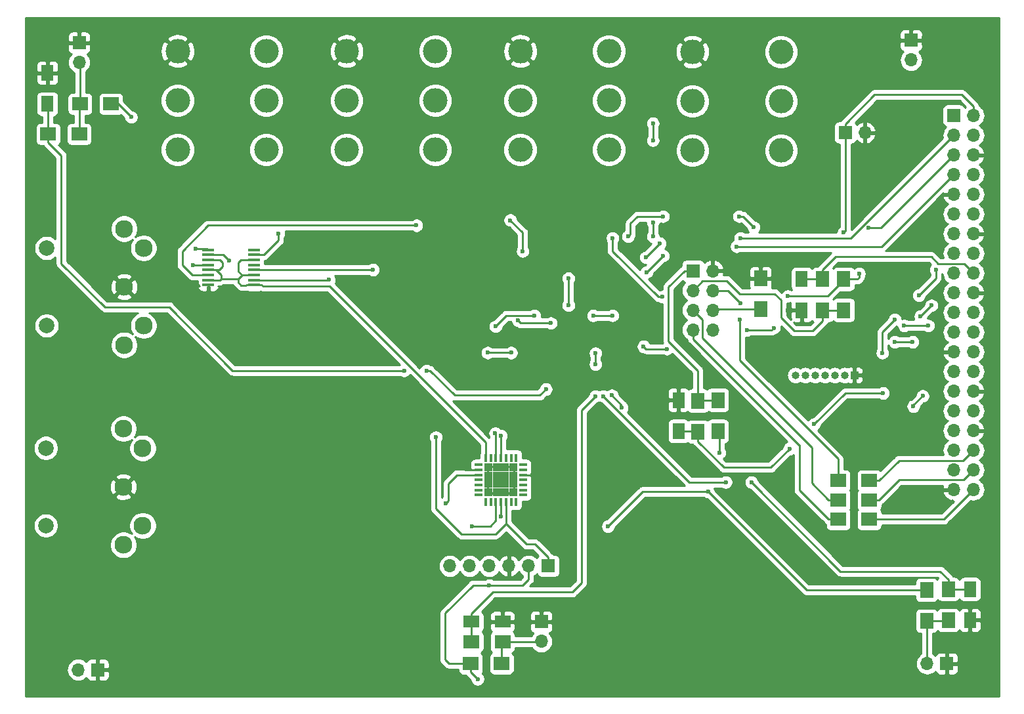
<source format=gtl>
G04 #@! TF.GenerationSoftware,KiCad,Pcbnew,(5.1.2)-2*
G04 #@! TF.CreationDate,2020-06-07T10:10:03-04:00*
G04 #@! TF.ProjectId,MidiControllerPCB,4d696469-436f-46e7-9472-6f6c6c657250,rev?*
G04 #@! TF.SameCoordinates,Original*
G04 #@! TF.FileFunction,Copper,L1,Top*
G04 #@! TF.FilePolarity,Positive*
%FSLAX46Y46*%
G04 Gerber Fmt 4.6, Leading zero omitted, Abs format (unit mm)*
G04 Created by KiCad (PCBNEW (5.1.2)-2) date 2020-06-07 10:10:03*
%MOMM*%
%LPD*%
G04 APERTURE LIST*
%ADD10C,2.000000*%
%ADD11C,2.300000*%
%ADD12R,1.000000X0.370000*%
%ADD13R,0.370000X1.000000*%
%ADD14R,1.062500X1.062500*%
%ADD15R,1.500000X0.450000*%
%ADD16R,1.700000X1.700000*%
%ADD17O,1.700000X1.700000*%
%ADD18R,1.700000X2.000000*%
%ADD19R,2.000000X1.700000*%
%ADD20C,3.175000*%
%ADD21R,1.600000X2.000000*%
%ADD22R,2.000000X1.600000*%
%ADD23O,1.000000X1.000000*%
%ADD24R,1.000000X1.000000*%
%ADD25C,0.600000*%
%ADD26C,0.250000*%
%ADD27C,0.254000*%
G04 APERTURE END LIST*
D10*
X99700000Y-111400000D03*
D11*
X112200000Y-121400000D03*
X109700000Y-123900000D03*
X109700000Y-116400000D03*
X109700000Y-108900000D03*
D10*
X99700000Y-121400000D03*
D11*
X112200000Y-111400000D03*
D12*
X161250000Y-117450000D03*
X161250000Y-116800000D03*
X161250000Y-116150000D03*
X161250000Y-115500000D03*
X161250000Y-114850000D03*
X161250000Y-114200000D03*
X161250000Y-113550000D03*
D13*
X160350000Y-112650000D03*
X159700000Y-112650000D03*
X159050000Y-112650000D03*
X158400000Y-112650000D03*
X157750000Y-112650000D03*
X157100000Y-112650000D03*
X156450000Y-112650000D03*
D12*
X155550000Y-113550000D03*
X155550000Y-114200000D03*
X155550000Y-114850000D03*
X155550000Y-115500000D03*
X155550000Y-116150000D03*
X155550000Y-116800000D03*
X155550000Y-117450000D03*
D13*
X156450000Y-118350000D03*
X157100000Y-118350000D03*
X157750000Y-118350000D03*
X158400000Y-118350000D03*
X159050000Y-118350000D03*
X159700000Y-118350000D03*
X160350000Y-118350000D03*
D14*
X156806250Y-113906250D03*
X156806250Y-114968750D03*
X156806250Y-116031250D03*
X156806250Y-117093750D03*
X157868750Y-113906250D03*
X157868750Y-114968750D03*
X157868750Y-116031250D03*
X157868750Y-117093750D03*
X158931250Y-113906250D03*
X158931250Y-114968750D03*
X158931250Y-116031250D03*
X158931250Y-117093750D03*
X159993750Y-113906250D03*
X159993750Y-114968750D03*
X159993750Y-116031250D03*
X159993750Y-117093750D03*
D15*
X120650000Y-85825000D03*
X120650000Y-86475000D03*
X120650000Y-87125000D03*
X120650000Y-87775000D03*
X120650000Y-88425000D03*
X120650000Y-89075000D03*
X120650000Y-89725000D03*
X120650000Y-90375000D03*
X126550000Y-90375000D03*
X126550000Y-89725000D03*
X126550000Y-89075000D03*
X126550000Y-88425000D03*
X126550000Y-87775000D03*
X126550000Y-87125000D03*
X126550000Y-86475000D03*
X126550000Y-85825000D03*
D16*
X183160000Y-88520000D03*
D17*
X185700000Y-88520000D03*
X183160000Y-91060000D03*
X185700000Y-91060000D03*
X183160000Y-93600000D03*
X185700000Y-93600000D03*
X183160000Y-96140000D03*
X185700000Y-96140000D03*
D16*
X211300000Y-58800000D03*
D17*
X211300000Y-61340000D03*
D16*
X104000000Y-59100000D03*
D17*
X104000000Y-61640000D03*
D16*
X215900000Y-139200000D03*
D17*
X213360000Y-139200000D03*
D16*
X163600000Y-133800000D03*
D17*
X163600000Y-136340000D03*
D16*
X106400000Y-140000000D03*
D17*
X103860000Y-140000000D03*
D18*
X202600000Y-89600000D03*
X202600000Y-93600000D03*
X186400000Y-109200000D03*
X186400000Y-105200000D03*
X199900000Y-89600000D03*
X199900000Y-93600000D03*
X183800000Y-105300000D03*
X183800000Y-109300000D03*
D19*
X201900000Y-115600000D03*
X205900000Y-115600000D03*
D18*
X191900000Y-93500000D03*
X191900000Y-89500000D03*
D19*
X201900000Y-118100000D03*
X205900000Y-118100000D03*
X201900000Y-120600000D03*
X205900000Y-120600000D03*
X104100000Y-67000000D03*
X108100000Y-67000000D03*
X100000000Y-70900000D03*
X104000000Y-70900000D03*
D18*
X213300000Y-133700000D03*
X213300000Y-129700000D03*
X216100000Y-129600000D03*
X216100000Y-133600000D03*
D19*
X158500000Y-139200000D03*
X154500000Y-139200000D03*
X154600000Y-136400000D03*
X158600000Y-136400000D03*
D16*
X164500000Y-126600000D03*
D17*
X161960000Y-126600000D03*
X159420000Y-126600000D03*
X156880000Y-126600000D03*
X154340000Y-126600000D03*
X151800000Y-126600000D03*
D16*
X216800000Y-68500000D03*
D17*
X219340000Y-68500000D03*
X216800000Y-71040000D03*
X219340000Y-71040000D03*
X216800000Y-73580000D03*
X219340000Y-73580000D03*
X216800000Y-76120000D03*
X219340000Y-76120000D03*
X216800000Y-78660000D03*
X219340000Y-78660000D03*
X216800000Y-81200000D03*
X219340000Y-81200000D03*
X216800000Y-83740000D03*
X219340000Y-83740000D03*
X216800000Y-86280000D03*
X219340000Y-86280000D03*
X216800000Y-88820000D03*
X219340000Y-88820000D03*
X216800000Y-91360000D03*
X219340000Y-91360000D03*
X216800000Y-93900000D03*
X219340000Y-93900000D03*
X216800000Y-96440000D03*
X219340000Y-96440000D03*
X216800000Y-98980000D03*
X219340000Y-98980000D03*
X216800000Y-101520000D03*
X219340000Y-101520000D03*
X216800000Y-104060000D03*
X219340000Y-104060000D03*
X216800000Y-106600000D03*
X219340000Y-106600000D03*
X216800000Y-109140000D03*
X219340000Y-109140000D03*
X216800000Y-111680000D03*
X219340000Y-111680000D03*
X216800000Y-114220000D03*
X219340000Y-114220000D03*
X216800000Y-116760000D03*
X219340000Y-116760000D03*
D20*
X149930000Y-66544900D03*
X138500000Y-66545000D03*
X149930000Y-72894900D03*
X149930000Y-60186100D03*
X138500000Y-60186200D03*
X138500000Y-72895000D03*
X172330000Y-66544900D03*
X160900000Y-66545000D03*
X172330000Y-72894900D03*
X172330000Y-60186100D03*
X160900000Y-60186200D03*
X160900000Y-72895000D03*
D10*
X99800000Y-85600000D03*
D11*
X112300000Y-95600000D03*
X109800000Y-98100000D03*
X109800000Y-90600000D03*
X109800000Y-83100000D03*
D10*
X99800000Y-95600000D03*
D11*
X112300000Y-85600000D03*
D20*
X128130000Y-66544900D03*
X116700000Y-66545000D03*
X128130000Y-72894900D03*
X128130000Y-60186100D03*
X116700000Y-60186200D03*
X116700000Y-72895000D03*
X194530000Y-66644900D03*
X183100000Y-66645000D03*
X194530000Y-72994900D03*
X194530000Y-60286100D03*
X183100000Y-60286200D03*
X183100000Y-72995000D03*
D16*
X202800000Y-70700000D03*
D17*
X205340000Y-70700000D03*
D21*
X197200000Y-89600000D03*
X197200000Y-93600000D03*
X181300000Y-109200000D03*
X181300000Y-105200000D03*
X99900000Y-67000000D03*
X99900000Y-63000000D03*
X218900000Y-129600000D03*
X218900000Y-133600000D03*
D22*
X154600000Y-133800000D03*
X158600000Y-133800000D03*
D23*
X196380000Y-102000000D03*
X197650000Y-102000000D03*
X198920000Y-102000000D03*
X200190000Y-102000000D03*
X201460000Y-102000000D03*
X202730000Y-102000000D03*
D24*
X204000000Y-102000000D03*
D25*
X115900000Y-103600000D03*
X118440000Y-103600000D03*
X120980000Y-103600000D03*
X123520000Y-103600000D03*
X115900000Y-106140000D03*
X118440000Y-106140000D03*
X120980000Y-106140000D03*
X115900000Y-108680000D03*
X118440000Y-108680000D03*
X120980000Y-108680000D03*
X115900000Y-111220000D03*
X118440000Y-111220000D03*
X120980000Y-111220000D03*
X115900000Y-113760000D03*
X126060000Y-103600000D03*
X128600000Y-103600000D03*
X131140000Y-103600000D03*
X133680000Y-103600000D03*
X123520000Y-106140000D03*
X126060000Y-106140000D03*
X128600000Y-106140000D03*
X131140000Y-106140000D03*
X133680000Y-106140000D03*
X123520000Y-108680000D03*
X126060000Y-108680000D03*
X128600000Y-108680000D03*
X131140000Y-108680000D03*
X133680000Y-108680000D03*
X123520000Y-111220000D03*
X126060000Y-111220000D03*
X128600000Y-111220000D03*
X131140000Y-111220000D03*
X133680000Y-111220000D03*
X118440000Y-113760000D03*
X120980000Y-113760000D03*
X123520000Y-113760000D03*
X126060000Y-113760000D03*
X128600000Y-113760000D03*
X131140000Y-113760000D03*
X115900000Y-116300000D03*
X118440000Y-116300000D03*
X120980000Y-116300000D03*
X123520000Y-116300000D03*
X126060000Y-116300000D03*
X128600000Y-116300000D03*
X131140000Y-116300000D03*
X115900000Y-118840000D03*
X118440000Y-118840000D03*
X120980000Y-118840000D03*
X123520000Y-118840000D03*
X126060000Y-118840000D03*
X128600000Y-118840000D03*
X131140000Y-118840000D03*
X133640000Y-113760000D03*
X133640000Y-116300000D03*
X133640000Y-116300000D03*
X133640000Y-118840000D03*
X133640000Y-116300000D03*
X133640000Y-118840000D03*
X115900000Y-121380000D03*
X115900000Y-123920000D03*
X118440000Y-123920000D03*
X120980000Y-123920000D03*
X123520000Y-123920000D03*
X126060000Y-123920000D03*
X118440000Y-121380000D03*
X120980000Y-121380000D03*
X123520000Y-121380000D03*
X126060000Y-121380000D03*
X128600000Y-121380000D03*
X128600000Y-123920000D03*
X131140000Y-121380000D03*
X133700000Y-123900000D03*
X136240000Y-123900000D03*
X138780000Y-123900000D03*
X141320000Y-123900000D03*
X214200000Y-57100000D03*
X216740000Y-57100000D03*
X219280000Y-57100000D03*
X221820000Y-57100000D03*
X214200000Y-59640000D03*
X216740000Y-59640000D03*
X219280000Y-59640000D03*
X221820000Y-59640000D03*
X214200000Y-62180000D03*
X216740000Y-62180000D03*
X219280000Y-62180000D03*
X221820000Y-62180000D03*
X214200000Y-64720000D03*
X216740000Y-64720000D03*
X219280000Y-64720000D03*
X221820000Y-64720000D03*
X136260000Y-121560000D03*
X138800000Y-121560000D03*
X141320000Y-126440000D03*
X141320000Y-128980000D03*
X136240000Y-126440000D03*
X136240000Y-128980000D03*
X138780000Y-126440000D03*
X138780000Y-128980000D03*
X133700000Y-126440000D03*
X133700000Y-128980000D03*
X131040000Y-126460000D03*
X131040000Y-129000000D03*
X143940000Y-126460000D03*
X143940000Y-129000000D03*
X138780000Y-131520000D03*
X141320000Y-131520000D03*
X141320000Y-134060000D03*
X143940000Y-131540000D03*
X143940000Y-134080000D03*
X143940000Y-136620000D03*
X146480000Y-131540000D03*
X149020000Y-131540000D03*
X146480000Y-134080000D03*
X149020000Y-134080000D03*
X146480000Y-136620000D03*
X149020000Y-136620000D03*
X146480000Y-139160000D03*
X149020000Y-139160000D03*
X115900000Y-131500000D03*
X118440000Y-131500000D03*
X120980000Y-131500000D03*
X123520000Y-131500000D03*
X126060000Y-131500000D03*
X128600000Y-131500000D03*
X131140000Y-131500000D03*
X133680000Y-131500000D03*
X115900000Y-134040000D03*
X118440000Y-134040000D03*
X120980000Y-134040000D03*
X123520000Y-134040000D03*
X126060000Y-134040000D03*
X128600000Y-134040000D03*
X131140000Y-134040000D03*
X133680000Y-134040000D03*
X115900000Y-136580000D03*
X118440000Y-136580000D03*
X120980000Y-136580000D03*
X123520000Y-136580000D03*
X126060000Y-136580000D03*
X128600000Y-136580000D03*
X131140000Y-136580000D03*
X133680000Y-136580000D03*
X115900000Y-139120000D03*
X118440000Y-139120000D03*
X120980000Y-139120000D03*
X123520000Y-139120000D03*
X126060000Y-139120000D03*
X128600000Y-139120000D03*
X131140000Y-139120000D03*
X133680000Y-139120000D03*
X115900000Y-141660000D03*
X118440000Y-141660000D03*
X120980000Y-141660000D03*
X123520000Y-141660000D03*
X126060000Y-141660000D03*
X128600000Y-141660000D03*
X131140000Y-141660000D03*
X133680000Y-141660000D03*
X113240000Y-131460000D03*
X113240000Y-134000000D03*
X110440000Y-131360000D03*
X110440000Y-133900000D03*
X113240000Y-136540000D03*
X113240000Y-139080000D03*
X113240000Y-141620000D03*
X110440000Y-136440000D03*
X110440000Y-138980000D03*
X110440000Y-141520000D03*
X136220000Y-141660000D03*
X136220000Y-134040000D03*
X136220000Y-139120000D03*
X136220000Y-136580000D03*
X138760000Y-139120000D03*
X138760000Y-136580000D03*
X138760000Y-141660000D03*
X141300000Y-141660000D03*
X141300000Y-139120000D03*
X143840000Y-141660000D03*
X167100000Y-131700000D03*
X169640000Y-131700000D03*
X167100000Y-134240000D03*
X169640000Y-134240000D03*
X167100000Y-136780000D03*
X169640000Y-136780000D03*
X167100000Y-139320000D03*
X165800000Y-108700000D03*
X165800000Y-111240000D03*
X165800000Y-113780000D03*
X165800000Y-116320000D03*
X165800000Y-118860000D03*
X165800000Y-121400000D03*
X123500000Y-92300000D03*
X126040000Y-92300000D03*
X128580000Y-92300000D03*
X131120000Y-92300000D03*
X133660000Y-92300000D03*
X123500000Y-94840000D03*
X126040000Y-94840000D03*
X128580000Y-94840000D03*
X131120000Y-94840000D03*
X133660000Y-94840000D03*
X123500000Y-97380000D03*
X126040000Y-97380000D03*
X128580000Y-97380000D03*
X131120000Y-97380000D03*
X133660000Y-97380000D03*
X126040000Y-99920000D03*
X128580000Y-99920000D03*
X131120000Y-99920000D03*
X133660000Y-99920000D03*
X136200000Y-94840000D03*
X136200000Y-92300000D03*
X136200000Y-99920000D03*
X136200000Y-97380000D03*
X138740000Y-99920000D03*
X138740000Y-97380000D03*
X138740000Y-94840000D03*
X141280000Y-97380000D03*
X141280000Y-99920000D03*
X143820000Y-99920000D03*
X131400000Y-85400000D03*
X133940000Y-85400000D03*
X136480000Y-85400000D03*
X139020000Y-85400000D03*
X141560000Y-85400000D03*
X141400000Y-92600000D03*
X143400000Y-92600000D03*
X143500000Y-95100000D03*
X143400000Y-90300000D03*
X145600000Y-87600000D03*
X147900000Y-85100000D03*
X150440000Y-85100000D03*
X152980000Y-85100000D03*
X147900000Y-87640000D03*
X150440000Y-87640000D03*
X152980000Y-87640000D03*
X147900000Y-90180000D03*
X150440000Y-90180000D03*
X152980000Y-90180000D03*
X147900000Y-92720000D03*
X150440000Y-92720000D03*
X152980000Y-92720000D03*
X147900000Y-95260000D03*
X150440000Y-95260000D03*
X152980000Y-95260000D03*
X147900000Y-97800000D03*
X150440000Y-97800000D03*
X152980000Y-97800000D03*
X150440000Y-100340000D03*
X152980000Y-100340000D03*
X145600000Y-90140000D03*
X145600000Y-92680000D03*
X145600000Y-95220000D03*
X145600000Y-97760000D03*
X171500000Y-108700000D03*
X171500000Y-111240000D03*
X171500000Y-113780000D03*
X171500000Y-116320000D03*
X171500000Y-118860000D03*
X177300000Y-121400000D03*
X179840000Y-121400000D03*
X182380000Y-121400000D03*
X184920000Y-121400000D03*
X177300000Y-123940000D03*
X179840000Y-123940000D03*
X182380000Y-123940000D03*
X184920000Y-123940000D03*
X177300000Y-126480000D03*
X179840000Y-126480000D03*
X182380000Y-126480000D03*
X184920000Y-126480000D03*
X177300000Y-129020000D03*
X179840000Y-129020000D03*
X182380000Y-129020000D03*
X184920000Y-129020000D03*
X177300000Y-131560000D03*
X179840000Y-131560000D03*
X182380000Y-131560000D03*
X184920000Y-131560000D03*
X177300000Y-134100000D03*
X179840000Y-134100000D03*
X182380000Y-134100000D03*
X184920000Y-134100000D03*
X177300000Y-136640000D03*
X179840000Y-136640000D03*
X182380000Y-136640000D03*
X184920000Y-136640000D03*
X187460000Y-136640000D03*
X187460000Y-131560000D03*
X187460000Y-134100000D03*
X187460000Y-126480000D03*
X187460000Y-123940000D03*
X187460000Y-129020000D03*
X190000000Y-131560000D03*
X190000000Y-129020000D03*
X190000000Y-126480000D03*
X190000000Y-134100000D03*
X190000000Y-136640000D03*
X192540000Y-134100000D03*
X192540000Y-129020000D03*
X192540000Y-131560000D03*
X192540000Y-136640000D03*
X195080000Y-136640000D03*
X195080000Y-131560000D03*
X195080000Y-134100000D03*
X197620000Y-134100000D03*
X197620000Y-136640000D03*
X200160000Y-134100000D03*
X200160000Y-136640000D03*
X202700000Y-134100000D03*
X202700000Y-136640000D03*
X205240000Y-134100000D03*
X205240000Y-136640000D03*
X207780000Y-136640000D03*
X207780000Y-134100000D03*
X177300000Y-139180000D03*
X177300000Y-141720000D03*
X179840000Y-139180000D03*
X179840000Y-141720000D03*
X184920000Y-139180000D03*
X184920000Y-141720000D03*
X182380000Y-139180000D03*
X182380000Y-141720000D03*
X192540000Y-139180000D03*
X192540000Y-141720000D03*
X195080000Y-139180000D03*
X195080000Y-141720000D03*
X197620000Y-139180000D03*
X197620000Y-141720000D03*
X190000000Y-139180000D03*
X190000000Y-141720000D03*
X207780000Y-139180000D03*
X207780000Y-141720000D03*
X205240000Y-139180000D03*
X205240000Y-141720000D03*
X200160000Y-139180000D03*
X200160000Y-141720000D03*
X202700000Y-139180000D03*
X202700000Y-141720000D03*
X187460000Y-139180000D03*
X187460000Y-141720000D03*
X133300000Y-57500000D03*
X155500000Y-57500000D03*
X177700000Y-57500000D03*
X166800000Y-57400000D03*
X144000000Y-57400000D03*
X121500000Y-57400000D03*
X111700000Y-57400000D03*
X108700000Y-57400000D03*
X108700000Y-59940000D03*
X108700000Y-62480000D03*
X111700000Y-59940000D03*
X111700000Y-62480000D03*
X111700000Y-65020000D03*
X133300000Y-60040000D03*
X133300000Y-62580000D03*
X133300000Y-65120000D03*
X133300000Y-67660000D03*
X133300000Y-72700000D03*
X155500000Y-72700000D03*
X155500000Y-60040000D03*
X155500000Y-62580000D03*
X155500000Y-65120000D03*
X155500000Y-67660000D03*
X155500000Y-75240000D03*
X155500000Y-77780000D03*
X133300000Y-75240000D03*
X133300000Y-77780000D03*
X133300000Y-80320000D03*
X199800000Y-72700000D03*
X199800000Y-75240000D03*
X199800000Y-77780000D03*
X199800000Y-80320000D03*
X204900000Y-75100000D03*
X204900000Y-77640000D03*
X204900000Y-80180000D03*
X207440000Y-75100000D03*
X207440000Y-77640000D03*
X209900000Y-75100000D03*
X209900000Y-67400000D03*
X209900000Y-70000000D03*
X209900000Y-72500000D03*
X212500000Y-72500000D03*
X212500000Y-70000000D03*
X212500000Y-67400000D03*
X201900000Y-107100000D03*
X204440000Y-107100000D03*
X206980000Y-107100000D03*
X209520000Y-107100000D03*
X201900000Y-109640000D03*
X204440000Y-109640000D03*
X206980000Y-109640000D03*
X209520000Y-109640000D03*
X204440000Y-112180000D03*
X206980000Y-112180000D03*
X212100000Y-107100000D03*
X212140000Y-109700000D03*
X156700000Y-117200000D03*
X157800000Y-117200000D03*
X158900000Y-117200000D03*
X160000000Y-117200000D03*
X160000000Y-116200000D03*
X158900000Y-116200000D03*
X157800000Y-116200000D03*
X156700000Y-116200000D03*
X156700000Y-115200000D03*
X157800000Y-115200000D03*
X158900000Y-115200000D03*
X160000000Y-115100000D03*
X160000000Y-114100000D03*
X160000000Y-114100000D03*
X158900000Y-114100000D03*
X157800000Y-114100000D03*
X156700000Y-114100000D03*
X162600000Y-100800000D03*
X163700000Y-100800000D03*
X164700000Y-100800000D03*
X165700000Y-100800000D03*
X165700000Y-99800000D03*
X164700000Y-99800000D03*
X163700000Y-99800000D03*
X162600000Y-99800000D03*
X162600000Y-98800000D03*
X163700000Y-98800000D03*
X164700000Y-98800000D03*
X165700000Y-98800000D03*
X165700000Y-97700000D03*
X164700000Y-97700000D03*
X163700000Y-97700000D03*
X162600000Y-97700000D03*
X166200000Y-94900000D03*
X160000000Y-97600000D03*
X165800000Y-93000000D03*
X163200000Y-114800000D03*
X153300000Y-113700000D03*
X191900000Y-87400000D03*
X195400000Y-93600000D03*
X202600000Y-83600000D03*
X204600000Y-88900000D03*
X159600000Y-82000000D03*
X161200000Y-86000000D03*
X110700000Y-68700000D03*
X119000000Y-85700000D03*
X167100000Y-89500000D03*
X167100000Y-93000000D03*
X151300000Y-118500000D03*
X156900000Y-129100000D03*
X155400000Y-141200000D03*
X172200000Y-121500000D03*
X185100000Y-117000000D03*
X186600000Y-112000000D03*
X160600000Y-94925000D03*
X164818750Y-95281250D03*
X195400000Y-91800000D03*
X193600000Y-95900000D03*
X190100000Y-96200000D03*
X150000000Y-110000000D03*
X158400000Y-120200000D03*
X154700000Y-121500000D03*
X158400000Y-109800000D03*
X174800000Y-84100000D03*
X179300000Y-81500000D03*
X189100000Y-81500000D03*
X191000000Y-82900000D03*
X205761942Y-82961942D03*
X157664682Y-109484864D03*
X157700000Y-95700000D03*
X162700000Y-94300000D03*
X189300000Y-84300000D03*
X178900000Y-85000000D03*
X177100000Y-86800000D03*
X170300000Y-94300000D03*
X172800000Y-94300000D03*
X176800000Y-98300000D03*
X179800000Y-98600000D03*
X188800000Y-85400000D03*
X179300000Y-86600000D03*
X177200000Y-88700000D03*
X195600000Y-111500000D03*
X198800000Y-108300000D03*
X207700000Y-104300000D03*
X207600000Y-99125000D03*
X209200000Y-94800000D03*
X212300000Y-91700000D03*
X214500000Y-88400000D03*
X174000000Y-106200000D03*
X172700000Y-104600000D03*
X170600000Y-104700000D03*
X170600000Y-100600000D03*
X170600000Y-99156250D03*
X190700000Y-115800000D03*
X187400000Y-115800000D03*
X171600000Y-104700000D03*
X145900000Y-101400000D03*
X148800000Y-101400000D03*
X164200000Y-103800000D03*
X178000000Y-69500000D03*
X178000000Y-71700000D03*
X178000000Y-82300000D03*
X178000000Y-84100000D03*
X159700000Y-99100000D03*
X156700000Y-99100000D03*
X172800000Y-84300000D03*
X179200000Y-91900000D03*
X123300000Y-87200000D03*
X118700000Y-87800000D03*
X210400000Y-95600000D03*
X213500000Y-95600000D03*
X211600000Y-106000000D03*
X212800000Y-104675000D03*
X212500000Y-94400000D03*
X213925000Y-93000000D03*
X209200000Y-97700000D03*
X211500000Y-97700000D03*
X147500000Y-82675000D03*
X136200000Y-89700000D03*
X141900000Y-88400000D03*
X129700000Y-83700000D03*
X189200000Y-94800000D03*
X189300000Y-92700000D03*
D26*
X161250000Y-114850000D02*
X163150000Y-114850000D01*
X163150000Y-114850000D02*
X163200000Y-114800000D01*
X155550000Y-114200000D02*
X153800000Y-114200000D01*
X153800000Y-114200000D02*
X153300000Y-113700000D01*
X191900000Y-89500000D02*
X191900000Y-87400000D01*
X197200000Y-93600000D02*
X195400000Y-93600000D01*
X219340000Y-67297919D02*
X217842081Y-65800000D01*
X219340000Y-68500000D02*
X219340000Y-67297919D01*
X202800000Y-69600000D02*
X202800000Y-70700000D01*
X206600000Y-65800000D02*
X202800000Y-69600000D01*
X217842081Y-65800000D02*
X206600000Y-65800000D01*
X202800000Y-70700000D02*
X202800000Y-83400000D01*
X202800000Y-83400000D02*
X202600000Y-83600000D01*
X204600000Y-88900000D02*
X204600000Y-89400000D01*
X204400000Y-89600000D02*
X202600000Y-89600000D01*
X204600000Y-89400000D02*
X204400000Y-89600000D01*
X159600000Y-82000000D02*
X161200000Y-83600000D01*
X161200000Y-83600000D02*
X161200000Y-86000000D01*
X109000000Y-67000000D02*
X108100000Y-67000000D01*
X110700000Y-68700000D02*
X109000000Y-67000000D01*
X120525000Y-85700000D02*
X120650000Y-85825000D01*
X119000000Y-85700000D02*
X120525000Y-85700000D01*
X167100000Y-89500000D02*
X167100000Y-93000000D01*
X151599999Y-118200001D02*
X151599999Y-116000001D01*
X151300000Y-118500000D02*
X151599999Y-118200001D01*
X152750000Y-114850000D02*
X155550000Y-114850000D01*
X151599999Y-116000001D02*
X152750000Y-114850000D01*
X161960000Y-128340000D02*
X161960000Y-126600000D01*
X156900000Y-129100000D02*
X161200000Y-129100000D01*
X161200000Y-129100000D02*
X161960000Y-128340000D01*
X151700000Y-139200000D02*
X154500000Y-139200000D01*
X151200000Y-138700000D02*
X151700000Y-139200000D01*
X151200000Y-132700000D02*
X151200000Y-138700000D01*
X156900000Y-129100000D02*
X154800000Y-129100000D01*
X154800000Y-129100000D02*
X151200000Y-132700000D01*
X154500000Y-139200000D02*
X154500000Y-140300000D01*
X154500000Y-140300000D02*
X155400000Y-141200000D01*
X172200000Y-121500000D02*
X175600000Y-118100000D01*
X175600000Y-118100000D02*
X176700000Y-117000000D01*
X176700000Y-117000000D02*
X185100000Y-117000000D01*
X186600000Y-109400000D02*
X186400000Y-109200000D01*
X186600000Y-112000000D02*
X186600000Y-109400000D01*
X197800000Y-129700000D02*
X213300000Y-129700000D01*
X185100000Y-117000000D02*
X197800000Y-129700000D01*
X160600000Y-94925000D02*
X160956250Y-95281250D01*
X160956250Y-95281250D02*
X164818750Y-95281250D01*
X200400000Y-91800000D02*
X195400000Y-91800000D01*
X200550000Y-91800000D02*
X200400000Y-91800000D01*
X202600000Y-89600000D02*
X202600000Y-89750000D01*
X202600000Y-89750000D02*
X200550000Y-91800000D01*
X193600000Y-95900000D02*
X193300000Y-96200000D01*
X193300000Y-96200000D02*
X190100000Y-96200000D01*
X159050000Y-121150000D02*
X159050000Y-118350000D01*
X157700000Y-122500000D02*
X159050000Y-121150000D01*
X153300000Y-122500000D02*
X157700000Y-122500000D01*
X150000000Y-110000000D02*
X150000000Y-119200000D01*
X150000000Y-119200000D02*
X153300000Y-122500000D01*
X164500000Y-125500000D02*
X162800000Y-123800000D01*
X164500000Y-126600000D02*
X164500000Y-125500000D01*
X161700000Y-123800000D02*
X159050000Y-121150000D01*
X162800000Y-123800000D02*
X161700000Y-123800000D01*
X158400000Y-118350000D02*
X158400000Y-120200000D01*
X157750000Y-120750000D02*
X157750000Y-118350000D01*
X154700000Y-121500000D02*
X157000000Y-121500000D01*
X157000000Y-121500000D02*
X157750000Y-120750000D01*
X158500000Y-136500000D02*
X158600000Y-136400000D01*
X158500000Y-139200000D02*
X158500000Y-136500000D01*
X163540000Y-136400000D02*
X163600000Y-136340000D01*
X158600000Y-136400000D02*
X163540000Y-136400000D01*
X216000000Y-133700000D02*
X216100000Y-133600000D01*
X213300000Y-133700000D02*
X216000000Y-133700000D01*
X213300000Y-139140000D02*
X213360000Y-139200000D01*
X213300000Y-133700000D02*
X213300000Y-139140000D01*
X158400000Y-109800000D02*
X158400000Y-112650000D01*
X175099999Y-83800001D02*
X175099999Y-82400001D01*
X174800000Y-84100000D02*
X175099999Y-83800001D01*
X175099999Y-82400001D02*
X176000000Y-81500000D01*
X176000000Y-81500000D02*
X179300000Y-81500000D01*
X189100000Y-81500000D02*
X189600000Y-81500000D01*
X189600000Y-81500000D02*
X191000000Y-82900000D01*
X207418058Y-82961942D02*
X216800000Y-73580000D01*
X205761942Y-82961942D02*
X207418058Y-82961942D01*
X157750000Y-112650000D02*
X157750000Y-109570182D01*
X157750000Y-109570182D02*
X157664682Y-109484864D01*
X157700000Y-95700000D02*
X159100000Y-94300000D01*
X159100000Y-94300000D02*
X162700000Y-94300000D01*
X216800000Y-71040000D02*
X203540000Y-84300000D01*
X203540000Y-84300000D02*
X189300000Y-84300000D01*
X178900000Y-85000000D02*
X177100000Y-86800000D01*
X170300000Y-94300000D02*
X172800000Y-94300000D01*
X176800000Y-98300000D02*
X177100000Y-98600000D01*
X177100000Y-98600000D02*
X179800000Y-98600000D01*
X215950001Y-76969999D02*
X215930001Y-76969999D01*
X216800000Y-76120000D02*
X215950001Y-76969999D01*
X215930001Y-76969999D02*
X207500000Y-85400000D01*
X207500000Y-85400000D02*
X188800000Y-85400000D01*
X179300000Y-86600000D02*
X177200000Y-88700000D01*
X125550000Y-90375000D02*
X125525000Y-90400000D01*
X126550000Y-90375000D02*
X125550000Y-90375000D01*
X125525000Y-90400000D02*
X124900000Y-90400000D01*
X124900000Y-90400000D02*
X124500000Y-90000000D01*
X124500000Y-90000000D02*
X124500000Y-89600000D01*
X125025000Y-89075000D02*
X126550000Y-89075000D01*
X124500000Y-89600000D02*
X125025000Y-89075000D01*
X125025000Y-89075000D02*
X124975000Y-89075000D01*
X124975000Y-89075000D02*
X124500000Y-88600000D01*
X124500000Y-88600000D02*
X124500000Y-87500000D01*
X124875000Y-87125000D02*
X126550000Y-87125000D01*
X124500000Y-87500000D02*
X124875000Y-87125000D01*
X124500000Y-89600000D02*
X122300000Y-89600000D01*
X122175000Y-89725000D02*
X120650000Y-89725000D01*
X122300000Y-89600000D02*
X122175000Y-89725000D01*
X121650000Y-88425000D02*
X120650000Y-88425000D01*
X122300000Y-89075000D02*
X121650000Y-88425000D01*
X122300000Y-89600000D02*
X122300000Y-89075000D01*
X121650000Y-88425000D02*
X122075000Y-88425000D01*
X122075000Y-88425000D02*
X122500000Y-88000000D01*
X122500000Y-88000000D02*
X122500000Y-87500000D01*
X122125000Y-87125000D02*
X120650000Y-87125000D01*
X122500000Y-87500000D02*
X122125000Y-87125000D01*
X127550000Y-90375000D02*
X127675000Y-90500000D01*
X126550000Y-90375000D02*
X127550000Y-90375000D01*
X127675000Y-90500000D02*
X136300000Y-90500000D01*
X156450000Y-110650000D02*
X156450000Y-112650000D01*
X136300000Y-90500000D02*
X156450000Y-110650000D01*
X183700000Y-109200000D02*
X183800000Y-109300000D01*
X181300000Y-109200000D02*
X183700000Y-109200000D01*
X183800000Y-110550000D02*
X187150000Y-113900000D01*
X183800000Y-109300000D02*
X183800000Y-110550000D01*
X187150000Y-113900000D02*
X193200000Y-113900000D01*
X193200000Y-113900000D02*
X195600000Y-111500000D01*
X198800000Y-108300000D02*
X202800000Y-104300000D01*
X202800000Y-104300000D02*
X207700000Y-104300000D01*
X207600000Y-99125000D02*
X207600000Y-96400000D01*
X207600000Y-96400000D02*
X209200000Y-94800000D01*
X212300000Y-91700000D02*
X214500000Y-89500000D01*
X214500000Y-89500000D02*
X214500000Y-88400000D01*
X199900000Y-89600000D02*
X197200000Y-89600000D01*
X199900000Y-88350000D02*
X201550000Y-86700000D01*
X199900000Y-89600000D02*
X199900000Y-88350000D01*
X201550000Y-86700000D02*
X213900000Y-86700000D01*
X213900000Y-86700000D02*
X214800000Y-87600000D01*
X218120000Y-87600000D02*
X219340000Y-88820000D01*
X214800000Y-87600000D02*
X218120000Y-87600000D01*
X174000000Y-106200000D02*
X174000000Y-105900000D01*
X174000000Y-105900000D02*
X172700000Y-104600000D01*
X154600000Y-134850000D02*
X154600000Y-136400000D01*
X154600000Y-133800000D02*
X154600000Y-134850000D01*
X154600000Y-132750000D02*
X157350000Y-130000000D01*
X154600000Y-133800000D02*
X154600000Y-132750000D01*
X157350000Y-130000000D02*
X167600000Y-130000000D01*
X167600000Y-130000000D02*
X168800000Y-128800000D01*
X168800000Y-128800000D02*
X168800000Y-106500000D01*
X168800000Y-106500000D02*
X170600000Y-104700000D01*
X170600000Y-100600000D02*
X170600000Y-99156250D01*
X216100000Y-128350000D02*
X215050000Y-127300000D01*
X216100000Y-129600000D02*
X216100000Y-128350000D01*
X215050000Y-127300000D02*
X202200000Y-127300000D01*
X202200000Y-127300000D02*
X190700000Y-115800000D01*
X187400000Y-115800000D02*
X182700000Y-115800000D01*
X182700000Y-115800000D02*
X171600000Y-104700000D01*
X216100000Y-129600000D02*
X218900000Y-129600000D01*
X100000000Y-67100000D02*
X99900000Y-67000000D01*
X100000000Y-70900000D02*
X100000000Y-67100000D01*
X100000000Y-72000000D02*
X101700000Y-73700000D01*
X100000000Y-70900000D02*
X100000000Y-72000000D01*
X101700000Y-73700000D02*
X101700000Y-87600000D01*
X101700000Y-87600000D02*
X107300000Y-93200000D01*
X107300000Y-93200000D02*
X115600000Y-93200000D01*
X115600000Y-93200000D02*
X123800000Y-101400000D01*
X123800000Y-101400000D02*
X145900000Y-101400000D01*
X149224264Y-101400000D02*
X152424264Y-104600000D01*
X148800000Y-101400000D02*
X149224264Y-101400000D01*
X152424264Y-104600000D02*
X163400000Y-104600000D01*
X163400000Y-104600000D02*
X164200000Y-103800000D01*
X178000000Y-69500000D02*
X178000000Y-71700000D01*
X178000000Y-82300000D02*
X178000000Y-84100000D01*
X185800000Y-93500000D02*
X185700000Y-93600000D01*
X191900000Y-93500000D02*
X185800000Y-93500000D01*
X159700000Y-99100000D02*
X156700000Y-99100000D01*
X172800000Y-84300000D02*
X172800000Y-86000000D01*
X172800000Y-86000000D02*
X178700000Y-91900000D01*
X178700000Y-91900000D02*
X179200000Y-91900000D01*
X215500000Y-120600000D02*
X219340000Y-116760000D01*
X205900000Y-120600000D02*
X215500000Y-120600000D01*
X207150000Y-118100000D02*
X209750000Y-115500000D01*
X205900000Y-118100000D02*
X207150000Y-118100000D01*
X218060000Y-115500000D02*
X219340000Y-114220000D01*
X209750000Y-115500000D02*
X218060000Y-115500000D01*
X207150000Y-115600000D02*
X209750000Y-113000000D01*
X205900000Y-115600000D02*
X207150000Y-115600000D01*
X218020000Y-113000000D02*
X219340000Y-111680000D01*
X209750000Y-113000000D02*
X218020000Y-113000000D01*
X120650000Y-86475000D02*
X122575000Y-86475000D01*
X122575000Y-86475000D02*
X123300000Y-87200000D01*
X120650000Y-87775000D02*
X118725000Y-87775000D01*
X118725000Y-87775000D02*
X118700000Y-87800000D01*
X210400000Y-95600000D02*
X213500000Y-95600000D01*
X211600000Y-106000000D02*
X211600000Y-105875000D01*
X211600000Y-105875000D02*
X212800000Y-104675000D01*
X212500000Y-94400000D02*
X212525000Y-94400000D01*
X212525000Y-94400000D02*
X213925000Y-93000000D01*
X209200000Y-97700000D02*
X211500000Y-97700000D01*
X147500000Y-82675000D02*
X120625000Y-82675000D01*
X120625000Y-82675000D02*
X117300000Y-86000000D01*
X117300000Y-86000000D02*
X117300000Y-87800000D01*
X118575000Y-89075000D02*
X120650000Y-89075000D01*
X117300000Y-87800000D02*
X118575000Y-89075000D01*
X126550000Y-89725000D02*
X136175000Y-89725000D01*
X136175000Y-89725000D02*
X136200000Y-89700000D01*
X126550000Y-88425000D02*
X141875000Y-88425000D01*
X141875000Y-88425000D02*
X141900000Y-88400000D01*
X126550000Y-86475000D02*
X127825000Y-86475000D01*
X127825000Y-86475000D02*
X129700000Y-84600000D01*
X129700000Y-84600000D02*
X129700000Y-83700000D01*
X104000000Y-67100000D02*
X104100000Y-67000000D01*
X104000000Y-70900000D02*
X104000000Y-67100000D01*
X104100000Y-61740000D02*
X104000000Y-61640000D01*
X104100000Y-67000000D02*
X104100000Y-61740000D01*
X200650000Y-120600000D02*
X196900000Y-116850000D01*
X201900000Y-120600000D02*
X200650000Y-120600000D01*
X196900000Y-116850000D02*
X196900000Y-111000000D01*
X183160000Y-97342081D02*
X183160000Y-96140000D01*
X196817919Y-111000000D02*
X183160000Y-97342081D01*
X196900000Y-111000000D02*
X196817919Y-111000000D01*
X200650000Y-118100000D02*
X198500000Y-115950000D01*
X201900000Y-118100000D02*
X200650000Y-118100000D01*
X198500000Y-115950000D02*
X198500000Y-111300000D01*
X198500000Y-111300000D02*
X184400000Y-97200000D01*
X184400000Y-94840000D02*
X183160000Y-93600000D01*
X184400000Y-97200000D02*
X184400000Y-94840000D01*
X201900000Y-115600000D02*
X201900000Y-112800000D01*
X201900000Y-112800000D02*
X189200000Y-100100000D01*
X189200000Y-100100000D02*
X189200000Y-94800000D01*
X187660000Y-91060000D02*
X185700000Y-91060000D01*
X189300000Y-92700000D02*
X187660000Y-91060000D01*
X183900000Y-105200000D02*
X183800000Y-105300000D01*
X186400000Y-105200000D02*
X183900000Y-105200000D01*
X183800000Y-105300000D02*
X183800000Y-101400000D01*
X183800000Y-101400000D02*
X180000000Y-97600000D01*
X182060000Y-88520000D02*
X183160000Y-88520000D01*
X180000000Y-90580000D02*
X182060000Y-88520000D01*
X180000000Y-97600000D02*
X180000000Y-90580000D01*
X199900000Y-93600000D02*
X202600000Y-93600000D01*
X184420000Y-89800000D02*
X183160000Y-91060000D01*
X187500000Y-89800000D02*
X184420000Y-89800000D01*
X193700000Y-91500000D02*
X189200000Y-91500000D01*
X199900000Y-95000000D02*
X198600000Y-96300000D01*
X189200000Y-91500000D02*
X187500000Y-89800000D01*
X199900000Y-93600000D02*
X199900000Y-95000000D01*
X198600000Y-96300000D02*
X196200000Y-96300000D01*
X196200000Y-96300000D02*
X194500000Y-94600000D01*
X194500000Y-94600000D02*
X194500000Y-92300000D01*
X194500000Y-92300000D02*
X193700000Y-91500000D01*
D27*
G36*
X222640001Y-143390000D02*
G01*
X97060000Y-143390000D01*
X97060000Y-140000000D01*
X102367815Y-140000000D01*
X102396487Y-140291111D01*
X102481401Y-140571034D01*
X102619294Y-140829014D01*
X102804866Y-141055134D01*
X103030986Y-141240706D01*
X103288966Y-141378599D01*
X103568889Y-141463513D01*
X103787050Y-141485000D01*
X103932950Y-141485000D01*
X104151111Y-141463513D01*
X104431034Y-141378599D01*
X104689014Y-141240706D01*
X104915134Y-141055134D01*
X104939607Y-141025313D01*
X104960498Y-141094180D01*
X105019463Y-141204494D01*
X105098815Y-141301185D01*
X105195506Y-141380537D01*
X105305820Y-141439502D01*
X105425518Y-141475812D01*
X105550000Y-141488072D01*
X106114250Y-141485000D01*
X106273000Y-141326250D01*
X106273000Y-140127000D01*
X106527000Y-140127000D01*
X106527000Y-141326250D01*
X106685750Y-141485000D01*
X107250000Y-141488072D01*
X107374482Y-141475812D01*
X107494180Y-141439502D01*
X107604494Y-141380537D01*
X107701185Y-141301185D01*
X107780537Y-141204494D01*
X107839502Y-141094180D01*
X107875812Y-140974482D01*
X107888072Y-140850000D01*
X107885000Y-140285750D01*
X107726250Y-140127000D01*
X106527000Y-140127000D01*
X106273000Y-140127000D01*
X106253000Y-140127000D01*
X106253000Y-139873000D01*
X106273000Y-139873000D01*
X106273000Y-138673750D01*
X106527000Y-138673750D01*
X106527000Y-139873000D01*
X107726250Y-139873000D01*
X107885000Y-139714250D01*
X107888072Y-139150000D01*
X107875812Y-139025518D01*
X107839502Y-138905820D01*
X107780537Y-138795506D01*
X107701185Y-138698815D01*
X107604494Y-138619463D01*
X107494180Y-138560498D01*
X107374482Y-138524188D01*
X107250000Y-138511928D01*
X106685750Y-138515000D01*
X106527000Y-138673750D01*
X106273000Y-138673750D01*
X106114250Y-138515000D01*
X105550000Y-138511928D01*
X105425518Y-138524188D01*
X105305820Y-138560498D01*
X105195506Y-138619463D01*
X105098815Y-138698815D01*
X105019463Y-138795506D01*
X104960498Y-138905820D01*
X104939607Y-138974687D01*
X104915134Y-138944866D01*
X104689014Y-138759294D01*
X104431034Y-138621401D01*
X104151111Y-138536487D01*
X103932950Y-138515000D01*
X103787050Y-138515000D01*
X103568889Y-138536487D01*
X103288966Y-138621401D01*
X103030986Y-138759294D01*
X102804866Y-138944866D01*
X102619294Y-139170986D01*
X102481401Y-139428966D01*
X102396487Y-139708889D01*
X102367815Y-140000000D01*
X97060000Y-140000000D01*
X97060000Y-126600000D01*
X150307815Y-126600000D01*
X150336487Y-126891111D01*
X150421401Y-127171034D01*
X150559294Y-127429014D01*
X150744866Y-127655134D01*
X150970986Y-127840706D01*
X151228966Y-127978599D01*
X151508889Y-128063513D01*
X151727050Y-128085000D01*
X151872950Y-128085000D01*
X152091111Y-128063513D01*
X152371034Y-127978599D01*
X152629014Y-127840706D01*
X152855134Y-127655134D01*
X153040706Y-127429014D01*
X153070000Y-127374209D01*
X153099294Y-127429014D01*
X153284866Y-127655134D01*
X153510986Y-127840706D01*
X153768966Y-127978599D01*
X154048889Y-128063513D01*
X154267050Y-128085000D01*
X154412950Y-128085000D01*
X154631111Y-128063513D01*
X154911034Y-127978599D01*
X155169014Y-127840706D01*
X155395134Y-127655134D01*
X155580706Y-127429014D01*
X155610000Y-127374209D01*
X155639294Y-127429014D01*
X155824866Y-127655134D01*
X156050986Y-127840706D01*
X156308966Y-127978599D01*
X156588889Y-128063513D01*
X156807050Y-128085000D01*
X156952950Y-128085000D01*
X157171111Y-128063513D01*
X157451034Y-127978599D01*
X157709014Y-127840706D01*
X157935134Y-127655134D01*
X158120706Y-127429014D01*
X158155201Y-127364477D01*
X158224822Y-127481355D01*
X158419731Y-127697588D01*
X158653080Y-127871641D01*
X158915901Y-127996825D01*
X159063110Y-128041476D01*
X159293000Y-127920155D01*
X159293000Y-126727000D01*
X159273000Y-126727000D01*
X159273000Y-126473000D01*
X159293000Y-126473000D01*
X159293000Y-125279845D01*
X159063110Y-125158524D01*
X158915901Y-125203175D01*
X158653080Y-125328359D01*
X158419731Y-125502412D01*
X158224822Y-125718645D01*
X158155201Y-125835523D01*
X158120706Y-125770986D01*
X157935134Y-125544866D01*
X157709014Y-125359294D01*
X157451034Y-125221401D01*
X157171111Y-125136487D01*
X156952950Y-125115000D01*
X156807050Y-125115000D01*
X156588889Y-125136487D01*
X156308966Y-125221401D01*
X156050986Y-125359294D01*
X155824866Y-125544866D01*
X155639294Y-125770986D01*
X155610000Y-125825791D01*
X155580706Y-125770986D01*
X155395134Y-125544866D01*
X155169014Y-125359294D01*
X154911034Y-125221401D01*
X154631111Y-125136487D01*
X154412950Y-125115000D01*
X154267050Y-125115000D01*
X154048889Y-125136487D01*
X153768966Y-125221401D01*
X153510986Y-125359294D01*
X153284866Y-125544866D01*
X153099294Y-125770986D01*
X153070000Y-125825791D01*
X153040706Y-125770986D01*
X152855134Y-125544866D01*
X152629014Y-125359294D01*
X152371034Y-125221401D01*
X152091111Y-125136487D01*
X151872950Y-125115000D01*
X151727050Y-125115000D01*
X151508889Y-125136487D01*
X151228966Y-125221401D01*
X150970986Y-125359294D01*
X150744866Y-125544866D01*
X150559294Y-125770986D01*
X150421401Y-126028966D01*
X150336487Y-126308889D01*
X150307815Y-126600000D01*
X97060000Y-126600000D01*
X97060000Y-123724193D01*
X107915000Y-123724193D01*
X107915000Y-124075807D01*
X107983596Y-124420665D01*
X108118153Y-124745515D01*
X108313500Y-125037871D01*
X108562129Y-125286500D01*
X108854485Y-125481847D01*
X109179335Y-125616404D01*
X109524193Y-125685000D01*
X109875807Y-125685000D01*
X110220665Y-125616404D01*
X110545515Y-125481847D01*
X110837871Y-125286500D01*
X111086500Y-125037871D01*
X111281847Y-124745515D01*
X111416404Y-124420665D01*
X111485000Y-124075807D01*
X111485000Y-123724193D01*
X111416404Y-123379335D01*
X111281847Y-123054485D01*
X111135576Y-122835576D01*
X111354485Y-122981847D01*
X111679335Y-123116404D01*
X112024193Y-123185000D01*
X112375807Y-123185000D01*
X112720665Y-123116404D01*
X113045515Y-122981847D01*
X113337871Y-122786500D01*
X113586500Y-122537871D01*
X113781847Y-122245515D01*
X113916404Y-121920665D01*
X113985000Y-121575807D01*
X113985000Y-121224193D01*
X113916404Y-120879335D01*
X113781847Y-120554485D01*
X113586500Y-120262129D01*
X113337871Y-120013500D01*
X113045515Y-119818153D01*
X112720665Y-119683596D01*
X112375807Y-119615000D01*
X112024193Y-119615000D01*
X111679335Y-119683596D01*
X111354485Y-119818153D01*
X111062129Y-120013500D01*
X110813500Y-120262129D01*
X110618153Y-120554485D01*
X110483596Y-120879335D01*
X110415000Y-121224193D01*
X110415000Y-121575807D01*
X110483596Y-121920665D01*
X110618153Y-122245515D01*
X110764424Y-122464424D01*
X110545515Y-122318153D01*
X110220665Y-122183596D01*
X109875807Y-122115000D01*
X109524193Y-122115000D01*
X109179335Y-122183596D01*
X108854485Y-122318153D01*
X108562129Y-122513500D01*
X108313500Y-122762129D01*
X108118153Y-123054485D01*
X107983596Y-123379335D01*
X107915000Y-123724193D01*
X97060000Y-123724193D01*
X97060000Y-121238967D01*
X98065000Y-121238967D01*
X98065000Y-121561033D01*
X98127832Y-121876912D01*
X98251082Y-122174463D01*
X98430013Y-122442252D01*
X98657748Y-122669987D01*
X98925537Y-122848918D01*
X99223088Y-122972168D01*
X99538967Y-123035000D01*
X99861033Y-123035000D01*
X100176912Y-122972168D01*
X100474463Y-122848918D01*
X100742252Y-122669987D01*
X100969987Y-122442252D01*
X101148918Y-122174463D01*
X101272168Y-121876912D01*
X101335000Y-121561033D01*
X101335000Y-121238967D01*
X101272168Y-120923088D01*
X101148918Y-120625537D01*
X100969987Y-120357748D01*
X100742252Y-120130013D01*
X100474463Y-119951082D01*
X100176912Y-119827832D01*
X99861033Y-119765000D01*
X99538967Y-119765000D01*
X99223088Y-119827832D01*
X98925537Y-119951082D01*
X98657748Y-120130013D01*
X98430013Y-120357748D01*
X98251082Y-120625537D01*
X98127832Y-120923088D01*
X98065000Y-121238967D01*
X97060000Y-121238967D01*
X97060000Y-117642349D01*
X108637256Y-117642349D01*
X108751118Y-117922090D01*
X109066296Y-118077961D01*
X109405826Y-118169349D01*
X109756661Y-118192741D01*
X110105319Y-118147240D01*
X110438400Y-118034594D01*
X110648882Y-117922090D01*
X110762744Y-117642349D01*
X109700000Y-116579605D01*
X108637256Y-117642349D01*
X97060000Y-117642349D01*
X97060000Y-116456661D01*
X107907259Y-116456661D01*
X107952760Y-116805319D01*
X108065406Y-117138400D01*
X108177910Y-117348882D01*
X108457651Y-117462744D01*
X109520395Y-116400000D01*
X109879605Y-116400000D01*
X110942349Y-117462744D01*
X111222090Y-117348882D01*
X111377961Y-117033704D01*
X111469349Y-116694174D01*
X111492741Y-116343339D01*
X111447240Y-115994681D01*
X111334594Y-115661600D01*
X111222090Y-115451118D01*
X110942349Y-115337256D01*
X109879605Y-116400000D01*
X109520395Y-116400000D01*
X108457651Y-115337256D01*
X108177910Y-115451118D01*
X108022039Y-115766296D01*
X107930651Y-116105826D01*
X107907259Y-116456661D01*
X97060000Y-116456661D01*
X97060000Y-115157651D01*
X108637256Y-115157651D01*
X109700000Y-116220395D01*
X110762744Y-115157651D01*
X110648882Y-114877910D01*
X110333704Y-114722039D01*
X109994174Y-114630651D01*
X109643339Y-114607259D01*
X109294681Y-114652760D01*
X108961600Y-114765406D01*
X108751118Y-114877910D01*
X108637256Y-115157651D01*
X97060000Y-115157651D01*
X97060000Y-111238967D01*
X98065000Y-111238967D01*
X98065000Y-111561033D01*
X98127832Y-111876912D01*
X98251082Y-112174463D01*
X98430013Y-112442252D01*
X98657748Y-112669987D01*
X98925537Y-112848918D01*
X99223088Y-112972168D01*
X99538967Y-113035000D01*
X99861033Y-113035000D01*
X100176912Y-112972168D01*
X100474463Y-112848918D01*
X100742252Y-112669987D01*
X100969987Y-112442252D01*
X101148918Y-112174463D01*
X101272168Y-111876912D01*
X101335000Y-111561033D01*
X101335000Y-111238967D01*
X101272168Y-110923088D01*
X101148918Y-110625537D01*
X100969987Y-110357748D01*
X100742252Y-110130013D01*
X100474463Y-109951082D01*
X100176912Y-109827832D01*
X99861033Y-109765000D01*
X99538967Y-109765000D01*
X99223088Y-109827832D01*
X98925537Y-109951082D01*
X98657748Y-110130013D01*
X98430013Y-110357748D01*
X98251082Y-110625537D01*
X98127832Y-110923088D01*
X98065000Y-111238967D01*
X97060000Y-111238967D01*
X97060000Y-108724193D01*
X107915000Y-108724193D01*
X107915000Y-109075807D01*
X107983596Y-109420665D01*
X108118153Y-109745515D01*
X108313500Y-110037871D01*
X108562129Y-110286500D01*
X108854485Y-110481847D01*
X109179335Y-110616404D01*
X109524193Y-110685000D01*
X109875807Y-110685000D01*
X110220665Y-110616404D01*
X110545515Y-110481847D01*
X110764424Y-110335576D01*
X110618153Y-110554485D01*
X110483596Y-110879335D01*
X110415000Y-111224193D01*
X110415000Y-111575807D01*
X110483596Y-111920665D01*
X110618153Y-112245515D01*
X110813500Y-112537871D01*
X111062129Y-112786500D01*
X111354485Y-112981847D01*
X111679335Y-113116404D01*
X112024193Y-113185000D01*
X112375807Y-113185000D01*
X112720665Y-113116404D01*
X113045515Y-112981847D01*
X113337871Y-112786500D01*
X113586500Y-112537871D01*
X113781847Y-112245515D01*
X113916404Y-111920665D01*
X113985000Y-111575807D01*
X113985000Y-111224193D01*
X113916404Y-110879335D01*
X113781847Y-110554485D01*
X113586500Y-110262129D01*
X113337871Y-110013500D01*
X113045515Y-109818153D01*
X112720665Y-109683596D01*
X112375807Y-109615000D01*
X112024193Y-109615000D01*
X111679335Y-109683596D01*
X111354485Y-109818153D01*
X111135576Y-109964424D01*
X111281847Y-109745515D01*
X111416404Y-109420665D01*
X111485000Y-109075807D01*
X111485000Y-108724193D01*
X111416404Y-108379335D01*
X111281847Y-108054485D01*
X111086500Y-107762129D01*
X110837871Y-107513500D01*
X110545515Y-107318153D01*
X110220665Y-107183596D01*
X109875807Y-107115000D01*
X109524193Y-107115000D01*
X109179335Y-107183596D01*
X108854485Y-107318153D01*
X108562129Y-107513500D01*
X108313500Y-107762129D01*
X108118153Y-108054485D01*
X107983596Y-108379335D01*
X107915000Y-108724193D01*
X97060000Y-108724193D01*
X97060000Y-95438967D01*
X98165000Y-95438967D01*
X98165000Y-95761033D01*
X98227832Y-96076912D01*
X98351082Y-96374463D01*
X98530013Y-96642252D01*
X98757748Y-96869987D01*
X99025537Y-97048918D01*
X99323088Y-97172168D01*
X99638967Y-97235000D01*
X99961033Y-97235000D01*
X100276912Y-97172168D01*
X100574463Y-97048918D01*
X100842252Y-96869987D01*
X101069987Y-96642252D01*
X101248918Y-96374463D01*
X101372168Y-96076912D01*
X101435000Y-95761033D01*
X101435000Y-95438967D01*
X101372168Y-95123088D01*
X101248918Y-94825537D01*
X101069987Y-94557748D01*
X100842252Y-94330013D01*
X100574463Y-94151082D01*
X100276912Y-94027832D01*
X99961033Y-93965000D01*
X99638967Y-93965000D01*
X99323088Y-94027832D01*
X99025537Y-94151082D01*
X98757748Y-94330013D01*
X98530013Y-94557748D01*
X98351082Y-94825537D01*
X98227832Y-95123088D01*
X98165000Y-95438967D01*
X97060000Y-95438967D01*
X97060000Y-85438967D01*
X98165000Y-85438967D01*
X98165000Y-85761033D01*
X98227832Y-86076912D01*
X98351082Y-86374463D01*
X98530013Y-86642252D01*
X98757748Y-86869987D01*
X99025537Y-87048918D01*
X99323088Y-87172168D01*
X99638967Y-87235000D01*
X99961033Y-87235000D01*
X100276912Y-87172168D01*
X100574463Y-87048918D01*
X100842252Y-86869987D01*
X100940001Y-86772238D01*
X100940001Y-87562668D01*
X100936324Y-87600000D01*
X100940001Y-87637333D01*
X100950998Y-87748986D01*
X100963447Y-87790026D01*
X100994454Y-87892246D01*
X101065026Y-88024276D01*
X101136201Y-88111002D01*
X101160000Y-88140001D01*
X101188998Y-88163799D01*
X106736200Y-93711002D01*
X106759999Y-93740001D01*
X106788997Y-93763799D01*
X106875723Y-93834974D01*
X106995634Y-93899068D01*
X107007753Y-93905546D01*
X107151014Y-93949003D01*
X107262667Y-93960000D01*
X107262677Y-93960000D01*
X107300000Y-93963676D01*
X107337323Y-93960000D01*
X111594879Y-93960000D01*
X111454485Y-94018153D01*
X111162129Y-94213500D01*
X110913500Y-94462129D01*
X110718153Y-94754485D01*
X110583596Y-95079335D01*
X110515000Y-95424193D01*
X110515000Y-95775807D01*
X110583596Y-96120665D01*
X110718153Y-96445515D01*
X110864424Y-96664424D01*
X110645515Y-96518153D01*
X110320665Y-96383596D01*
X109975807Y-96315000D01*
X109624193Y-96315000D01*
X109279335Y-96383596D01*
X108954485Y-96518153D01*
X108662129Y-96713500D01*
X108413500Y-96962129D01*
X108218153Y-97254485D01*
X108083596Y-97579335D01*
X108015000Y-97924193D01*
X108015000Y-98275807D01*
X108083596Y-98620665D01*
X108218153Y-98945515D01*
X108413500Y-99237871D01*
X108662129Y-99486500D01*
X108954485Y-99681847D01*
X109279335Y-99816404D01*
X109624193Y-99885000D01*
X109975807Y-99885000D01*
X110320665Y-99816404D01*
X110645515Y-99681847D01*
X110937871Y-99486500D01*
X111186500Y-99237871D01*
X111381847Y-98945515D01*
X111516404Y-98620665D01*
X111585000Y-98275807D01*
X111585000Y-97924193D01*
X111516404Y-97579335D01*
X111381847Y-97254485D01*
X111235576Y-97035576D01*
X111454485Y-97181847D01*
X111779335Y-97316404D01*
X112124193Y-97385000D01*
X112475807Y-97385000D01*
X112820665Y-97316404D01*
X113145515Y-97181847D01*
X113437871Y-96986500D01*
X113686500Y-96737871D01*
X113881847Y-96445515D01*
X114016404Y-96120665D01*
X114085000Y-95775807D01*
X114085000Y-95424193D01*
X114016404Y-95079335D01*
X113881847Y-94754485D01*
X113686500Y-94462129D01*
X113437871Y-94213500D01*
X113145515Y-94018153D01*
X113005121Y-93960000D01*
X115285199Y-93960000D01*
X123236200Y-101911002D01*
X123259999Y-101940001D01*
X123375724Y-102034974D01*
X123507753Y-102105546D01*
X123651014Y-102149003D01*
X123762667Y-102160000D01*
X123762676Y-102160000D01*
X123799999Y-102163676D01*
X123837322Y-102160000D01*
X145354465Y-102160000D01*
X145457111Y-102228586D01*
X145627271Y-102299068D01*
X145807911Y-102335000D01*
X145992089Y-102335000D01*
X146172729Y-102299068D01*
X146342889Y-102228586D01*
X146496028Y-102126262D01*
X146626262Y-101996028D01*
X146664299Y-101939101D01*
X155690000Y-110964802D01*
X155690001Y-111878688D01*
X155675498Y-111905820D01*
X155639188Y-112025518D01*
X155626928Y-112150000D01*
X155626928Y-112726928D01*
X155050000Y-112726928D01*
X154925518Y-112739188D01*
X154805820Y-112775498D01*
X154695506Y-112834463D01*
X154598815Y-112913815D01*
X154519463Y-113010506D01*
X154460498Y-113120820D01*
X154424188Y-113240518D01*
X154411928Y-113365000D01*
X154411928Y-113735000D01*
X154424188Y-113859482D01*
X154428378Y-113873294D01*
X154426723Y-113878391D01*
X154415000Y-113983250D01*
X154504748Y-114072998D01*
X154415000Y-114072998D01*
X154415000Y-114090000D01*
X152787322Y-114090000D01*
X152749999Y-114086324D01*
X152712677Y-114090000D01*
X152712667Y-114090000D01*
X152601014Y-114100997D01*
X152465843Y-114142000D01*
X152457753Y-114144454D01*
X152325723Y-114215026D01*
X152273360Y-114258000D01*
X152209999Y-114309999D01*
X152186201Y-114338997D01*
X151088997Y-115436202D01*
X151059999Y-115460000D01*
X151036201Y-115488998D01*
X151036200Y-115488999D01*
X150965025Y-115575725D01*
X150894453Y-115707755D01*
X150868824Y-115792246D01*
X150850997Y-115851015D01*
X150842559Y-115936688D01*
X150836323Y-116000001D01*
X150840000Y-116037333D01*
X150839999Y-117682848D01*
X150760000Y-117736301D01*
X150760000Y-110545535D01*
X150828586Y-110442889D01*
X150899068Y-110272729D01*
X150935000Y-110092089D01*
X150935000Y-109907911D01*
X150899068Y-109727271D01*
X150828586Y-109557111D01*
X150726262Y-109403972D01*
X150596028Y-109273738D01*
X150442889Y-109171414D01*
X150272729Y-109100932D01*
X150092089Y-109065000D01*
X149907911Y-109065000D01*
X149727271Y-109100932D01*
X149557111Y-109171414D01*
X149403972Y-109273738D01*
X149273738Y-109403972D01*
X149171414Y-109557111D01*
X149100932Y-109727271D01*
X149065000Y-109907911D01*
X149065000Y-110092089D01*
X149100932Y-110272729D01*
X149171414Y-110442889D01*
X149240000Y-110545536D01*
X149240001Y-119162668D01*
X149236324Y-119200000D01*
X149250998Y-119348985D01*
X149294454Y-119492246D01*
X149365026Y-119624276D01*
X149436201Y-119711002D01*
X149460000Y-119740001D01*
X149488998Y-119763799D01*
X152736201Y-123011003D01*
X152759999Y-123040001D01*
X152875724Y-123134974D01*
X153007753Y-123205546D01*
X153151014Y-123249003D01*
X153262667Y-123260000D01*
X153262675Y-123260000D01*
X153300000Y-123263676D01*
X153337325Y-123260000D01*
X157662678Y-123260000D01*
X157700000Y-123263676D01*
X157737322Y-123260000D01*
X157737333Y-123260000D01*
X157848986Y-123249003D01*
X157992247Y-123205546D01*
X158124276Y-123134974D01*
X158240001Y-123040001D01*
X158263804Y-123010997D01*
X159050000Y-122224801D01*
X161136200Y-124311002D01*
X161159999Y-124340001D01*
X161188997Y-124363799D01*
X161275723Y-124434974D01*
X161407753Y-124505546D01*
X161551014Y-124549003D01*
X161662667Y-124560000D01*
X161662677Y-124560000D01*
X161700000Y-124563676D01*
X161737323Y-124560000D01*
X162485199Y-124560000D01*
X163212655Y-125287457D01*
X163198815Y-125298815D01*
X163119463Y-125395506D01*
X163060498Y-125505820D01*
X163039607Y-125574687D01*
X163015134Y-125544866D01*
X162789014Y-125359294D01*
X162531034Y-125221401D01*
X162251111Y-125136487D01*
X162032950Y-125115000D01*
X161887050Y-125115000D01*
X161668889Y-125136487D01*
X161388966Y-125221401D01*
X161130986Y-125359294D01*
X160904866Y-125544866D01*
X160719294Y-125770986D01*
X160684799Y-125835523D01*
X160615178Y-125718645D01*
X160420269Y-125502412D01*
X160186920Y-125328359D01*
X159924099Y-125203175D01*
X159776890Y-125158524D01*
X159547000Y-125279845D01*
X159547000Y-126473000D01*
X159567000Y-126473000D01*
X159567000Y-126727000D01*
X159547000Y-126727000D01*
X159547000Y-127920155D01*
X159776890Y-128041476D01*
X159924099Y-127996825D01*
X160186920Y-127871641D01*
X160420269Y-127697588D01*
X160615178Y-127481355D01*
X160684799Y-127364477D01*
X160719294Y-127429014D01*
X160904866Y-127655134D01*
X161130986Y-127840706D01*
X161200000Y-127877595D01*
X161200000Y-128025198D01*
X160885199Y-128340000D01*
X157445535Y-128340000D01*
X157342889Y-128271414D01*
X157172729Y-128200932D01*
X156992089Y-128165000D01*
X156807911Y-128165000D01*
X156627271Y-128200932D01*
X156457111Y-128271414D01*
X156354465Y-128340000D01*
X154837323Y-128340000D01*
X154800000Y-128336324D01*
X154762677Y-128340000D01*
X154762667Y-128340000D01*
X154651014Y-128350997D01*
X154507753Y-128394454D01*
X154375724Y-128465026D01*
X154259999Y-128559999D01*
X154236201Y-128588997D01*
X150689003Y-132136196D01*
X150659999Y-132159999D01*
X150604871Y-132227174D01*
X150565026Y-132275724D01*
X150519713Y-132360498D01*
X150494454Y-132407754D01*
X150450997Y-132551015D01*
X150440000Y-132662668D01*
X150440000Y-132662678D01*
X150436324Y-132700000D01*
X150440000Y-132737323D01*
X150440001Y-138662668D01*
X150436324Y-138700000D01*
X150450998Y-138848985D01*
X150494454Y-138992246D01*
X150565026Y-139124276D01*
X150627172Y-139200000D01*
X150660000Y-139240001D01*
X150688998Y-139263799D01*
X151136196Y-139710997D01*
X151159999Y-139740001D01*
X151275724Y-139834974D01*
X151407753Y-139905546D01*
X151551014Y-139949003D01*
X151662667Y-139960000D01*
X151662675Y-139960000D01*
X151700000Y-139963676D01*
X151737325Y-139960000D01*
X152861928Y-139960000D01*
X152861928Y-140050000D01*
X152874188Y-140174482D01*
X152910498Y-140294180D01*
X152969463Y-140404494D01*
X153048815Y-140501185D01*
X153145506Y-140580537D01*
X153255820Y-140639502D01*
X153375518Y-140675812D01*
X153500000Y-140688072D01*
X153845674Y-140688072D01*
X153865026Y-140724276D01*
X153907248Y-140775723D01*
X153960000Y-140840001D01*
X153988998Y-140863799D01*
X154476847Y-141351649D01*
X154500932Y-141472729D01*
X154571414Y-141642889D01*
X154673738Y-141796028D01*
X154803972Y-141926262D01*
X154957111Y-142028586D01*
X155127271Y-142099068D01*
X155307911Y-142135000D01*
X155492089Y-142135000D01*
X155672729Y-142099068D01*
X155842889Y-142028586D01*
X155996028Y-141926262D01*
X156126262Y-141796028D01*
X156228586Y-141642889D01*
X156299068Y-141472729D01*
X156335000Y-141292089D01*
X156335000Y-141107911D01*
X156299068Y-140927271D01*
X156228586Y-140757111D01*
X156126262Y-140603972D01*
X155996028Y-140473738D01*
X155981614Y-140464107D01*
X156030537Y-140404494D01*
X156089502Y-140294180D01*
X156125812Y-140174482D01*
X156138072Y-140050000D01*
X156138072Y-138350000D01*
X156861928Y-138350000D01*
X156861928Y-140050000D01*
X156874188Y-140174482D01*
X156910498Y-140294180D01*
X156969463Y-140404494D01*
X157048815Y-140501185D01*
X157145506Y-140580537D01*
X157255820Y-140639502D01*
X157375518Y-140675812D01*
X157500000Y-140688072D01*
X159500000Y-140688072D01*
X159624482Y-140675812D01*
X159744180Y-140639502D01*
X159854494Y-140580537D01*
X159951185Y-140501185D01*
X160030537Y-140404494D01*
X160089502Y-140294180D01*
X160125812Y-140174482D01*
X160138072Y-140050000D01*
X160138072Y-138350000D01*
X160125812Y-138225518D01*
X160089502Y-138105820D01*
X160030537Y-137995506D01*
X159951185Y-137898815D01*
X159865213Y-137828260D01*
X159954494Y-137780537D01*
X160051185Y-137701185D01*
X160130537Y-137604494D01*
X160189502Y-137494180D01*
X160225812Y-137374482D01*
X160238072Y-137250000D01*
X160238072Y-137160000D01*
X162354476Y-137160000D01*
X162359294Y-137169014D01*
X162544866Y-137395134D01*
X162770986Y-137580706D01*
X163028966Y-137718599D01*
X163308889Y-137803513D01*
X163527050Y-137825000D01*
X163672950Y-137825000D01*
X163891111Y-137803513D01*
X164171034Y-137718599D01*
X164429014Y-137580706D01*
X164655134Y-137395134D01*
X164840706Y-137169014D01*
X164978599Y-136911034D01*
X165063513Y-136631111D01*
X165092185Y-136340000D01*
X165063513Y-136048889D01*
X164978599Y-135768966D01*
X164840706Y-135510986D01*
X164655134Y-135284866D01*
X164625313Y-135260393D01*
X164694180Y-135239502D01*
X164804494Y-135180537D01*
X164901185Y-135101185D01*
X164980537Y-135004494D01*
X165039502Y-134894180D01*
X165075812Y-134774482D01*
X165088072Y-134650000D01*
X165085000Y-134085750D01*
X164926250Y-133927000D01*
X163727000Y-133927000D01*
X163727000Y-133947000D01*
X163473000Y-133947000D01*
X163473000Y-133927000D01*
X162273750Y-133927000D01*
X162115000Y-134085750D01*
X162111928Y-134650000D01*
X162124188Y-134774482D01*
X162160498Y-134894180D01*
X162219463Y-135004494D01*
X162298815Y-135101185D01*
X162395506Y-135180537D01*
X162505820Y-135239502D01*
X162574687Y-135260393D01*
X162544866Y-135284866D01*
X162359294Y-135510986D01*
X162290335Y-135640000D01*
X160238072Y-135640000D01*
X160238072Y-135550000D01*
X160225812Y-135425518D01*
X160189502Y-135305820D01*
X160130537Y-135195506D01*
X160051185Y-135098815D01*
X160022166Y-135075000D01*
X160051185Y-135051185D01*
X160130537Y-134954494D01*
X160189502Y-134844180D01*
X160225812Y-134724482D01*
X160238072Y-134600000D01*
X160235000Y-134085750D01*
X160076250Y-133927000D01*
X158727000Y-133927000D01*
X158727000Y-133947000D01*
X158473000Y-133947000D01*
X158473000Y-133927000D01*
X157123750Y-133927000D01*
X156965000Y-134085750D01*
X156961928Y-134600000D01*
X156974188Y-134724482D01*
X157010498Y-134844180D01*
X157069463Y-134954494D01*
X157148815Y-135051185D01*
X157177834Y-135075000D01*
X157148815Y-135098815D01*
X157069463Y-135195506D01*
X157010498Y-135305820D01*
X156974188Y-135425518D01*
X156961928Y-135550000D01*
X156961928Y-137250000D01*
X156974188Y-137374482D01*
X157010498Y-137494180D01*
X157069463Y-137604494D01*
X157148815Y-137701185D01*
X157234787Y-137771740D01*
X157145506Y-137819463D01*
X157048815Y-137898815D01*
X156969463Y-137995506D01*
X156910498Y-138105820D01*
X156874188Y-138225518D01*
X156861928Y-138350000D01*
X156138072Y-138350000D01*
X156125812Y-138225518D01*
X156089502Y-138105820D01*
X156030537Y-137995506D01*
X155951185Y-137898815D01*
X155865213Y-137828260D01*
X155954494Y-137780537D01*
X156051185Y-137701185D01*
X156130537Y-137604494D01*
X156189502Y-137494180D01*
X156225812Y-137374482D01*
X156238072Y-137250000D01*
X156238072Y-135550000D01*
X156225812Y-135425518D01*
X156189502Y-135305820D01*
X156130537Y-135195506D01*
X156051185Y-135098815D01*
X156022166Y-135075000D01*
X156051185Y-135051185D01*
X156130537Y-134954494D01*
X156189502Y-134844180D01*
X156225812Y-134724482D01*
X156238072Y-134600000D01*
X156238072Y-133000000D01*
X156961928Y-133000000D01*
X156965000Y-133514250D01*
X157123750Y-133673000D01*
X158473000Y-133673000D01*
X158473000Y-132523750D01*
X158727000Y-132523750D01*
X158727000Y-133673000D01*
X160076250Y-133673000D01*
X160235000Y-133514250D01*
X160238072Y-133000000D01*
X160233148Y-132950000D01*
X162111928Y-132950000D01*
X162115000Y-133514250D01*
X162273750Y-133673000D01*
X163473000Y-133673000D01*
X163473000Y-132473750D01*
X163727000Y-132473750D01*
X163727000Y-133673000D01*
X164926250Y-133673000D01*
X165085000Y-133514250D01*
X165088072Y-132950000D01*
X165075812Y-132825518D01*
X165039502Y-132705820D01*
X165036392Y-132700000D01*
X211811928Y-132700000D01*
X211811928Y-134700000D01*
X211824188Y-134824482D01*
X211860498Y-134944180D01*
X211919463Y-135054494D01*
X211998815Y-135151185D01*
X212095506Y-135230537D01*
X212205820Y-135289502D01*
X212325518Y-135325812D01*
X212450000Y-135338072D01*
X212540000Y-135338072D01*
X212540001Y-137954476D01*
X212530986Y-137959294D01*
X212304866Y-138144866D01*
X212119294Y-138370986D01*
X211981401Y-138628966D01*
X211896487Y-138908889D01*
X211867815Y-139200000D01*
X211896487Y-139491111D01*
X211981401Y-139771034D01*
X212119294Y-140029014D01*
X212304866Y-140255134D01*
X212530986Y-140440706D01*
X212788966Y-140578599D01*
X213068889Y-140663513D01*
X213287050Y-140685000D01*
X213432950Y-140685000D01*
X213651111Y-140663513D01*
X213931034Y-140578599D01*
X214189014Y-140440706D01*
X214415134Y-140255134D01*
X214439607Y-140225313D01*
X214460498Y-140294180D01*
X214519463Y-140404494D01*
X214598815Y-140501185D01*
X214695506Y-140580537D01*
X214805820Y-140639502D01*
X214925518Y-140675812D01*
X215050000Y-140688072D01*
X215614250Y-140685000D01*
X215773000Y-140526250D01*
X215773000Y-139327000D01*
X216027000Y-139327000D01*
X216027000Y-140526250D01*
X216185750Y-140685000D01*
X216750000Y-140688072D01*
X216874482Y-140675812D01*
X216994180Y-140639502D01*
X217104494Y-140580537D01*
X217201185Y-140501185D01*
X217280537Y-140404494D01*
X217339502Y-140294180D01*
X217375812Y-140174482D01*
X217388072Y-140050000D01*
X217385000Y-139485750D01*
X217226250Y-139327000D01*
X216027000Y-139327000D01*
X215773000Y-139327000D01*
X215753000Y-139327000D01*
X215753000Y-139073000D01*
X215773000Y-139073000D01*
X215773000Y-137873750D01*
X216027000Y-137873750D01*
X216027000Y-139073000D01*
X217226250Y-139073000D01*
X217385000Y-138914250D01*
X217388072Y-138350000D01*
X217375812Y-138225518D01*
X217339502Y-138105820D01*
X217280537Y-137995506D01*
X217201185Y-137898815D01*
X217104494Y-137819463D01*
X216994180Y-137760498D01*
X216874482Y-137724188D01*
X216750000Y-137711928D01*
X216185750Y-137715000D01*
X216027000Y-137873750D01*
X215773000Y-137873750D01*
X215614250Y-137715000D01*
X215050000Y-137711928D01*
X214925518Y-137724188D01*
X214805820Y-137760498D01*
X214695506Y-137819463D01*
X214598815Y-137898815D01*
X214519463Y-137995506D01*
X214460498Y-138105820D01*
X214439607Y-138174687D01*
X214415134Y-138144866D01*
X214189014Y-137959294D01*
X214060000Y-137890335D01*
X214060000Y-135338072D01*
X214150000Y-135338072D01*
X214274482Y-135325812D01*
X214394180Y-135289502D01*
X214504494Y-135230537D01*
X214601185Y-135151185D01*
X214680537Y-135054494D01*
X214728260Y-134965213D01*
X214798815Y-135051185D01*
X214895506Y-135130537D01*
X215005820Y-135189502D01*
X215125518Y-135225812D01*
X215250000Y-135238072D01*
X216950000Y-135238072D01*
X217074482Y-135225812D01*
X217194180Y-135189502D01*
X217304494Y-135130537D01*
X217401185Y-135051185D01*
X217480537Y-134954494D01*
X217525000Y-134871311D01*
X217569463Y-134954494D01*
X217648815Y-135051185D01*
X217745506Y-135130537D01*
X217855820Y-135189502D01*
X217975518Y-135225812D01*
X218100000Y-135238072D01*
X218614250Y-135235000D01*
X218773000Y-135076250D01*
X218773000Y-133727000D01*
X219027000Y-133727000D01*
X219027000Y-135076250D01*
X219185750Y-135235000D01*
X219700000Y-135238072D01*
X219824482Y-135225812D01*
X219944180Y-135189502D01*
X220054494Y-135130537D01*
X220151185Y-135051185D01*
X220230537Y-134954494D01*
X220289502Y-134844180D01*
X220325812Y-134724482D01*
X220338072Y-134600000D01*
X220335000Y-133885750D01*
X220176250Y-133727000D01*
X219027000Y-133727000D01*
X218773000Y-133727000D01*
X218753000Y-133727000D01*
X218753000Y-133473000D01*
X218773000Y-133473000D01*
X218773000Y-132123750D01*
X219027000Y-132123750D01*
X219027000Y-133473000D01*
X220176250Y-133473000D01*
X220335000Y-133314250D01*
X220338072Y-132600000D01*
X220325812Y-132475518D01*
X220289502Y-132355820D01*
X220230537Y-132245506D01*
X220151185Y-132148815D01*
X220054494Y-132069463D01*
X219944180Y-132010498D01*
X219824482Y-131974188D01*
X219700000Y-131961928D01*
X219185750Y-131965000D01*
X219027000Y-132123750D01*
X218773000Y-132123750D01*
X218614250Y-131965000D01*
X218100000Y-131961928D01*
X217975518Y-131974188D01*
X217855820Y-132010498D01*
X217745506Y-132069463D01*
X217648815Y-132148815D01*
X217569463Y-132245506D01*
X217525000Y-132328689D01*
X217480537Y-132245506D01*
X217401185Y-132148815D01*
X217304494Y-132069463D01*
X217194180Y-132010498D01*
X217074482Y-131974188D01*
X216950000Y-131961928D01*
X215250000Y-131961928D01*
X215125518Y-131974188D01*
X215005820Y-132010498D01*
X214895506Y-132069463D01*
X214798815Y-132148815D01*
X214719463Y-132245506D01*
X214671740Y-132334787D01*
X214601185Y-132248815D01*
X214504494Y-132169463D01*
X214394180Y-132110498D01*
X214274482Y-132074188D01*
X214150000Y-132061928D01*
X212450000Y-132061928D01*
X212325518Y-132074188D01*
X212205820Y-132110498D01*
X212095506Y-132169463D01*
X211998815Y-132248815D01*
X211919463Y-132345506D01*
X211860498Y-132455820D01*
X211824188Y-132575518D01*
X211811928Y-132700000D01*
X165036392Y-132700000D01*
X164980537Y-132595506D01*
X164901185Y-132498815D01*
X164804494Y-132419463D01*
X164694180Y-132360498D01*
X164574482Y-132324188D01*
X164450000Y-132311928D01*
X163885750Y-132315000D01*
X163727000Y-132473750D01*
X163473000Y-132473750D01*
X163314250Y-132315000D01*
X162750000Y-132311928D01*
X162625518Y-132324188D01*
X162505820Y-132360498D01*
X162395506Y-132419463D01*
X162298815Y-132498815D01*
X162219463Y-132595506D01*
X162160498Y-132705820D01*
X162124188Y-132825518D01*
X162111928Y-132950000D01*
X160233148Y-132950000D01*
X160225812Y-132875518D01*
X160189502Y-132755820D01*
X160130537Y-132645506D01*
X160051185Y-132548815D01*
X159954494Y-132469463D01*
X159844180Y-132410498D01*
X159724482Y-132374188D01*
X159600000Y-132361928D01*
X158885750Y-132365000D01*
X158727000Y-132523750D01*
X158473000Y-132523750D01*
X158314250Y-132365000D01*
X157600000Y-132361928D01*
X157475518Y-132374188D01*
X157355820Y-132410498D01*
X157245506Y-132469463D01*
X157148815Y-132548815D01*
X157069463Y-132645506D01*
X157010498Y-132755820D01*
X156974188Y-132875518D01*
X156961928Y-133000000D01*
X156238072Y-133000000D01*
X156225812Y-132875518D01*
X156189502Y-132755820D01*
X156130537Y-132645506D01*
X156051185Y-132548815D01*
X155954958Y-132469844D01*
X157664802Y-130760000D01*
X167562678Y-130760000D01*
X167600000Y-130763676D01*
X167637322Y-130760000D01*
X167637333Y-130760000D01*
X167748986Y-130749003D01*
X167892247Y-130705546D01*
X168024276Y-130634974D01*
X168140001Y-130540001D01*
X168163804Y-130510997D01*
X169311004Y-129363798D01*
X169340001Y-129340001D01*
X169434974Y-129224276D01*
X169505546Y-129092247D01*
X169549003Y-128948986D01*
X169560000Y-128837333D01*
X169560000Y-128837324D01*
X169563676Y-128800001D01*
X169560000Y-128762678D01*
X169560000Y-106814801D01*
X170751650Y-105623152D01*
X170872729Y-105599068D01*
X171042889Y-105528586D01*
X171100000Y-105490426D01*
X171157111Y-105528586D01*
X171327271Y-105599068D01*
X171448352Y-105623153D01*
X182065198Y-116240000D01*
X176737323Y-116240000D01*
X176700000Y-116236324D01*
X176662677Y-116240000D01*
X176662667Y-116240000D01*
X176551014Y-116250997D01*
X176415029Y-116292247D01*
X176407753Y-116294454D01*
X176275723Y-116365026D01*
X176233108Y-116400000D01*
X176159999Y-116459999D01*
X176136201Y-116488997D01*
X175089002Y-117536197D01*
X175088997Y-117536201D01*
X172048352Y-120576847D01*
X171927271Y-120600932D01*
X171757111Y-120671414D01*
X171603972Y-120773738D01*
X171473738Y-120903972D01*
X171371414Y-121057111D01*
X171300932Y-121227271D01*
X171265000Y-121407911D01*
X171265000Y-121592089D01*
X171300932Y-121772729D01*
X171371414Y-121942889D01*
X171473738Y-122096028D01*
X171603972Y-122226262D01*
X171757111Y-122328586D01*
X171927271Y-122399068D01*
X172107911Y-122435000D01*
X172292089Y-122435000D01*
X172472729Y-122399068D01*
X172642889Y-122328586D01*
X172796028Y-122226262D01*
X172926262Y-122096028D01*
X173028586Y-121942889D01*
X173099068Y-121772729D01*
X173123153Y-121651648D01*
X176163799Y-118611003D01*
X176163803Y-118610998D01*
X177014802Y-117760000D01*
X184554465Y-117760000D01*
X184657111Y-117828586D01*
X184827271Y-117899068D01*
X184948352Y-117923153D01*
X197236201Y-130211003D01*
X197259999Y-130240001D01*
X197375724Y-130334974D01*
X197507753Y-130405546D01*
X197651014Y-130449003D01*
X197762667Y-130460000D01*
X197762676Y-130460000D01*
X197799999Y-130463676D01*
X197837322Y-130460000D01*
X211811928Y-130460000D01*
X211811928Y-130700000D01*
X211824188Y-130824482D01*
X211860498Y-130944180D01*
X211919463Y-131054494D01*
X211998815Y-131151185D01*
X212095506Y-131230537D01*
X212205820Y-131289502D01*
X212325518Y-131325812D01*
X212450000Y-131338072D01*
X214150000Y-131338072D01*
X214274482Y-131325812D01*
X214394180Y-131289502D01*
X214504494Y-131230537D01*
X214601185Y-131151185D01*
X214680537Y-131054494D01*
X214728260Y-130965213D01*
X214798815Y-131051185D01*
X214895506Y-131130537D01*
X215005820Y-131189502D01*
X215125518Y-131225812D01*
X215250000Y-131238072D01*
X216950000Y-131238072D01*
X217074482Y-131225812D01*
X217194180Y-131189502D01*
X217304494Y-131130537D01*
X217401185Y-131051185D01*
X217480537Y-130954494D01*
X217525000Y-130871311D01*
X217569463Y-130954494D01*
X217648815Y-131051185D01*
X217745506Y-131130537D01*
X217855820Y-131189502D01*
X217975518Y-131225812D01*
X218100000Y-131238072D01*
X219700000Y-131238072D01*
X219824482Y-131225812D01*
X219944180Y-131189502D01*
X220054494Y-131130537D01*
X220151185Y-131051185D01*
X220230537Y-130954494D01*
X220289502Y-130844180D01*
X220325812Y-130724482D01*
X220338072Y-130600000D01*
X220338072Y-128600000D01*
X220325812Y-128475518D01*
X220289502Y-128355820D01*
X220230537Y-128245506D01*
X220151185Y-128148815D01*
X220054494Y-128069463D01*
X219944180Y-128010498D01*
X219824482Y-127974188D01*
X219700000Y-127961928D01*
X218100000Y-127961928D01*
X217975518Y-127974188D01*
X217855820Y-128010498D01*
X217745506Y-128069463D01*
X217648815Y-128148815D01*
X217569463Y-128245506D01*
X217525000Y-128328689D01*
X217480537Y-128245506D01*
X217401185Y-128148815D01*
X217304494Y-128069463D01*
X217194180Y-128010498D01*
X217074482Y-127974188D01*
X216950000Y-127961928D01*
X216754326Y-127961928D01*
X216734974Y-127925724D01*
X216640001Y-127809999D01*
X216611003Y-127786201D01*
X215613804Y-126789002D01*
X215590001Y-126759999D01*
X215474276Y-126665026D01*
X215342247Y-126594454D01*
X215198986Y-126550997D01*
X215087333Y-126540000D01*
X215087322Y-126540000D01*
X215050000Y-126536324D01*
X215012678Y-126540000D01*
X202514802Y-126540000D01*
X191623153Y-115648352D01*
X191599068Y-115527271D01*
X191528586Y-115357111D01*
X191426262Y-115203972D01*
X191296028Y-115073738D01*
X191142889Y-114971414D01*
X190972729Y-114900932D01*
X190792089Y-114865000D01*
X190607911Y-114865000D01*
X190427271Y-114900932D01*
X190257111Y-114971414D01*
X190103972Y-115073738D01*
X189973738Y-115203972D01*
X189871414Y-115357111D01*
X189800932Y-115527271D01*
X189765000Y-115707911D01*
X189765000Y-115892089D01*
X189800932Y-116072729D01*
X189871414Y-116242889D01*
X189973738Y-116396028D01*
X190103972Y-116526262D01*
X190257111Y-116628586D01*
X190427271Y-116699068D01*
X190548352Y-116723153D01*
X201636200Y-127811002D01*
X201659999Y-127840001D01*
X201688997Y-127863799D01*
X201775723Y-127934974D01*
X201849087Y-127974188D01*
X201907753Y-128005546D01*
X202051014Y-128049003D01*
X202162667Y-128060000D01*
X202162677Y-128060000D01*
X202200000Y-128063676D01*
X202237323Y-128060000D01*
X214735199Y-128060000D01*
X214812655Y-128137457D01*
X214798815Y-128148815D01*
X214719463Y-128245506D01*
X214671740Y-128334787D01*
X214601185Y-128248815D01*
X214504494Y-128169463D01*
X214394180Y-128110498D01*
X214274482Y-128074188D01*
X214150000Y-128061928D01*
X212450000Y-128061928D01*
X212325518Y-128074188D01*
X212205820Y-128110498D01*
X212095506Y-128169463D01*
X211998815Y-128248815D01*
X211919463Y-128345506D01*
X211860498Y-128455820D01*
X211824188Y-128575518D01*
X211811928Y-128700000D01*
X211811928Y-128940000D01*
X198114802Y-128940000D01*
X186023153Y-116848352D01*
X185999068Y-116727271D01*
X185929783Y-116560000D01*
X186854465Y-116560000D01*
X186957111Y-116628586D01*
X187127271Y-116699068D01*
X187307911Y-116735000D01*
X187492089Y-116735000D01*
X187672729Y-116699068D01*
X187842889Y-116628586D01*
X187996028Y-116526262D01*
X188126262Y-116396028D01*
X188228586Y-116242889D01*
X188299068Y-116072729D01*
X188335000Y-115892089D01*
X188335000Y-115707911D01*
X188299068Y-115527271D01*
X188228586Y-115357111D01*
X188126262Y-115203972D01*
X187996028Y-115073738D01*
X187842889Y-114971414D01*
X187672729Y-114900932D01*
X187492089Y-114865000D01*
X187307911Y-114865000D01*
X187127271Y-114900932D01*
X186957111Y-114971414D01*
X186854465Y-115040000D01*
X183014802Y-115040000D01*
X174744113Y-106769312D01*
X174828586Y-106642889D01*
X174899068Y-106472729D01*
X174935000Y-106292089D01*
X174935000Y-106200000D01*
X179861928Y-106200000D01*
X179874188Y-106324482D01*
X179910498Y-106444180D01*
X179969463Y-106554494D01*
X180048815Y-106651185D01*
X180145506Y-106730537D01*
X180255820Y-106789502D01*
X180375518Y-106825812D01*
X180500000Y-106838072D01*
X181014250Y-106835000D01*
X181173000Y-106676250D01*
X181173000Y-105327000D01*
X180023750Y-105327000D01*
X179865000Y-105485750D01*
X179861928Y-106200000D01*
X174935000Y-106200000D01*
X174935000Y-106107911D01*
X174899068Y-105927271D01*
X174828586Y-105757111D01*
X174726262Y-105603972D01*
X174677416Y-105555126D01*
X174634974Y-105475724D01*
X174594382Y-105426262D01*
X174540001Y-105359999D01*
X174511003Y-105336201D01*
X173623153Y-104448351D01*
X173599068Y-104327271D01*
X173546352Y-104200000D01*
X179861928Y-104200000D01*
X179865000Y-104914250D01*
X180023750Y-105073000D01*
X181173000Y-105073000D01*
X181173000Y-103723750D01*
X181014250Y-103565000D01*
X180500000Y-103561928D01*
X180375518Y-103574188D01*
X180255820Y-103610498D01*
X180145506Y-103669463D01*
X180048815Y-103748815D01*
X179969463Y-103845506D01*
X179910498Y-103955820D01*
X179874188Y-104075518D01*
X179861928Y-104200000D01*
X173546352Y-104200000D01*
X173528586Y-104157111D01*
X173426262Y-104003972D01*
X173296028Y-103873738D01*
X173142889Y-103771414D01*
X172972729Y-103700932D01*
X172792089Y-103665000D01*
X172607911Y-103665000D01*
X172427271Y-103700932D01*
X172257111Y-103771414D01*
X172103972Y-103873738D01*
X172080899Y-103896811D01*
X172042889Y-103871414D01*
X171872729Y-103800932D01*
X171692089Y-103765000D01*
X171507911Y-103765000D01*
X171327271Y-103800932D01*
X171157111Y-103871414D01*
X171100000Y-103909574D01*
X171042889Y-103871414D01*
X170872729Y-103800932D01*
X170692089Y-103765000D01*
X170507911Y-103765000D01*
X170327271Y-103800932D01*
X170157111Y-103871414D01*
X170003972Y-103973738D01*
X169873738Y-104103972D01*
X169771414Y-104257111D01*
X169700932Y-104427271D01*
X169676848Y-104548350D01*
X168288998Y-105936201D01*
X168260000Y-105959999D01*
X168236202Y-105988997D01*
X168236201Y-105988998D01*
X168165026Y-106075724D01*
X168094454Y-106207754D01*
X168085482Y-106237332D01*
X168051614Y-106348985D01*
X168050998Y-106351015D01*
X168036324Y-106500000D01*
X168040001Y-106537333D01*
X168040000Y-128485198D01*
X167285199Y-129240000D01*
X162134802Y-129240000D01*
X162471004Y-128903798D01*
X162500001Y-128880001D01*
X162594974Y-128764276D01*
X162665546Y-128632247D01*
X162709003Y-128488986D01*
X162720000Y-128377333D01*
X162720000Y-128377324D01*
X162723676Y-128340001D01*
X162720000Y-128302678D01*
X162720000Y-127877595D01*
X162789014Y-127840706D01*
X163015134Y-127655134D01*
X163039607Y-127625313D01*
X163060498Y-127694180D01*
X163119463Y-127804494D01*
X163198815Y-127901185D01*
X163295506Y-127980537D01*
X163405820Y-128039502D01*
X163525518Y-128075812D01*
X163650000Y-128088072D01*
X165350000Y-128088072D01*
X165474482Y-128075812D01*
X165594180Y-128039502D01*
X165704494Y-127980537D01*
X165801185Y-127901185D01*
X165880537Y-127804494D01*
X165939502Y-127694180D01*
X165975812Y-127574482D01*
X165988072Y-127450000D01*
X165988072Y-125750000D01*
X165975812Y-125625518D01*
X165939502Y-125505820D01*
X165880537Y-125395506D01*
X165801185Y-125298815D01*
X165704494Y-125219463D01*
X165594180Y-125160498D01*
X165474482Y-125124188D01*
X165350000Y-125111928D01*
X165154326Y-125111928D01*
X165134974Y-125075723D01*
X165063799Y-124988997D01*
X165040001Y-124959999D01*
X165011003Y-124936201D01*
X163363804Y-123289003D01*
X163340001Y-123259999D01*
X163224276Y-123165026D01*
X163092247Y-123094454D01*
X162948986Y-123050997D01*
X162837333Y-123040000D01*
X162837322Y-123040000D01*
X162800000Y-123036324D01*
X162762678Y-123040000D01*
X162014802Y-123040000D01*
X159810000Y-120835199D01*
X159810000Y-119488072D01*
X159885000Y-119488072D01*
X160009482Y-119475812D01*
X160025000Y-119471105D01*
X160040518Y-119475812D01*
X160165000Y-119488072D01*
X160535000Y-119488072D01*
X160659482Y-119475812D01*
X160779180Y-119439502D01*
X160889494Y-119380537D01*
X160986185Y-119301185D01*
X161065537Y-119204494D01*
X161124502Y-119094180D01*
X161160812Y-118974482D01*
X161173072Y-118850000D01*
X161173072Y-118273072D01*
X161750000Y-118273072D01*
X161874482Y-118260812D01*
X161994180Y-118224502D01*
X162104494Y-118165537D01*
X162201185Y-118086185D01*
X162280537Y-117989494D01*
X162339502Y-117879180D01*
X162375812Y-117759482D01*
X162388072Y-117635000D01*
X162388072Y-117265000D01*
X162375812Y-117140518D01*
X162371105Y-117125000D01*
X162375812Y-117109482D01*
X162388072Y-116985000D01*
X162388072Y-116615000D01*
X162375812Y-116490518D01*
X162371105Y-116475000D01*
X162375812Y-116459482D01*
X162388072Y-116335000D01*
X162388072Y-115965000D01*
X162375812Y-115840518D01*
X162371105Y-115825000D01*
X162375812Y-115809482D01*
X162388072Y-115685000D01*
X162388072Y-115315000D01*
X162375812Y-115190518D01*
X162371622Y-115176706D01*
X162373277Y-115171609D01*
X162385000Y-115066750D01*
X162282582Y-114964332D01*
X162280537Y-114960506D01*
X162201185Y-114863815D01*
X162184351Y-114850000D01*
X162201185Y-114836185D01*
X162280537Y-114739494D01*
X162282582Y-114735668D01*
X162385000Y-114633250D01*
X162373277Y-114528391D01*
X162371622Y-114523294D01*
X162375812Y-114509482D01*
X162388072Y-114385000D01*
X162388072Y-114015000D01*
X162375812Y-113890518D01*
X162371105Y-113875000D01*
X162375812Y-113859482D01*
X162388072Y-113735000D01*
X162388072Y-113365000D01*
X162375812Y-113240518D01*
X162339502Y-113120820D01*
X162280537Y-113010506D01*
X162201185Y-112913815D01*
X162104494Y-112834463D01*
X161994180Y-112775498D01*
X161874482Y-112739188D01*
X161750000Y-112726928D01*
X161173072Y-112726928D01*
X161173072Y-112150000D01*
X161160812Y-112025518D01*
X161124502Y-111905820D01*
X161065537Y-111795506D01*
X160986185Y-111698815D01*
X160889494Y-111619463D01*
X160779180Y-111560498D01*
X160659482Y-111524188D01*
X160535000Y-111511928D01*
X160165000Y-111511928D01*
X160040518Y-111524188D01*
X160025000Y-111528895D01*
X160009482Y-111524188D01*
X159885000Y-111511928D01*
X159515000Y-111511928D01*
X159390518Y-111524188D01*
X159375000Y-111528895D01*
X159359482Y-111524188D01*
X159235000Y-111511928D01*
X159160000Y-111511928D01*
X159160000Y-110345535D01*
X159228586Y-110242889D01*
X159299068Y-110072729D01*
X159335000Y-109892089D01*
X159335000Y-109707911D01*
X159299068Y-109527271D01*
X159228586Y-109357111D01*
X159126262Y-109203972D01*
X158996028Y-109073738D01*
X158842889Y-108971414D01*
X158672729Y-108900932D01*
X158492089Y-108865000D01*
X158367108Y-108865000D01*
X158260710Y-108758602D01*
X158107571Y-108656278D01*
X157937411Y-108585796D01*
X157756771Y-108549864D01*
X157572593Y-108549864D01*
X157391953Y-108585796D01*
X157221793Y-108656278D01*
X157068654Y-108758602D01*
X156938420Y-108888836D01*
X156836096Y-109041975D01*
X156765614Y-109212135D01*
X156729682Y-109392775D01*
X156729682Y-109576953D01*
X156765614Y-109757593D01*
X156836096Y-109927753D01*
X156903636Y-110028834D01*
X152201392Y-105326590D01*
X152275278Y-105349003D01*
X152386931Y-105360000D01*
X152386940Y-105360000D01*
X152424263Y-105363676D01*
X152461586Y-105360000D01*
X163362678Y-105360000D01*
X163400000Y-105363676D01*
X163437322Y-105360000D01*
X163437333Y-105360000D01*
X163548986Y-105349003D01*
X163692247Y-105305546D01*
X163824276Y-105234974D01*
X163940001Y-105140001D01*
X163963803Y-105110998D01*
X164351649Y-104723153D01*
X164472729Y-104699068D01*
X164642889Y-104628586D01*
X164796028Y-104526262D01*
X164926262Y-104396028D01*
X165028586Y-104242889D01*
X165099068Y-104072729D01*
X165135000Y-103892089D01*
X165135000Y-103707911D01*
X165099068Y-103527271D01*
X165028586Y-103357111D01*
X164926262Y-103203972D01*
X164796028Y-103073738D01*
X164642889Y-102971414D01*
X164472729Y-102900932D01*
X164292089Y-102865000D01*
X164107911Y-102865000D01*
X163927271Y-102900932D01*
X163757111Y-102971414D01*
X163603972Y-103073738D01*
X163473738Y-103203972D01*
X163371414Y-103357111D01*
X163300932Y-103527271D01*
X163276847Y-103648351D01*
X163085199Y-103840000D01*
X152739067Y-103840000D01*
X149788068Y-100889003D01*
X149764265Y-100859999D01*
X149648540Y-100765026D01*
X149516511Y-100694454D01*
X149373250Y-100650997D01*
X149360048Y-100649697D01*
X149242889Y-100571414D01*
X149072729Y-100500932D01*
X148892089Y-100465000D01*
X148707911Y-100465000D01*
X148527271Y-100500932D01*
X148357111Y-100571414D01*
X148203972Y-100673738D01*
X148073738Y-100803972D01*
X147971414Y-100957111D01*
X147930555Y-101055754D01*
X145882712Y-99007911D01*
X155765000Y-99007911D01*
X155765000Y-99192089D01*
X155800932Y-99372729D01*
X155871414Y-99542889D01*
X155973738Y-99696028D01*
X156103972Y-99826262D01*
X156257111Y-99928586D01*
X156427271Y-99999068D01*
X156607911Y-100035000D01*
X156792089Y-100035000D01*
X156972729Y-99999068D01*
X157142889Y-99928586D01*
X157245535Y-99860000D01*
X159154465Y-99860000D01*
X159257111Y-99928586D01*
X159427271Y-99999068D01*
X159607911Y-100035000D01*
X159792089Y-100035000D01*
X159972729Y-99999068D01*
X160142889Y-99928586D01*
X160296028Y-99826262D01*
X160426262Y-99696028D01*
X160528586Y-99542889D01*
X160599068Y-99372729D01*
X160635000Y-99192089D01*
X160635000Y-99064161D01*
X169665000Y-99064161D01*
X169665000Y-99248339D01*
X169700932Y-99428979D01*
X169771414Y-99599139D01*
X169840001Y-99701786D01*
X169840000Y-100054464D01*
X169771414Y-100157111D01*
X169700932Y-100327271D01*
X169665000Y-100507911D01*
X169665000Y-100692089D01*
X169700932Y-100872729D01*
X169771414Y-101042889D01*
X169873738Y-101196028D01*
X170003972Y-101326262D01*
X170157111Y-101428586D01*
X170327271Y-101499068D01*
X170507911Y-101535000D01*
X170692089Y-101535000D01*
X170872729Y-101499068D01*
X171042889Y-101428586D01*
X171196028Y-101326262D01*
X171326262Y-101196028D01*
X171428586Y-101042889D01*
X171499068Y-100872729D01*
X171535000Y-100692089D01*
X171535000Y-100507911D01*
X171499068Y-100327271D01*
X171428586Y-100157111D01*
X171360000Y-100054465D01*
X171360000Y-99701785D01*
X171428586Y-99599139D01*
X171499068Y-99428979D01*
X171535000Y-99248339D01*
X171535000Y-99064161D01*
X171499068Y-98883521D01*
X171428586Y-98713361D01*
X171326262Y-98560222D01*
X171196028Y-98429988D01*
X171042889Y-98327664D01*
X170872729Y-98257182D01*
X170692089Y-98221250D01*
X170507911Y-98221250D01*
X170327271Y-98257182D01*
X170157111Y-98327664D01*
X170003972Y-98429988D01*
X169873738Y-98560222D01*
X169771414Y-98713361D01*
X169700932Y-98883521D01*
X169665000Y-99064161D01*
X160635000Y-99064161D01*
X160635000Y-99007911D01*
X160599068Y-98827271D01*
X160528586Y-98657111D01*
X160426262Y-98503972D01*
X160296028Y-98373738D01*
X160142889Y-98271414D01*
X159972729Y-98200932D01*
X159792089Y-98165000D01*
X159607911Y-98165000D01*
X159427271Y-98200932D01*
X159257111Y-98271414D01*
X159154465Y-98340000D01*
X157245535Y-98340000D01*
X157142889Y-98271414D01*
X156972729Y-98200932D01*
X156792089Y-98165000D01*
X156607911Y-98165000D01*
X156427271Y-98200932D01*
X156257111Y-98271414D01*
X156103972Y-98373738D01*
X155973738Y-98503972D01*
X155871414Y-98657111D01*
X155800932Y-98827271D01*
X155765000Y-99007911D01*
X145882712Y-99007911D01*
X142482712Y-95607911D01*
X156765000Y-95607911D01*
X156765000Y-95792089D01*
X156800932Y-95972729D01*
X156871414Y-96142889D01*
X156973738Y-96296028D01*
X157103972Y-96426262D01*
X157257111Y-96528586D01*
X157427271Y-96599068D01*
X157607911Y-96635000D01*
X157792089Y-96635000D01*
X157972729Y-96599068D01*
X158142889Y-96528586D01*
X158296028Y-96426262D01*
X158426262Y-96296028D01*
X158528586Y-96142889D01*
X158599068Y-95972729D01*
X158623153Y-95851649D01*
X159414802Y-95060000D01*
X159673536Y-95060000D01*
X159700932Y-95197729D01*
X159771414Y-95367889D01*
X159873738Y-95521028D01*
X160003972Y-95651262D01*
X160157111Y-95753586D01*
X160327271Y-95824068D01*
X160449246Y-95848331D01*
X160531974Y-95916224D01*
X160637686Y-95972729D01*
X160664003Y-95986796D01*
X160807264Y-96030253D01*
X160956250Y-96044927D01*
X160993583Y-96041250D01*
X164273215Y-96041250D01*
X164375861Y-96109836D01*
X164546021Y-96180318D01*
X164726661Y-96216250D01*
X164910839Y-96216250D01*
X165091479Y-96180318D01*
X165261639Y-96109836D01*
X165414778Y-96007512D01*
X165545012Y-95877278D01*
X165647336Y-95724139D01*
X165717818Y-95553979D01*
X165753750Y-95373339D01*
X165753750Y-95189161D01*
X165717818Y-95008521D01*
X165647336Y-94838361D01*
X165545012Y-94685222D01*
X165414778Y-94554988D01*
X165261639Y-94452664D01*
X165091479Y-94382182D01*
X164910839Y-94346250D01*
X164726661Y-94346250D01*
X164546021Y-94382182D01*
X164375861Y-94452664D01*
X164273215Y-94521250D01*
X163609308Y-94521250D01*
X163635000Y-94392089D01*
X163635000Y-94207911D01*
X169365000Y-94207911D01*
X169365000Y-94392089D01*
X169400932Y-94572729D01*
X169471414Y-94742889D01*
X169573738Y-94896028D01*
X169703972Y-95026262D01*
X169857111Y-95128586D01*
X170027271Y-95199068D01*
X170207911Y-95235000D01*
X170392089Y-95235000D01*
X170572729Y-95199068D01*
X170742889Y-95128586D01*
X170845535Y-95060000D01*
X172254465Y-95060000D01*
X172357111Y-95128586D01*
X172527271Y-95199068D01*
X172707911Y-95235000D01*
X172892089Y-95235000D01*
X173072729Y-95199068D01*
X173242889Y-95128586D01*
X173396028Y-95026262D01*
X173526262Y-94896028D01*
X173628586Y-94742889D01*
X173699068Y-94572729D01*
X173735000Y-94392089D01*
X173735000Y-94207911D01*
X173699068Y-94027271D01*
X173628586Y-93857111D01*
X173526262Y-93703972D01*
X173396028Y-93573738D01*
X173242889Y-93471414D01*
X173072729Y-93400932D01*
X172892089Y-93365000D01*
X172707911Y-93365000D01*
X172527271Y-93400932D01*
X172357111Y-93471414D01*
X172254465Y-93540000D01*
X170845535Y-93540000D01*
X170742889Y-93471414D01*
X170572729Y-93400932D01*
X170392089Y-93365000D01*
X170207911Y-93365000D01*
X170027271Y-93400932D01*
X169857111Y-93471414D01*
X169703972Y-93573738D01*
X169573738Y-93703972D01*
X169471414Y-93857111D01*
X169400932Y-94027271D01*
X169365000Y-94207911D01*
X163635000Y-94207911D01*
X163599068Y-94027271D01*
X163528586Y-93857111D01*
X163426262Y-93703972D01*
X163296028Y-93573738D01*
X163142889Y-93471414D01*
X162972729Y-93400932D01*
X162792089Y-93365000D01*
X162607911Y-93365000D01*
X162427271Y-93400932D01*
X162257111Y-93471414D01*
X162154465Y-93540000D01*
X159137322Y-93540000D01*
X159100000Y-93536324D01*
X159062677Y-93540000D01*
X159062667Y-93540000D01*
X158951014Y-93550997D01*
X158807753Y-93594454D01*
X158675723Y-93665026D01*
X158628268Y-93703972D01*
X158559999Y-93759999D01*
X158536201Y-93788997D01*
X157548351Y-94776847D01*
X157427271Y-94800932D01*
X157257111Y-94871414D01*
X157103972Y-94973738D01*
X156973738Y-95103972D01*
X156871414Y-95257111D01*
X156800932Y-95427271D01*
X156765000Y-95607911D01*
X142482712Y-95607911D01*
X137024222Y-90149421D01*
X137028586Y-90142889D01*
X137099068Y-89972729D01*
X137135000Y-89792089D01*
X137135000Y-89607911D01*
X137099068Y-89427271D01*
X137091049Y-89407911D01*
X166165000Y-89407911D01*
X166165000Y-89592089D01*
X166200932Y-89772729D01*
X166271414Y-89942889D01*
X166340000Y-90045536D01*
X166340001Y-92454463D01*
X166271414Y-92557111D01*
X166200932Y-92727271D01*
X166165000Y-92907911D01*
X166165000Y-93092089D01*
X166200932Y-93272729D01*
X166271414Y-93442889D01*
X166373738Y-93596028D01*
X166503972Y-93726262D01*
X166657111Y-93828586D01*
X166827271Y-93899068D01*
X167007911Y-93935000D01*
X167192089Y-93935000D01*
X167372729Y-93899068D01*
X167542889Y-93828586D01*
X167696028Y-93726262D01*
X167826262Y-93596028D01*
X167928586Y-93442889D01*
X167999068Y-93272729D01*
X168035000Y-93092089D01*
X168035000Y-92907911D01*
X167999068Y-92727271D01*
X167928586Y-92557111D01*
X167860000Y-92454465D01*
X167860000Y-90045535D01*
X167928586Y-89942889D01*
X167999068Y-89772729D01*
X168035000Y-89592089D01*
X168035000Y-89407911D01*
X167999068Y-89227271D01*
X167928586Y-89057111D01*
X167826262Y-88903972D01*
X167696028Y-88773738D01*
X167542889Y-88671414D01*
X167372729Y-88600932D01*
X167192089Y-88565000D01*
X167007911Y-88565000D01*
X166827271Y-88600932D01*
X166657111Y-88671414D01*
X166503972Y-88773738D01*
X166373738Y-88903972D01*
X166271414Y-89057111D01*
X166200932Y-89227271D01*
X166165000Y-89407911D01*
X137091049Y-89407911D01*
X137028586Y-89257111D01*
X136980403Y-89185000D01*
X141391880Y-89185000D01*
X141457111Y-89228586D01*
X141627271Y-89299068D01*
X141807911Y-89335000D01*
X141992089Y-89335000D01*
X142172729Y-89299068D01*
X142342889Y-89228586D01*
X142496028Y-89126262D01*
X142626262Y-88996028D01*
X142728586Y-88842889D01*
X142799068Y-88672729D01*
X142835000Y-88492089D01*
X142835000Y-88307911D01*
X142799068Y-88127271D01*
X142728586Y-87957111D01*
X142626262Y-87803972D01*
X142496028Y-87673738D01*
X142342889Y-87571414D01*
X142172729Y-87500932D01*
X141992089Y-87465000D01*
X141807911Y-87465000D01*
X141627271Y-87500932D01*
X141457111Y-87571414D01*
X141317049Y-87665000D01*
X127938072Y-87665000D01*
X127938072Y-87550000D01*
X127928223Y-87450000D01*
X127938072Y-87350000D01*
X127938072Y-87227540D01*
X127973986Y-87224003D01*
X128117247Y-87180546D01*
X128249276Y-87109974D01*
X128365001Y-87015001D01*
X128388803Y-86985998D01*
X130211009Y-85163794D01*
X130240001Y-85140001D01*
X130263795Y-85111008D01*
X130263799Y-85111004D01*
X130334973Y-85024277D01*
X130334974Y-85024276D01*
X130405546Y-84892247D01*
X130449003Y-84748986D01*
X130460000Y-84637333D01*
X130460000Y-84637324D01*
X130463676Y-84600001D01*
X130460000Y-84562678D01*
X130460000Y-84245535D01*
X130528586Y-84142889D01*
X130599068Y-83972729D01*
X130635000Y-83792089D01*
X130635000Y-83607911D01*
X130600605Y-83435000D01*
X146954465Y-83435000D01*
X147057111Y-83503586D01*
X147227271Y-83574068D01*
X147407911Y-83610000D01*
X147592089Y-83610000D01*
X147772729Y-83574068D01*
X147942889Y-83503586D01*
X148096028Y-83401262D01*
X148226262Y-83271028D01*
X148328586Y-83117889D01*
X148399068Y-82947729D01*
X148435000Y-82767089D01*
X148435000Y-82582911D01*
X148399068Y-82402271D01*
X148328586Y-82232111D01*
X148226262Y-82078972D01*
X148096028Y-81948738D01*
X148034926Y-81907911D01*
X158665000Y-81907911D01*
X158665000Y-82092089D01*
X158700932Y-82272729D01*
X158771414Y-82442889D01*
X158873738Y-82596028D01*
X159003972Y-82726262D01*
X159157111Y-82828586D01*
X159327271Y-82899068D01*
X159448351Y-82923153D01*
X160440000Y-83914802D01*
X160440001Y-85454463D01*
X160371414Y-85557111D01*
X160300932Y-85727271D01*
X160265000Y-85907911D01*
X160265000Y-86092089D01*
X160300932Y-86272729D01*
X160371414Y-86442889D01*
X160473738Y-86596028D01*
X160603972Y-86726262D01*
X160757111Y-86828586D01*
X160927271Y-86899068D01*
X161107911Y-86935000D01*
X161292089Y-86935000D01*
X161472729Y-86899068D01*
X161642889Y-86828586D01*
X161796028Y-86726262D01*
X161926262Y-86596028D01*
X162028586Y-86442889D01*
X162099068Y-86272729D01*
X162135000Y-86092089D01*
X162135000Y-85907911D01*
X162099068Y-85727271D01*
X162028586Y-85557111D01*
X161960000Y-85454465D01*
X161960000Y-84207911D01*
X171865000Y-84207911D01*
X171865000Y-84392089D01*
X171900932Y-84572729D01*
X171971414Y-84742889D01*
X172040000Y-84845536D01*
X172040001Y-85962667D01*
X172036324Y-86000000D01*
X172040001Y-86037333D01*
X172050398Y-86142889D01*
X172050998Y-86148985D01*
X172094454Y-86292246D01*
X172165026Y-86424276D01*
X172233664Y-86507911D01*
X172260000Y-86540001D01*
X172288998Y-86563799D01*
X178136201Y-92411003D01*
X178159999Y-92440001D01*
X178188997Y-92463799D01*
X178275723Y-92534974D01*
X178382871Y-92592246D01*
X178407753Y-92605546D01*
X178551014Y-92649003D01*
X178653046Y-92659052D01*
X178757111Y-92728586D01*
X178927271Y-92799068D01*
X179107911Y-92835000D01*
X179240001Y-92835000D01*
X179240000Y-97562677D01*
X179236324Y-97600000D01*
X179240000Y-97637322D01*
X179240000Y-97637332D01*
X179250997Y-97748985D01*
X179274537Y-97826588D01*
X179254465Y-97840000D01*
X177617153Y-97840000D01*
X177526262Y-97703972D01*
X177396028Y-97573738D01*
X177242889Y-97471414D01*
X177072729Y-97400932D01*
X176892089Y-97365000D01*
X176707911Y-97365000D01*
X176527271Y-97400932D01*
X176357111Y-97471414D01*
X176203972Y-97573738D01*
X176073738Y-97703972D01*
X175971414Y-97857111D01*
X175900932Y-98027271D01*
X175865000Y-98207911D01*
X175865000Y-98392089D01*
X175900932Y-98572729D01*
X175971414Y-98742889D01*
X176073738Y-98896028D01*
X176203972Y-99026262D01*
X176357111Y-99128586D01*
X176527271Y-99199068D01*
X176665469Y-99226558D01*
X176675724Y-99234974D01*
X176807753Y-99305546D01*
X176951014Y-99349003D01*
X177062667Y-99360000D01*
X177062676Y-99360000D01*
X177099999Y-99363676D01*
X177137322Y-99360000D01*
X179254465Y-99360000D01*
X179357111Y-99428586D01*
X179527271Y-99499068D01*
X179707911Y-99535000D01*
X179892089Y-99535000D01*
X180072729Y-99499068D01*
X180242889Y-99428586D01*
X180396028Y-99326262D01*
X180523744Y-99198546D01*
X183040001Y-101714803D01*
X183040000Y-103661928D01*
X182950000Y-103661928D01*
X182825518Y-103674188D01*
X182705820Y-103710498D01*
X182595506Y-103769463D01*
X182579148Y-103782888D01*
X182551185Y-103748815D01*
X182454494Y-103669463D01*
X182344180Y-103610498D01*
X182224482Y-103574188D01*
X182100000Y-103561928D01*
X181585750Y-103565000D01*
X181427000Y-103723750D01*
X181427000Y-105073000D01*
X181447000Y-105073000D01*
X181447000Y-105327000D01*
X181427000Y-105327000D01*
X181427000Y-106676250D01*
X181585750Y-106835000D01*
X182100000Y-106838072D01*
X182224482Y-106825812D01*
X182344180Y-106789502D01*
X182454494Y-106730537D01*
X182470852Y-106717112D01*
X182498815Y-106751185D01*
X182595506Y-106830537D01*
X182705820Y-106889502D01*
X182825518Y-106925812D01*
X182950000Y-106938072D01*
X184650000Y-106938072D01*
X184774482Y-106925812D01*
X184894180Y-106889502D01*
X185004494Y-106830537D01*
X185101185Y-106751185D01*
X185149270Y-106692593D01*
X185195506Y-106730537D01*
X185305820Y-106789502D01*
X185425518Y-106825812D01*
X185550000Y-106838072D01*
X187250000Y-106838072D01*
X187374482Y-106825812D01*
X187494180Y-106789502D01*
X187604494Y-106730537D01*
X187701185Y-106651185D01*
X187780537Y-106554494D01*
X187839502Y-106444180D01*
X187875812Y-106324482D01*
X187888072Y-106200000D01*
X187888072Y-104200000D01*
X187875812Y-104075518D01*
X187839502Y-103955820D01*
X187780537Y-103845506D01*
X187701185Y-103748815D01*
X187604494Y-103669463D01*
X187494180Y-103610498D01*
X187374482Y-103574188D01*
X187250000Y-103561928D01*
X185550000Y-103561928D01*
X185425518Y-103574188D01*
X185305820Y-103610498D01*
X185195506Y-103669463D01*
X185098815Y-103748815D01*
X185050730Y-103807407D01*
X185004494Y-103769463D01*
X184894180Y-103710498D01*
X184774482Y-103674188D01*
X184650000Y-103661928D01*
X184560000Y-103661928D01*
X184560000Y-101437333D01*
X184563677Y-101400000D01*
X184549003Y-101251014D01*
X184505546Y-101107753D01*
X184434974Y-100975724D01*
X184363799Y-100888997D01*
X184340001Y-100859999D01*
X184311003Y-100836201D01*
X180760000Y-97285199D01*
X180760000Y-90894801D01*
X181847457Y-89807345D01*
X181858815Y-89821185D01*
X181955506Y-89900537D01*
X182065820Y-89959502D01*
X182134687Y-89980393D01*
X182104866Y-90004866D01*
X181919294Y-90230986D01*
X181781401Y-90488966D01*
X181696487Y-90768889D01*
X181667815Y-91060000D01*
X181696487Y-91351111D01*
X181781401Y-91631034D01*
X181919294Y-91889014D01*
X182104866Y-92115134D01*
X182330986Y-92300706D01*
X182385791Y-92330000D01*
X182330986Y-92359294D01*
X182104866Y-92544866D01*
X181919294Y-92770986D01*
X181781401Y-93028966D01*
X181696487Y-93308889D01*
X181667815Y-93600000D01*
X181696487Y-93891111D01*
X181781401Y-94171034D01*
X181919294Y-94429014D01*
X182104866Y-94655134D01*
X182330986Y-94840706D01*
X182385791Y-94870000D01*
X182330986Y-94899294D01*
X182104866Y-95084866D01*
X181919294Y-95310986D01*
X181781401Y-95568966D01*
X181696487Y-95848889D01*
X181667815Y-96140000D01*
X181696487Y-96431111D01*
X181781401Y-96711034D01*
X181919294Y-96969014D01*
X182104866Y-97195134D01*
X182330986Y-97380706D01*
X182403970Y-97419716D01*
X182410997Y-97491066D01*
X182429177Y-97550998D01*
X182454454Y-97634327D01*
X182525026Y-97766357D01*
X182546144Y-97792089D01*
X182619999Y-97882082D01*
X182649003Y-97905885D01*
X195341265Y-110598148D01*
X195327271Y-110600932D01*
X195157111Y-110671414D01*
X195003972Y-110773738D01*
X194873738Y-110903972D01*
X194771414Y-111057111D01*
X194700932Y-111227271D01*
X194676847Y-111348351D01*
X192885199Y-113140000D01*
X187464803Y-113140000D01*
X187109129Y-112784326D01*
X187196028Y-112726262D01*
X187326262Y-112596028D01*
X187428586Y-112442889D01*
X187499068Y-112272729D01*
X187535000Y-112092089D01*
X187535000Y-111907911D01*
X187499068Y-111727271D01*
X187428586Y-111557111D01*
X187360000Y-111454465D01*
X187360000Y-110827238D01*
X187374482Y-110825812D01*
X187494180Y-110789502D01*
X187604494Y-110730537D01*
X187701185Y-110651185D01*
X187780537Y-110554494D01*
X187839502Y-110444180D01*
X187875812Y-110324482D01*
X187888072Y-110200000D01*
X187888072Y-108200000D01*
X187875812Y-108075518D01*
X187839502Y-107955820D01*
X187780537Y-107845506D01*
X187701185Y-107748815D01*
X187604494Y-107669463D01*
X187494180Y-107610498D01*
X187374482Y-107574188D01*
X187250000Y-107561928D01*
X185550000Y-107561928D01*
X185425518Y-107574188D01*
X185305820Y-107610498D01*
X185195506Y-107669463D01*
X185098815Y-107748815D01*
X185050730Y-107807407D01*
X185004494Y-107769463D01*
X184894180Y-107710498D01*
X184774482Y-107674188D01*
X184650000Y-107661928D01*
X182950000Y-107661928D01*
X182825518Y-107674188D01*
X182705820Y-107710498D01*
X182595506Y-107769463D01*
X182579148Y-107782888D01*
X182551185Y-107748815D01*
X182454494Y-107669463D01*
X182344180Y-107610498D01*
X182224482Y-107574188D01*
X182100000Y-107561928D01*
X180500000Y-107561928D01*
X180375518Y-107574188D01*
X180255820Y-107610498D01*
X180145506Y-107669463D01*
X180048815Y-107748815D01*
X179969463Y-107845506D01*
X179910498Y-107955820D01*
X179874188Y-108075518D01*
X179861928Y-108200000D01*
X179861928Y-110200000D01*
X179874188Y-110324482D01*
X179910498Y-110444180D01*
X179969463Y-110554494D01*
X180048815Y-110651185D01*
X180145506Y-110730537D01*
X180255820Y-110789502D01*
X180375518Y-110825812D01*
X180500000Y-110838072D01*
X182100000Y-110838072D01*
X182224482Y-110825812D01*
X182344180Y-110789502D01*
X182454494Y-110730537D01*
X182470852Y-110717112D01*
X182498815Y-110751185D01*
X182595506Y-110830537D01*
X182705820Y-110889502D01*
X182825518Y-110925812D01*
X182950000Y-110938072D01*
X183145674Y-110938072D01*
X183165026Y-110974276D01*
X183223090Y-111045026D01*
X183260000Y-111090001D01*
X183288998Y-111113799D01*
X186586205Y-114411008D01*
X186609999Y-114440001D01*
X186638992Y-114463795D01*
X186638996Y-114463799D01*
X186694662Y-114509482D01*
X186725724Y-114534974D01*
X186857753Y-114605546D01*
X187001014Y-114649003D01*
X187112667Y-114660000D01*
X187112676Y-114660000D01*
X187149999Y-114663676D01*
X187187322Y-114660000D01*
X193162678Y-114660000D01*
X193200000Y-114663676D01*
X193237322Y-114660000D01*
X193237333Y-114660000D01*
X193348986Y-114649003D01*
X193492247Y-114605546D01*
X193624276Y-114534974D01*
X193740001Y-114440001D01*
X193763804Y-114410997D01*
X195751649Y-112423153D01*
X195872729Y-112399068D01*
X196042889Y-112328586D01*
X196140001Y-112263698D01*
X196140000Y-116812677D01*
X196136324Y-116850000D01*
X196140000Y-116887322D01*
X196140000Y-116887332D01*
X196150997Y-116998985D01*
X196189380Y-117125518D01*
X196194454Y-117142246D01*
X196265026Y-117274276D01*
X196279774Y-117292246D01*
X196359999Y-117390001D01*
X196389003Y-117413804D01*
X200086201Y-121111003D01*
X200109999Y-121140001D01*
X200225724Y-121234974D01*
X200261928Y-121254326D01*
X200261928Y-121450000D01*
X200274188Y-121574482D01*
X200310498Y-121694180D01*
X200369463Y-121804494D01*
X200448815Y-121901185D01*
X200545506Y-121980537D01*
X200655820Y-122039502D01*
X200775518Y-122075812D01*
X200900000Y-122088072D01*
X202900000Y-122088072D01*
X203024482Y-122075812D01*
X203144180Y-122039502D01*
X203254494Y-121980537D01*
X203351185Y-121901185D01*
X203430537Y-121804494D01*
X203489502Y-121694180D01*
X203525812Y-121574482D01*
X203538072Y-121450000D01*
X203538072Y-119750000D01*
X203525812Y-119625518D01*
X203489502Y-119505820D01*
X203430537Y-119395506D01*
X203393191Y-119350000D01*
X203430537Y-119304494D01*
X203489502Y-119194180D01*
X203525812Y-119074482D01*
X203538072Y-118950000D01*
X203538072Y-117250000D01*
X203525812Y-117125518D01*
X203489502Y-117005820D01*
X203430537Y-116895506D01*
X203393191Y-116850000D01*
X203430537Y-116804494D01*
X203489502Y-116694180D01*
X203525812Y-116574482D01*
X203538072Y-116450000D01*
X203538072Y-114750000D01*
X203525812Y-114625518D01*
X203489502Y-114505820D01*
X203430537Y-114395506D01*
X203351185Y-114298815D01*
X203254494Y-114219463D01*
X203144180Y-114160498D01*
X203024482Y-114124188D01*
X202900000Y-114111928D01*
X202660000Y-114111928D01*
X202660000Y-112837322D01*
X202663676Y-112799999D01*
X202660000Y-112762676D01*
X202660000Y-112762667D01*
X202649003Y-112651014D01*
X202605546Y-112507753D01*
X202534974Y-112375724D01*
X202440001Y-112259999D01*
X202411003Y-112236201D01*
X199279155Y-109104354D01*
X199396028Y-109026262D01*
X199526262Y-108896028D01*
X199628586Y-108742889D01*
X199699068Y-108572729D01*
X199723153Y-108451648D01*
X202266890Y-105907911D01*
X210665000Y-105907911D01*
X210665000Y-106092089D01*
X210700932Y-106272729D01*
X210771414Y-106442889D01*
X210873738Y-106596028D01*
X211003972Y-106726262D01*
X211157111Y-106828586D01*
X211327271Y-106899068D01*
X211507911Y-106935000D01*
X211692089Y-106935000D01*
X211872729Y-106899068D01*
X212042889Y-106828586D01*
X212196028Y-106726262D01*
X212326262Y-106596028D01*
X212428586Y-106442889D01*
X212499068Y-106272729D01*
X212535000Y-106092089D01*
X212535000Y-106014801D01*
X212951649Y-105598153D01*
X213072729Y-105574068D01*
X213242889Y-105503586D01*
X213396028Y-105401262D01*
X213526262Y-105271028D01*
X213628586Y-105117889D01*
X213699068Y-104947729D01*
X213735000Y-104767089D01*
X213735000Y-104582911D01*
X213699068Y-104402271D01*
X213628586Y-104232111D01*
X213526262Y-104078972D01*
X213396028Y-103948738D01*
X213242889Y-103846414D01*
X213072729Y-103775932D01*
X212892089Y-103740000D01*
X212707911Y-103740000D01*
X212527271Y-103775932D01*
X212357111Y-103846414D01*
X212203972Y-103948738D01*
X212073738Y-104078972D01*
X211971414Y-104232111D01*
X211900932Y-104402271D01*
X211876847Y-104523351D01*
X211279465Y-105120734D01*
X211157111Y-105171414D01*
X211003972Y-105273738D01*
X210873738Y-105403972D01*
X210771414Y-105557111D01*
X210700932Y-105727271D01*
X210665000Y-105907911D01*
X202266890Y-105907911D01*
X203114802Y-105060000D01*
X207154465Y-105060000D01*
X207257111Y-105128586D01*
X207427271Y-105199068D01*
X207607911Y-105235000D01*
X207792089Y-105235000D01*
X207972729Y-105199068D01*
X208142889Y-105128586D01*
X208296028Y-105026262D01*
X208426262Y-104896028D01*
X208528586Y-104742889D01*
X208599068Y-104572729D01*
X208635000Y-104392089D01*
X208635000Y-104207911D01*
X208599068Y-104027271D01*
X208528586Y-103857111D01*
X208426262Y-103703972D01*
X208296028Y-103573738D01*
X208142889Y-103471414D01*
X207972729Y-103400932D01*
X207792089Y-103365000D01*
X207607911Y-103365000D01*
X207427271Y-103400932D01*
X207257111Y-103471414D01*
X207154465Y-103540000D01*
X202837322Y-103540000D01*
X202799999Y-103536324D01*
X202762676Y-103540000D01*
X202762667Y-103540000D01*
X202651014Y-103550997D01*
X202507753Y-103594454D01*
X202375724Y-103665026D01*
X202259999Y-103759999D01*
X202236201Y-103788997D01*
X198648352Y-107376847D01*
X198527271Y-107400932D01*
X198357111Y-107471414D01*
X198203972Y-107573738D01*
X198073738Y-107703972D01*
X197995646Y-107820845D01*
X192174801Y-102000000D01*
X195239509Y-102000000D01*
X195261423Y-102222499D01*
X195326324Y-102436447D01*
X195431716Y-102633623D01*
X195573551Y-102806449D01*
X195746377Y-102948284D01*
X195943553Y-103053676D01*
X196157501Y-103118577D01*
X196324248Y-103135000D01*
X196435752Y-103135000D01*
X196602499Y-103118577D01*
X196816447Y-103053676D01*
X197013623Y-102948284D01*
X197015000Y-102947154D01*
X197016377Y-102948284D01*
X197213553Y-103053676D01*
X197427501Y-103118577D01*
X197594248Y-103135000D01*
X197705752Y-103135000D01*
X197872499Y-103118577D01*
X198086447Y-103053676D01*
X198283623Y-102948284D01*
X198285000Y-102947154D01*
X198286377Y-102948284D01*
X198483553Y-103053676D01*
X198697501Y-103118577D01*
X198864248Y-103135000D01*
X198975752Y-103135000D01*
X199142499Y-103118577D01*
X199356447Y-103053676D01*
X199553623Y-102948284D01*
X199555000Y-102947154D01*
X199556377Y-102948284D01*
X199753553Y-103053676D01*
X199967501Y-103118577D01*
X200134248Y-103135000D01*
X200245752Y-103135000D01*
X200412499Y-103118577D01*
X200626447Y-103053676D01*
X200823623Y-102948284D01*
X200825000Y-102947154D01*
X200826377Y-102948284D01*
X201023553Y-103053676D01*
X201237501Y-103118577D01*
X201404248Y-103135000D01*
X201515752Y-103135000D01*
X201682499Y-103118577D01*
X201896447Y-103053676D01*
X202093623Y-102948284D01*
X202095000Y-102947154D01*
X202096377Y-102948284D01*
X202293553Y-103053676D01*
X202507501Y-103118577D01*
X202674248Y-103135000D01*
X202785752Y-103135000D01*
X202952499Y-103118577D01*
X203166447Y-103053676D01*
X203177621Y-103047703D01*
X203255820Y-103089502D01*
X203375518Y-103125812D01*
X203500000Y-103138072D01*
X203714250Y-103135000D01*
X203873000Y-102976250D01*
X203873000Y-102127000D01*
X204127000Y-102127000D01*
X204127000Y-102976250D01*
X204285750Y-103135000D01*
X204500000Y-103138072D01*
X204624482Y-103125812D01*
X204744180Y-103089502D01*
X204854494Y-103030537D01*
X204951185Y-102951185D01*
X205030537Y-102854494D01*
X205089502Y-102744180D01*
X205125812Y-102624482D01*
X205138072Y-102500000D01*
X205135000Y-102285750D01*
X204976250Y-102127000D01*
X204127000Y-102127000D01*
X203873000Y-102127000D01*
X203857983Y-102127000D01*
X203870491Y-102000000D01*
X203857983Y-101873000D01*
X203873000Y-101873000D01*
X203873000Y-101023750D01*
X204127000Y-101023750D01*
X204127000Y-101873000D01*
X204976250Y-101873000D01*
X205135000Y-101714250D01*
X205138072Y-101500000D01*
X205125812Y-101375518D01*
X205089502Y-101255820D01*
X205030537Y-101145506D01*
X204951185Y-101048815D01*
X204854494Y-100969463D01*
X204744180Y-100910498D01*
X204624482Y-100874188D01*
X204500000Y-100861928D01*
X204285750Y-100865000D01*
X204127000Y-101023750D01*
X203873000Y-101023750D01*
X203714250Y-100865000D01*
X203500000Y-100861928D01*
X203375518Y-100874188D01*
X203255820Y-100910498D01*
X203177621Y-100952297D01*
X203166447Y-100946324D01*
X202952499Y-100881423D01*
X202785752Y-100865000D01*
X202674248Y-100865000D01*
X202507501Y-100881423D01*
X202293553Y-100946324D01*
X202096377Y-101051716D01*
X202095000Y-101052846D01*
X202093623Y-101051716D01*
X201896447Y-100946324D01*
X201682499Y-100881423D01*
X201515752Y-100865000D01*
X201404248Y-100865000D01*
X201237501Y-100881423D01*
X201023553Y-100946324D01*
X200826377Y-101051716D01*
X200825000Y-101052846D01*
X200823623Y-101051716D01*
X200626447Y-100946324D01*
X200412499Y-100881423D01*
X200245752Y-100865000D01*
X200134248Y-100865000D01*
X199967501Y-100881423D01*
X199753553Y-100946324D01*
X199556377Y-101051716D01*
X199555000Y-101052846D01*
X199553623Y-101051716D01*
X199356447Y-100946324D01*
X199142499Y-100881423D01*
X198975752Y-100865000D01*
X198864248Y-100865000D01*
X198697501Y-100881423D01*
X198483553Y-100946324D01*
X198286377Y-101051716D01*
X198285000Y-101052846D01*
X198283623Y-101051716D01*
X198086447Y-100946324D01*
X197872499Y-100881423D01*
X197705752Y-100865000D01*
X197594248Y-100865000D01*
X197427501Y-100881423D01*
X197213553Y-100946324D01*
X197016377Y-101051716D01*
X197015000Y-101052846D01*
X197013623Y-101051716D01*
X196816447Y-100946324D01*
X196602499Y-100881423D01*
X196435752Y-100865000D01*
X196324248Y-100865000D01*
X196157501Y-100881423D01*
X195943553Y-100946324D01*
X195746377Y-101051716D01*
X195573551Y-101193551D01*
X195431716Y-101366377D01*
X195326324Y-101563553D01*
X195261423Y-101777501D01*
X195239509Y-102000000D01*
X192174801Y-102000000D01*
X189960000Y-99785199D01*
X189960000Y-99032911D01*
X206665000Y-99032911D01*
X206665000Y-99217089D01*
X206700932Y-99397729D01*
X206771414Y-99567889D01*
X206873738Y-99721028D01*
X207003972Y-99851262D01*
X207157111Y-99953586D01*
X207327271Y-100024068D01*
X207507911Y-100060000D01*
X207692089Y-100060000D01*
X207872729Y-100024068D01*
X208042889Y-99953586D01*
X208196028Y-99851262D01*
X208326262Y-99721028D01*
X208428586Y-99567889D01*
X208499068Y-99397729D01*
X208535000Y-99217089D01*
X208535000Y-99032911D01*
X208499068Y-98852271D01*
X208428586Y-98682111D01*
X208360000Y-98579465D01*
X208360000Y-98115333D01*
X208371414Y-98142889D01*
X208473738Y-98296028D01*
X208603972Y-98426262D01*
X208757111Y-98528586D01*
X208927271Y-98599068D01*
X209107911Y-98635000D01*
X209292089Y-98635000D01*
X209472729Y-98599068D01*
X209642889Y-98528586D01*
X209745535Y-98460000D01*
X210954465Y-98460000D01*
X211057111Y-98528586D01*
X211227271Y-98599068D01*
X211407911Y-98635000D01*
X211592089Y-98635000D01*
X211772729Y-98599068D01*
X211942889Y-98528586D01*
X212096028Y-98426262D01*
X212226262Y-98296028D01*
X212328586Y-98142889D01*
X212399068Y-97972729D01*
X212435000Y-97792089D01*
X212435000Y-97607911D01*
X212399068Y-97427271D01*
X212328586Y-97257111D01*
X212226262Y-97103972D01*
X212096028Y-96973738D01*
X211942889Y-96871414D01*
X211772729Y-96800932D01*
X211592089Y-96765000D01*
X211407911Y-96765000D01*
X211227271Y-96800932D01*
X211057111Y-96871414D01*
X210954465Y-96940000D01*
X209745535Y-96940000D01*
X209642889Y-96871414D01*
X209472729Y-96800932D01*
X209292089Y-96765000D01*
X209107911Y-96765000D01*
X208927271Y-96800932D01*
X208757111Y-96871414D01*
X208603972Y-96973738D01*
X208473738Y-97103972D01*
X208371414Y-97257111D01*
X208360000Y-97284667D01*
X208360000Y-96714801D01*
X209351649Y-95723153D01*
X209466630Y-95700281D01*
X209500932Y-95872729D01*
X209571414Y-96042889D01*
X209673738Y-96196028D01*
X209803972Y-96326262D01*
X209957111Y-96428586D01*
X210127271Y-96499068D01*
X210307911Y-96535000D01*
X210492089Y-96535000D01*
X210672729Y-96499068D01*
X210842889Y-96428586D01*
X210945535Y-96360000D01*
X212954465Y-96360000D01*
X213057111Y-96428586D01*
X213227271Y-96499068D01*
X213407911Y-96535000D01*
X213592089Y-96535000D01*
X213772729Y-96499068D01*
X213942889Y-96428586D01*
X214096028Y-96326262D01*
X214226262Y-96196028D01*
X214328586Y-96042889D01*
X214399068Y-95872729D01*
X214435000Y-95692089D01*
X214435000Y-95507911D01*
X214399068Y-95327271D01*
X214328586Y-95157111D01*
X214226262Y-95003972D01*
X214096028Y-94873738D01*
X213942889Y-94771414D01*
X213772729Y-94700932D01*
X213592089Y-94665000D01*
X213407911Y-94665000D01*
X213400304Y-94666513D01*
X213416945Y-94582856D01*
X214076649Y-93923153D01*
X214197729Y-93899068D01*
X214367889Y-93828586D01*
X214521028Y-93726262D01*
X214651262Y-93596028D01*
X214753586Y-93442889D01*
X214824068Y-93272729D01*
X214860000Y-93092089D01*
X214860000Y-92907911D01*
X214824068Y-92727271D01*
X214753586Y-92557111D01*
X214651262Y-92403972D01*
X214521028Y-92273738D01*
X214367889Y-92171414D01*
X214197729Y-92100932D01*
X214017089Y-92065000D01*
X213832911Y-92065000D01*
X213652271Y-92100932D01*
X213482111Y-92171414D01*
X213328972Y-92273738D01*
X213198738Y-92403972D01*
X213096414Y-92557111D01*
X213025932Y-92727271D01*
X213001847Y-92848351D01*
X212379559Y-93470640D01*
X212227271Y-93500932D01*
X212057111Y-93571414D01*
X211903972Y-93673738D01*
X211773738Y-93803972D01*
X211671414Y-93957111D01*
X211600932Y-94127271D01*
X211565000Y-94307911D01*
X211565000Y-94492089D01*
X211600932Y-94672729D01*
X211670217Y-94840000D01*
X210945535Y-94840000D01*
X210842889Y-94771414D01*
X210672729Y-94700932D01*
X210492089Y-94665000D01*
X210307911Y-94665000D01*
X210133370Y-94699719D01*
X210099068Y-94527271D01*
X210028586Y-94357111D01*
X209926262Y-94203972D01*
X209796028Y-94073738D01*
X209642889Y-93971414D01*
X209472729Y-93900932D01*
X209292089Y-93865000D01*
X209107911Y-93865000D01*
X208927271Y-93900932D01*
X208757111Y-93971414D01*
X208603972Y-94073738D01*
X208473738Y-94203972D01*
X208371414Y-94357111D01*
X208300932Y-94527271D01*
X208276847Y-94648351D01*
X207088998Y-95836201D01*
X207060000Y-95859999D01*
X207036202Y-95888997D01*
X207036201Y-95888998D01*
X206965026Y-95975724D01*
X206894454Y-96107754D01*
X206866473Y-96200000D01*
X206850998Y-96251014D01*
X206841347Y-96349003D01*
X206836324Y-96400000D01*
X206840001Y-96437332D01*
X206840000Y-98579464D01*
X206771414Y-98682111D01*
X206700932Y-98852271D01*
X206665000Y-99032911D01*
X189960000Y-99032911D01*
X189960000Y-97125470D01*
X190007911Y-97135000D01*
X190192089Y-97135000D01*
X190372729Y-97099068D01*
X190542889Y-97028586D01*
X190645535Y-96960000D01*
X193262678Y-96960000D01*
X193300000Y-96963676D01*
X193337322Y-96960000D01*
X193337333Y-96960000D01*
X193448986Y-96949003D01*
X193592247Y-96905546D01*
X193724276Y-96834974D01*
X193734531Y-96826558D01*
X193872729Y-96799068D01*
X194042889Y-96728586D01*
X194196028Y-96626262D01*
X194326262Y-96496028D01*
X194428586Y-96342889D01*
X194499068Y-96172729D01*
X194535000Y-95992089D01*
X194535000Y-95807911D01*
X194510639Y-95685440D01*
X195636201Y-96811003D01*
X195659999Y-96840001D01*
X195688997Y-96863799D01*
X195775723Y-96934974D01*
X195907753Y-97005546D01*
X196051014Y-97049003D01*
X196162667Y-97060000D01*
X196162676Y-97060000D01*
X196199999Y-97063676D01*
X196237322Y-97060000D01*
X198562678Y-97060000D01*
X198600000Y-97063676D01*
X198637322Y-97060000D01*
X198637333Y-97060000D01*
X198748986Y-97049003D01*
X198892247Y-97005546D01*
X199024276Y-96934974D01*
X199140001Y-96840001D01*
X199163804Y-96810997D01*
X200411003Y-95563799D01*
X200440001Y-95540001D01*
X200534974Y-95424276D01*
X200605546Y-95292247D01*
X200621980Y-95238072D01*
X200750000Y-95238072D01*
X200874482Y-95225812D01*
X200994180Y-95189502D01*
X201104494Y-95130537D01*
X201201185Y-95051185D01*
X201250000Y-94991704D01*
X201298815Y-95051185D01*
X201395506Y-95130537D01*
X201505820Y-95189502D01*
X201625518Y-95225812D01*
X201750000Y-95238072D01*
X203450000Y-95238072D01*
X203574482Y-95225812D01*
X203694180Y-95189502D01*
X203804494Y-95130537D01*
X203901185Y-95051185D01*
X203980537Y-94954494D01*
X204039502Y-94844180D01*
X204075812Y-94724482D01*
X204088072Y-94600000D01*
X204088072Y-92600000D01*
X204075812Y-92475518D01*
X204039502Y-92355820D01*
X203980537Y-92245506D01*
X203901185Y-92148815D01*
X203804494Y-92069463D01*
X203694180Y-92010498D01*
X203574482Y-91974188D01*
X203450000Y-91961928D01*
X201750000Y-91961928D01*
X201625518Y-91974188D01*
X201505820Y-92010498D01*
X201395506Y-92069463D01*
X201298815Y-92148815D01*
X201250000Y-92208296D01*
X201234902Y-92189899D01*
X202186730Y-91238072D01*
X203450000Y-91238072D01*
X203574482Y-91225812D01*
X203694180Y-91189502D01*
X203804494Y-91130537D01*
X203901185Y-91051185D01*
X203980537Y-90954494D01*
X204039502Y-90844180D01*
X204075812Y-90724482D01*
X204088072Y-90600000D01*
X204088072Y-90360000D01*
X204362678Y-90360000D01*
X204400000Y-90363676D01*
X204437322Y-90360000D01*
X204437333Y-90360000D01*
X204548986Y-90349003D01*
X204692247Y-90305546D01*
X204824276Y-90234974D01*
X204940001Y-90140001D01*
X204963804Y-90110997D01*
X205110997Y-89963804D01*
X205140001Y-89940001D01*
X205234974Y-89824276D01*
X205305546Y-89692247D01*
X205349003Y-89548986D01*
X205359052Y-89446954D01*
X205428586Y-89342889D01*
X205499068Y-89172729D01*
X205535000Y-88992089D01*
X205535000Y-88807911D01*
X205499068Y-88627271D01*
X205428586Y-88457111D01*
X205326262Y-88303972D01*
X205196028Y-88173738D01*
X205042889Y-88071414D01*
X204872729Y-88000932D01*
X204692089Y-87965000D01*
X204507911Y-87965000D01*
X204327271Y-88000932D01*
X204157111Y-88071414D01*
X204003972Y-88173738D01*
X203958751Y-88218959D01*
X203901185Y-88148815D01*
X203804494Y-88069463D01*
X203694180Y-88010498D01*
X203574482Y-87974188D01*
X203450000Y-87961928D01*
X201750000Y-87961928D01*
X201625518Y-87974188D01*
X201505820Y-88010498D01*
X201395506Y-88069463D01*
X201298815Y-88148815D01*
X201250000Y-88208296D01*
X201201185Y-88148815D01*
X201187345Y-88137457D01*
X201864803Y-87460000D01*
X213585199Y-87460000D01*
X213851454Y-87726256D01*
X213773738Y-87803972D01*
X213671414Y-87957111D01*
X213600932Y-88127271D01*
X213565000Y-88307911D01*
X213565000Y-88492089D01*
X213600932Y-88672729D01*
X213671414Y-88842889D01*
X213740001Y-88945536D01*
X213740000Y-89185198D01*
X212148352Y-90776847D01*
X212027271Y-90800932D01*
X211857111Y-90871414D01*
X211703972Y-90973738D01*
X211573738Y-91103972D01*
X211471414Y-91257111D01*
X211400932Y-91427271D01*
X211365000Y-91607911D01*
X211365000Y-91792089D01*
X211400932Y-91972729D01*
X211471414Y-92142889D01*
X211573738Y-92296028D01*
X211703972Y-92426262D01*
X211857111Y-92528586D01*
X212027271Y-92599068D01*
X212207911Y-92635000D01*
X212392089Y-92635000D01*
X212572729Y-92599068D01*
X212742889Y-92528586D01*
X212896028Y-92426262D01*
X213026262Y-92296028D01*
X213128586Y-92142889D01*
X213199068Y-91972729D01*
X213223153Y-91851648D01*
X215011004Y-90063798D01*
X215040001Y-90040001D01*
X215134974Y-89924276D01*
X215205546Y-89792247D01*
X215249003Y-89648986D01*
X215260000Y-89537333D01*
X215260000Y-89537323D01*
X215263676Y-89500000D01*
X215260000Y-89462677D01*
X215260000Y-88945535D01*
X215312448Y-88867041D01*
X215336487Y-89111111D01*
X215421401Y-89391034D01*
X215559294Y-89649014D01*
X215744866Y-89875134D01*
X215970986Y-90060706D01*
X216025791Y-90090000D01*
X215970986Y-90119294D01*
X215744866Y-90304866D01*
X215559294Y-90530986D01*
X215421401Y-90788966D01*
X215336487Y-91068889D01*
X215307815Y-91360000D01*
X215336487Y-91651111D01*
X215421401Y-91931034D01*
X215559294Y-92189014D01*
X215744866Y-92415134D01*
X215970986Y-92600706D01*
X216025791Y-92630000D01*
X215970986Y-92659294D01*
X215744866Y-92844866D01*
X215559294Y-93070986D01*
X215421401Y-93328966D01*
X215336487Y-93608889D01*
X215307815Y-93900000D01*
X215336487Y-94191111D01*
X215421401Y-94471034D01*
X215559294Y-94729014D01*
X215744866Y-94955134D01*
X215970986Y-95140706D01*
X216025791Y-95170000D01*
X215970986Y-95199294D01*
X215744866Y-95384866D01*
X215559294Y-95610986D01*
X215421401Y-95868966D01*
X215336487Y-96148889D01*
X215307815Y-96440000D01*
X215336487Y-96731111D01*
X215421401Y-97011034D01*
X215559294Y-97269014D01*
X215744866Y-97495134D01*
X215970986Y-97680706D01*
X216035523Y-97715201D01*
X215918645Y-97784822D01*
X215702412Y-97979731D01*
X215528359Y-98213080D01*
X215403175Y-98475901D01*
X215358524Y-98623110D01*
X215479845Y-98853000D01*
X216673000Y-98853000D01*
X216673000Y-98833000D01*
X216927000Y-98833000D01*
X216927000Y-98853000D01*
X216947000Y-98853000D01*
X216947000Y-99107000D01*
X216927000Y-99107000D01*
X216927000Y-99127000D01*
X216673000Y-99127000D01*
X216673000Y-99107000D01*
X215479845Y-99107000D01*
X215358524Y-99336890D01*
X215403175Y-99484099D01*
X215528359Y-99746920D01*
X215702412Y-99980269D01*
X215918645Y-100175178D01*
X216035523Y-100244799D01*
X215970986Y-100279294D01*
X215744866Y-100464866D01*
X215559294Y-100690986D01*
X215421401Y-100948966D01*
X215336487Y-101228889D01*
X215307815Y-101520000D01*
X215336487Y-101811111D01*
X215421401Y-102091034D01*
X215559294Y-102349014D01*
X215744866Y-102575134D01*
X215970986Y-102760706D01*
X216025791Y-102790000D01*
X215970986Y-102819294D01*
X215744866Y-103004866D01*
X215559294Y-103230986D01*
X215421401Y-103488966D01*
X215336487Y-103768889D01*
X215307815Y-104060000D01*
X215336487Y-104351111D01*
X215421401Y-104631034D01*
X215559294Y-104889014D01*
X215744866Y-105115134D01*
X215970986Y-105300706D01*
X216025791Y-105330000D01*
X215970986Y-105359294D01*
X215744866Y-105544866D01*
X215559294Y-105770986D01*
X215421401Y-106028966D01*
X215336487Y-106308889D01*
X215307815Y-106600000D01*
X215336487Y-106891111D01*
X215421401Y-107171034D01*
X215559294Y-107429014D01*
X215744866Y-107655134D01*
X215970986Y-107840706D01*
X216025791Y-107870000D01*
X215970986Y-107899294D01*
X215744866Y-108084866D01*
X215559294Y-108310986D01*
X215421401Y-108568966D01*
X215336487Y-108848889D01*
X215307815Y-109140000D01*
X215336487Y-109431111D01*
X215421401Y-109711034D01*
X215559294Y-109969014D01*
X215744866Y-110195134D01*
X215970986Y-110380706D01*
X216025791Y-110410000D01*
X215970986Y-110439294D01*
X215744866Y-110624866D01*
X215559294Y-110850986D01*
X215421401Y-111108966D01*
X215336487Y-111388889D01*
X215307815Y-111680000D01*
X215336487Y-111971111D01*
X215418054Y-112240000D01*
X209787322Y-112240000D01*
X209749999Y-112236324D01*
X209712676Y-112240000D01*
X209712667Y-112240000D01*
X209601014Y-112250997D01*
X209457753Y-112294454D01*
X209325724Y-112365026D01*
X209209999Y-112459999D01*
X209186201Y-112488997D01*
X207362543Y-114312655D01*
X207351185Y-114298815D01*
X207254494Y-114219463D01*
X207144180Y-114160498D01*
X207024482Y-114124188D01*
X206900000Y-114111928D01*
X204900000Y-114111928D01*
X204775518Y-114124188D01*
X204655820Y-114160498D01*
X204545506Y-114219463D01*
X204448815Y-114298815D01*
X204369463Y-114395506D01*
X204310498Y-114505820D01*
X204274188Y-114625518D01*
X204261928Y-114750000D01*
X204261928Y-116450000D01*
X204274188Y-116574482D01*
X204310498Y-116694180D01*
X204369463Y-116804494D01*
X204406809Y-116850000D01*
X204369463Y-116895506D01*
X204310498Y-117005820D01*
X204274188Y-117125518D01*
X204261928Y-117250000D01*
X204261928Y-118950000D01*
X204274188Y-119074482D01*
X204310498Y-119194180D01*
X204369463Y-119304494D01*
X204406809Y-119350000D01*
X204369463Y-119395506D01*
X204310498Y-119505820D01*
X204274188Y-119625518D01*
X204261928Y-119750000D01*
X204261928Y-121450000D01*
X204274188Y-121574482D01*
X204310498Y-121694180D01*
X204369463Y-121804494D01*
X204448815Y-121901185D01*
X204545506Y-121980537D01*
X204655820Y-122039502D01*
X204775518Y-122075812D01*
X204900000Y-122088072D01*
X206900000Y-122088072D01*
X207024482Y-122075812D01*
X207144180Y-122039502D01*
X207254494Y-121980537D01*
X207351185Y-121901185D01*
X207430537Y-121804494D01*
X207489502Y-121694180D01*
X207525812Y-121574482D01*
X207538072Y-121450000D01*
X207538072Y-121360000D01*
X215462678Y-121360000D01*
X215500000Y-121363676D01*
X215537322Y-121360000D01*
X215537333Y-121360000D01*
X215648986Y-121349003D01*
X215792247Y-121305546D01*
X215924276Y-121234974D01*
X216040001Y-121140001D01*
X216063804Y-121110997D01*
X218974005Y-118200797D01*
X219048889Y-118223513D01*
X219267050Y-118245000D01*
X219412950Y-118245000D01*
X219631111Y-118223513D01*
X219911034Y-118138599D01*
X220169014Y-118000706D01*
X220395134Y-117815134D01*
X220580706Y-117589014D01*
X220718599Y-117331034D01*
X220803513Y-117051111D01*
X220832185Y-116760000D01*
X220803513Y-116468889D01*
X220718599Y-116188966D01*
X220580706Y-115930986D01*
X220395134Y-115704866D01*
X220169014Y-115519294D01*
X220114209Y-115490000D01*
X220169014Y-115460706D01*
X220395134Y-115275134D01*
X220580706Y-115049014D01*
X220718599Y-114791034D01*
X220803513Y-114511111D01*
X220832185Y-114220000D01*
X220803513Y-113928889D01*
X220718599Y-113648966D01*
X220580706Y-113390986D01*
X220395134Y-113164866D01*
X220169014Y-112979294D01*
X220114209Y-112950000D01*
X220169014Y-112920706D01*
X220395134Y-112735134D01*
X220580706Y-112509014D01*
X220718599Y-112251034D01*
X220803513Y-111971111D01*
X220832185Y-111680000D01*
X220803513Y-111388889D01*
X220718599Y-111108966D01*
X220580706Y-110850986D01*
X220395134Y-110624866D01*
X220169014Y-110439294D01*
X220104477Y-110404799D01*
X220221355Y-110335178D01*
X220437588Y-110140269D01*
X220611641Y-109906920D01*
X220736825Y-109644099D01*
X220781476Y-109496890D01*
X220660155Y-109267000D01*
X219467000Y-109267000D01*
X219467000Y-109287000D01*
X219213000Y-109287000D01*
X219213000Y-109267000D01*
X219193000Y-109267000D01*
X219193000Y-109013000D01*
X219213000Y-109013000D01*
X219213000Y-108993000D01*
X219467000Y-108993000D01*
X219467000Y-109013000D01*
X220660155Y-109013000D01*
X220781476Y-108783110D01*
X220736825Y-108635901D01*
X220611641Y-108373080D01*
X220437588Y-108139731D01*
X220221355Y-107944822D01*
X220104477Y-107875201D01*
X220169014Y-107840706D01*
X220395134Y-107655134D01*
X220580706Y-107429014D01*
X220718599Y-107171034D01*
X220803513Y-106891111D01*
X220832185Y-106600000D01*
X220803513Y-106308889D01*
X220718599Y-106028966D01*
X220580706Y-105770986D01*
X220395134Y-105544866D01*
X220169014Y-105359294D01*
X220104477Y-105324799D01*
X220221355Y-105255178D01*
X220437588Y-105060269D01*
X220611641Y-104826920D01*
X220736825Y-104564099D01*
X220781476Y-104416890D01*
X220660155Y-104187000D01*
X219467000Y-104187000D01*
X219467000Y-104207000D01*
X219213000Y-104207000D01*
X219213000Y-104187000D01*
X219193000Y-104187000D01*
X219193000Y-103933000D01*
X219213000Y-103933000D01*
X219213000Y-103913000D01*
X219467000Y-103913000D01*
X219467000Y-103933000D01*
X220660155Y-103933000D01*
X220781476Y-103703110D01*
X220736825Y-103555901D01*
X220611641Y-103293080D01*
X220437588Y-103059731D01*
X220221355Y-102864822D01*
X220104477Y-102795201D01*
X220169014Y-102760706D01*
X220395134Y-102575134D01*
X220580706Y-102349014D01*
X220718599Y-102091034D01*
X220803513Y-101811111D01*
X220832185Y-101520000D01*
X220803513Y-101228889D01*
X220718599Y-100948966D01*
X220580706Y-100690986D01*
X220395134Y-100464866D01*
X220169014Y-100279294D01*
X220114209Y-100250000D01*
X220169014Y-100220706D01*
X220395134Y-100035134D01*
X220580706Y-99809014D01*
X220718599Y-99551034D01*
X220803513Y-99271111D01*
X220832185Y-98980000D01*
X220803513Y-98688889D01*
X220718599Y-98408966D01*
X220580706Y-98150986D01*
X220395134Y-97924866D01*
X220169014Y-97739294D01*
X220114209Y-97710000D01*
X220169014Y-97680706D01*
X220395134Y-97495134D01*
X220580706Y-97269014D01*
X220718599Y-97011034D01*
X220803513Y-96731111D01*
X220832185Y-96440000D01*
X220803513Y-96148889D01*
X220718599Y-95868966D01*
X220580706Y-95610986D01*
X220395134Y-95384866D01*
X220169014Y-95199294D01*
X220114209Y-95170000D01*
X220169014Y-95140706D01*
X220395134Y-94955134D01*
X220580706Y-94729014D01*
X220718599Y-94471034D01*
X220803513Y-94191111D01*
X220832185Y-93900000D01*
X220803513Y-93608889D01*
X220718599Y-93328966D01*
X220580706Y-93070986D01*
X220395134Y-92844866D01*
X220169014Y-92659294D01*
X220104477Y-92624799D01*
X220221355Y-92555178D01*
X220437588Y-92360269D01*
X220611641Y-92126920D01*
X220736825Y-91864099D01*
X220781476Y-91716890D01*
X220660155Y-91487000D01*
X219467000Y-91487000D01*
X219467000Y-91507000D01*
X219213000Y-91507000D01*
X219213000Y-91487000D01*
X219193000Y-91487000D01*
X219193000Y-91233000D01*
X219213000Y-91233000D01*
X219213000Y-91213000D01*
X219467000Y-91213000D01*
X219467000Y-91233000D01*
X220660155Y-91233000D01*
X220781476Y-91003110D01*
X220736825Y-90855901D01*
X220611641Y-90593080D01*
X220437588Y-90359731D01*
X220221355Y-90164822D01*
X220104477Y-90095201D01*
X220169014Y-90060706D01*
X220395134Y-89875134D01*
X220580706Y-89649014D01*
X220718599Y-89391034D01*
X220803513Y-89111111D01*
X220832185Y-88820000D01*
X220803513Y-88528889D01*
X220718599Y-88248966D01*
X220580706Y-87990986D01*
X220395134Y-87764866D01*
X220169014Y-87579294D01*
X220114209Y-87550000D01*
X220169014Y-87520706D01*
X220395134Y-87335134D01*
X220580706Y-87109014D01*
X220718599Y-86851034D01*
X220803513Y-86571111D01*
X220832185Y-86280000D01*
X220803513Y-85988889D01*
X220718599Y-85708966D01*
X220580706Y-85450986D01*
X220395134Y-85224866D01*
X220169014Y-85039294D01*
X220104477Y-85004799D01*
X220221355Y-84935178D01*
X220437588Y-84740269D01*
X220611641Y-84506920D01*
X220736825Y-84244099D01*
X220781476Y-84096890D01*
X220660155Y-83867000D01*
X219467000Y-83867000D01*
X219467000Y-83887000D01*
X219213000Y-83887000D01*
X219213000Y-83867000D01*
X219193000Y-83867000D01*
X219193000Y-83613000D01*
X219213000Y-83613000D01*
X219213000Y-83593000D01*
X219467000Y-83593000D01*
X219467000Y-83613000D01*
X220660155Y-83613000D01*
X220781476Y-83383110D01*
X220736825Y-83235901D01*
X220611641Y-82973080D01*
X220437588Y-82739731D01*
X220221355Y-82544822D01*
X220104477Y-82475201D01*
X220169014Y-82440706D01*
X220395134Y-82255134D01*
X220580706Y-82029014D01*
X220718599Y-81771034D01*
X220803513Y-81491111D01*
X220832185Y-81200000D01*
X220803513Y-80908889D01*
X220718599Y-80628966D01*
X220580706Y-80370986D01*
X220395134Y-80144866D01*
X220169014Y-79959294D01*
X220114209Y-79930000D01*
X220169014Y-79900706D01*
X220395134Y-79715134D01*
X220580706Y-79489014D01*
X220718599Y-79231034D01*
X220803513Y-78951111D01*
X220832185Y-78660000D01*
X220803513Y-78368889D01*
X220718599Y-78088966D01*
X220580706Y-77830986D01*
X220395134Y-77604866D01*
X220169014Y-77419294D01*
X220114209Y-77390000D01*
X220169014Y-77360706D01*
X220395134Y-77175134D01*
X220580706Y-76949014D01*
X220718599Y-76691034D01*
X220803513Y-76411111D01*
X220832185Y-76120000D01*
X220803513Y-75828889D01*
X220718599Y-75548966D01*
X220580706Y-75290986D01*
X220395134Y-75064866D01*
X220169014Y-74879294D01*
X220104477Y-74844799D01*
X220221355Y-74775178D01*
X220437588Y-74580269D01*
X220611641Y-74346920D01*
X220736825Y-74084099D01*
X220781476Y-73936890D01*
X220660155Y-73707000D01*
X219467000Y-73707000D01*
X219467000Y-73727000D01*
X219213000Y-73727000D01*
X219213000Y-73707000D01*
X219193000Y-73707000D01*
X219193000Y-73453000D01*
X219213000Y-73453000D01*
X219213000Y-73433000D01*
X219467000Y-73433000D01*
X219467000Y-73453000D01*
X220660155Y-73453000D01*
X220781476Y-73223110D01*
X220736825Y-73075901D01*
X220611641Y-72813080D01*
X220437588Y-72579731D01*
X220221355Y-72384822D01*
X220104477Y-72315201D01*
X220169014Y-72280706D01*
X220395134Y-72095134D01*
X220580706Y-71869014D01*
X220718599Y-71611034D01*
X220803513Y-71331111D01*
X220832185Y-71040000D01*
X220803513Y-70748889D01*
X220718599Y-70468966D01*
X220580706Y-70210986D01*
X220395134Y-69984866D01*
X220169014Y-69799294D01*
X220114209Y-69770000D01*
X220169014Y-69740706D01*
X220395134Y-69555134D01*
X220580706Y-69329014D01*
X220718599Y-69071034D01*
X220803513Y-68791111D01*
X220832185Y-68500000D01*
X220803513Y-68208889D01*
X220718599Y-67928966D01*
X220580706Y-67670986D01*
X220395134Y-67444866D01*
X220169014Y-67259294D01*
X220096031Y-67220284D01*
X220089003Y-67148933D01*
X220045546Y-67005672D01*
X219974974Y-66873643D01*
X219880001Y-66757918D01*
X219851003Y-66734120D01*
X218405885Y-65289003D01*
X218382082Y-65259999D01*
X218266357Y-65165026D01*
X218134328Y-65094454D01*
X217991067Y-65050997D01*
X217879414Y-65040000D01*
X217879403Y-65040000D01*
X217842081Y-65036324D01*
X217804759Y-65040000D01*
X206637333Y-65040000D01*
X206600000Y-65036323D01*
X206562667Y-65040000D01*
X206451014Y-65050997D01*
X206307753Y-65094454D01*
X206175724Y-65165026D01*
X206059999Y-65259999D01*
X206036201Y-65288997D01*
X202289003Y-69036196D01*
X202259999Y-69059999D01*
X202207249Y-69124276D01*
X202165026Y-69175724D01*
X202145674Y-69211928D01*
X201950000Y-69211928D01*
X201825518Y-69224188D01*
X201705820Y-69260498D01*
X201595506Y-69319463D01*
X201498815Y-69398815D01*
X201419463Y-69495506D01*
X201360498Y-69605820D01*
X201324188Y-69725518D01*
X201311928Y-69850000D01*
X201311928Y-71550000D01*
X201324188Y-71674482D01*
X201360498Y-71794180D01*
X201419463Y-71904494D01*
X201498815Y-72001185D01*
X201595506Y-72080537D01*
X201705820Y-72139502D01*
X201825518Y-72175812D01*
X201950000Y-72188072D01*
X202040000Y-72188072D01*
X202040001Y-82849664D01*
X202003972Y-82873738D01*
X201873738Y-83003972D01*
X201771414Y-83157111D01*
X201700932Y-83327271D01*
X201665000Y-83507911D01*
X201665000Y-83540000D01*
X191682290Y-83540000D01*
X191726262Y-83496028D01*
X191828586Y-83342889D01*
X191899068Y-83172729D01*
X191935000Y-82992089D01*
X191935000Y-82807911D01*
X191899068Y-82627271D01*
X191828586Y-82457111D01*
X191726262Y-82303972D01*
X191596028Y-82173738D01*
X191442889Y-82071414D01*
X191272729Y-82000932D01*
X191151649Y-81976847D01*
X190163804Y-80989003D01*
X190140001Y-80959999D01*
X190024276Y-80865026D01*
X189892247Y-80794454D01*
X189748986Y-80750997D01*
X189646954Y-80740948D01*
X189542889Y-80671414D01*
X189372729Y-80600932D01*
X189192089Y-80565000D01*
X189007911Y-80565000D01*
X188827271Y-80600932D01*
X188657111Y-80671414D01*
X188503972Y-80773738D01*
X188373738Y-80903972D01*
X188271414Y-81057111D01*
X188200932Y-81227271D01*
X188165000Y-81407911D01*
X188165000Y-81592089D01*
X188200932Y-81772729D01*
X188271414Y-81942889D01*
X188373738Y-82096028D01*
X188503972Y-82226262D01*
X188657111Y-82328586D01*
X188827271Y-82399068D01*
X189007911Y-82435000D01*
X189192089Y-82435000D01*
X189372729Y-82399068D01*
X189409172Y-82383973D01*
X190076847Y-83051649D01*
X190100932Y-83172729D01*
X190171414Y-83342889D01*
X190273738Y-83496028D01*
X190317710Y-83540000D01*
X189845535Y-83540000D01*
X189742889Y-83471414D01*
X189572729Y-83400932D01*
X189392089Y-83365000D01*
X189207911Y-83365000D01*
X189027271Y-83400932D01*
X188857111Y-83471414D01*
X188703972Y-83573738D01*
X188573738Y-83703972D01*
X188471414Y-83857111D01*
X188400932Y-84027271D01*
X188365000Y-84207911D01*
X188365000Y-84392089D01*
X188397355Y-84554745D01*
X188357111Y-84571414D01*
X188203972Y-84673738D01*
X188073738Y-84803972D01*
X187971414Y-84957111D01*
X187900932Y-85127271D01*
X187865000Y-85307911D01*
X187865000Y-85492089D01*
X187900932Y-85672729D01*
X187971414Y-85842889D01*
X188073738Y-85996028D01*
X188203972Y-86126262D01*
X188357111Y-86228586D01*
X188527271Y-86299068D01*
X188707911Y-86335000D01*
X188892089Y-86335000D01*
X189072729Y-86299068D01*
X189242889Y-86228586D01*
X189345535Y-86160000D01*
X201009998Y-86160000D01*
X200986205Y-86188992D01*
X199388998Y-87786201D01*
X199360000Y-87809999D01*
X199336202Y-87838997D01*
X199336201Y-87838998D01*
X199265026Y-87925724D01*
X199245674Y-87961928D01*
X199050000Y-87961928D01*
X198925518Y-87974188D01*
X198805820Y-88010498D01*
X198695506Y-88069463D01*
X198598815Y-88148815D01*
X198525000Y-88238759D01*
X198451185Y-88148815D01*
X198354494Y-88069463D01*
X198244180Y-88010498D01*
X198124482Y-87974188D01*
X198000000Y-87961928D01*
X196400000Y-87961928D01*
X196275518Y-87974188D01*
X196155820Y-88010498D01*
X196045506Y-88069463D01*
X195948815Y-88148815D01*
X195869463Y-88245506D01*
X195810498Y-88355820D01*
X195774188Y-88475518D01*
X195761928Y-88600000D01*
X195761928Y-90600000D01*
X195774188Y-90724482D01*
X195810498Y-90844180D01*
X195869463Y-90954494D01*
X195932473Y-91031272D01*
X195842889Y-90971414D01*
X195672729Y-90900932D01*
X195492089Y-90865000D01*
X195307911Y-90865000D01*
X195127271Y-90900932D01*
X194957111Y-90971414D01*
X194803972Y-91073738D01*
X194673738Y-91203972D01*
X194595646Y-91320845D01*
X194263803Y-90989002D01*
X194240001Y-90959999D01*
X194124276Y-90865026D01*
X193992247Y-90794454D01*
X193848986Y-90750997D01*
X193737333Y-90740000D01*
X193737322Y-90740000D01*
X193700000Y-90736324D01*
X193662678Y-90740000D01*
X193340770Y-90740000D01*
X193375812Y-90624482D01*
X193388072Y-90500000D01*
X193385000Y-89785750D01*
X193226250Y-89627000D01*
X192027000Y-89627000D01*
X192027000Y-89647000D01*
X191773000Y-89647000D01*
X191773000Y-89627000D01*
X190573750Y-89627000D01*
X190415000Y-89785750D01*
X190411928Y-90500000D01*
X190424188Y-90624482D01*
X190459230Y-90740000D01*
X189514802Y-90740000D01*
X188063804Y-89289003D01*
X188040001Y-89259999D01*
X187924276Y-89165026D01*
X187792247Y-89094454D01*
X187648986Y-89050997D01*
X187537333Y-89040000D01*
X187537322Y-89040000D01*
X187500000Y-89036324D01*
X187462678Y-89040000D01*
X187089251Y-89040000D01*
X187096825Y-89024099D01*
X187141476Y-88876890D01*
X187020155Y-88647000D01*
X185827000Y-88647000D01*
X185827000Y-88667000D01*
X185573000Y-88667000D01*
X185573000Y-88647000D01*
X185553000Y-88647000D01*
X185553000Y-88500000D01*
X190411928Y-88500000D01*
X190415000Y-89214250D01*
X190573750Y-89373000D01*
X191773000Y-89373000D01*
X191773000Y-88023750D01*
X192027000Y-88023750D01*
X192027000Y-89373000D01*
X193226250Y-89373000D01*
X193385000Y-89214250D01*
X193388072Y-88500000D01*
X193375812Y-88375518D01*
X193339502Y-88255820D01*
X193280537Y-88145506D01*
X193201185Y-88048815D01*
X193104494Y-87969463D01*
X192994180Y-87910498D01*
X192874482Y-87874188D01*
X192750000Y-87861928D01*
X192185750Y-87865000D01*
X192027000Y-88023750D01*
X191773000Y-88023750D01*
X191614250Y-87865000D01*
X191050000Y-87861928D01*
X190925518Y-87874188D01*
X190805820Y-87910498D01*
X190695506Y-87969463D01*
X190598815Y-88048815D01*
X190519463Y-88145506D01*
X190460498Y-88255820D01*
X190424188Y-88375518D01*
X190411928Y-88500000D01*
X185553000Y-88500000D01*
X185553000Y-88393000D01*
X185573000Y-88393000D01*
X185573000Y-87199186D01*
X185827000Y-87199186D01*
X185827000Y-88393000D01*
X187020155Y-88393000D01*
X187141476Y-88163110D01*
X187096825Y-88015901D01*
X186971641Y-87753080D01*
X186797588Y-87519731D01*
X186581355Y-87324822D01*
X186331252Y-87175843D01*
X186056891Y-87078519D01*
X185827000Y-87199186D01*
X185573000Y-87199186D01*
X185343109Y-87078519D01*
X185068748Y-87175843D01*
X184818645Y-87324822D01*
X184622498Y-87501626D01*
X184599502Y-87425820D01*
X184540537Y-87315506D01*
X184461185Y-87218815D01*
X184364494Y-87139463D01*
X184254180Y-87080498D01*
X184134482Y-87044188D01*
X184010000Y-87031928D01*
X182310000Y-87031928D01*
X182185518Y-87044188D01*
X182065820Y-87080498D01*
X181955506Y-87139463D01*
X181858815Y-87218815D01*
X181779463Y-87315506D01*
X181720498Y-87425820D01*
X181684188Y-87545518D01*
X181671928Y-87670000D01*
X181671928Y-87865674D01*
X181635723Y-87885026D01*
X181569345Y-87939502D01*
X181519999Y-87979999D01*
X181496201Y-88008997D01*
X179488998Y-90016201D01*
X179460000Y-90039999D01*
X179436202Y-90068997D01*
X179436201Y-90068998D01*
X179365026Y-90155724D01*
X179294454Y-90287754D01*
X179275875Y-90349003D01*
X179250998Y-90431014D01*
X179240313Y-90539502D01*
X179236324Y-90580000D01*
X179240001Y-90617332D01*
X179240001Y-90965000D01*
X179107911Y-90965000D01*
X178927271Y-91000932D01*
X178890829Y-91016027D01*
X177473536Y-89598734D01*
X177642889Y-89528586D01*
X177796028Y-89426262D01*
X177926262Y-89296028D01*
X178028586Y-89142889D01*
X178099068Y-88972729D01*
X178123153Y-88851649D01*
X179451650Y-87523152D01*
X179572729Y-87499068D01*
X179742889Y-87428586D01*
X179896028Y-87326262D01*
X180026262Y-87196028D01*
X180128586Y-87042889D01*
X180199068Y-86872729D01*
X180235000Y-86692089D01*
X180235000Y-86507911D01*
X180199068Y-86327271D01*
X180128586Y-86157111D01*
X180026262Y-86003972D01*
X179896028Y-85873738D01*
X179742889Y-85771414D01*
X179572729Y-85700932D01*
X179529881Y-85692409D01*
X179626262Y-85596028D01*
X179728586Y-85442889D01*
X179799068Y-85272729D01*
X179835000Y-85092089D01*
X179835000Y-84907911D01*
X179799068Y-84727271D01*
X179728586Y-84557111D01*
X179626262Y-84403972D01*
X179496028Y-84273738D01*
X179342889Y-84171414D01*
X179172729Y-84100932D01*
X178992089Y-84065000D01*
X178935000Y-84065000D01*
X178935000Y-84007911D01*
X178899068Y-83827271D01*
X178828586Y-83657111D01*
X178760000Y-83554465D01*
X178760000Y-82845535D01*
X178828586Y-82742889D01*
X178899068Y-82572729D01*
X178935000Y-82392089D01*
X178935000Y-82360848D01*
X179027271Y-82399068D01*
X179207911Y-82435000D01*
X179392089Y-82435000D01*
X179572729Y-82399068D01*
X179742889Y-82328586D01*
X179896028Y-82226262D01*
X180026262Y-82096028D01*
X180128586Y-81942889D01*
X180199068Y-81772729D01*
X180235000Y-81592089D01*
X180235000Y-81407911D01*
X180199068Y-81227271D01*
X180128586Y-81057111D01*
X180026262Y-80903972D01*
X179896028Y-80773738D01*
X179742889Y-80671414D01*
X179572729Y-80600932D01*
X179392089Y-80565000D01*
X179207911Y-80565000D01*
X179027271Y-80600932D01*
X178857111Y-80671414D01*
X178754465Y-80740000D01*
X176037333Y-80740000D01*
X176000000Y-80736323D01*
X175962667Y-80740000D01*
X175851014Y-80750997D01*
X175707753Y-80794454D01*
X175575724Y-80865026D01*
X175459999Y-80959999D01*
X175436201Y-80988997D01*
X174588997Y-81836202D01*
X174559999Y-81860000D01*
X174536201Y-81888998D01*
X174536200Y-81888999D01*
X174465025Y-81975725D01*
X174394453Y-82107755D01*
X174386197Y-82134974D01*
X174351086Y-82250724D01*
X174350997Y-82251016D01*
X174336323Y-82400001D01*
X174340000Y-82437333D01*
X174339999Y-83282848D01*
X174203972Y-83373738D01*
X174073738Y-83503972D01*
X173971414Y-83657111D01*
X173900932Y-83827271D01*
X173865000Y-84007911D01*
X173865000Y-84192089D01*
X173900932Y-84372729D01*
X173971414Y-84542889D01*
X174073738Y-84696028D01*
X174203972Y-84826262D01*
X174357111Y-84928586D01*
X174527271Y-84999068D01*
X174707911Y-85035000D01*
X174892089Y-85035000D01*
X175072729Y-84999068D01*
X175242889Y-84928586D01*
X175396028Y-84826262D01*
X175526262Y-84696028D01*
X175628586Y-84542889D01*
X175699068Y-84372729D01*
X175726558Y-84234531D01*
X175734973Y-84224277D01*
X175805545Y-84092248D01*
X175849002Y-83948987D01*
X175859999Y-83837334D01*
X175859999Y-83837326D01*
X175863675Y-83800001D01*
X175859999Y-83762676D01*
X175859999Y-82714802D01*
X176314802Y-82260000D01*
X177065000Y-82260000D01*
X177065000Y-82392089D01*
X177100932Y-82572729D01*
X177171414Y-82742889D01*
X177240000Y-82845536D01*
X177240001Y-83554464D01*
X177171414Y-83657111D01*
X177100932Y-83827271D01*
X177065000Y-84007911D01*
X177065000Y-84192089D01*
X177100932Y-84372729D01*
X177171414Y-84542889D01*
X177273738Y-84696028D01*
X177403972Y-84826262D01*
X177557111Y-84928586D01*
X177727271Y-84999068D01*
X177809728Y-85015470D01*
X176948351Y-85876847D01*
X176827271Y-85900932D01*
X176657111Y-85971414D01*
X176503972Y-86073738D01*
X176373738Y-86203972D01*
X176271414Y-86357111D01*
X176200932Y-86527271D01*
X176165000Y-86707911D01*
X176165000Y-86892089D01*
X176200932Y-87072729D01*
X176271414Y-87242889D01*
X176373738Y-87396028D01*
X176503972Y-87526262D01*
X176657111Y-87628586D01*
X176827271Y-87699068D01*
X177007911Y-87735000D01*
X177090199Y-87735000D01*
X177048351Y-87776847D01*
X176927271Y-87800932D01*
X176757111Y-87871414D01*
X176603972Y-87973738D01*
X176473738Y-88103972D01*
X176371414Y-88257111D01*
X176301266Y-88426465D01*
X173560000Y-85685199D01*
X173560000Y-84845535D01*
X173628586Y-84742889D01*
X173699068Y-84572729D01*
X173735000Y-84392089D01*
X173735000Y-84207911D01*
X173699068Y-84027271D01*
X173628586Y-83857111D01*
X173526262Y-83703972D01*
X173396028Y-83573738D01*
X173242889Y-83471414D01*
X173072729Y-83400932D01*
X172892089Y-83365000D01*
X172707911Y-83365000D01*
X172527271Y-83400932D01*
X172357111Y-83471414D01*
X172203972Y-83573738D01*
X172073738Y-83703972D01*
X171971414Y-83857111D01*
X171900932Y-84027271D01*
X171865000Y-84207911D01*
X161960000Y-84207911D01*
X161960000Y-83637325D01*
X161963676Y-83600000D01*
X161960000Y-83562675D01*
X161960000Y-83562667D01*
X161949003Y-83451014D01*
X161905546Y-83307753D01*
X161834974Y-83175724D01*
X161740001Y-83059999D01*
X161711004Y-83036202D01*
X160523153Y-81848351D01*
X160499068Y-81727271D01*
X160428586Y-81557111D01*
X160326262Y-81403972D01*
X160196028Y-81273738D01*
X160042889Y-81171414D01*
X159872729Y-81100932D01*
X159692089Y-81065000D01*
X159507911Y-81065000D01*
X159327271Y-81100932D01*
X159157111Y-81171414D01*
X159003972Y-81273738D01*
X158873738Y-81403972D01*
X158771414Y-81557111D01*
X158700932Y-81727271D01*
X158665000Y-81907911D01*
X148034926Y-81907911D01*
X147942889Y-81846414D01*
X147772729Y-81775932D01*
X147592089Y-81740000D01*
X147407911Y-81740000D01*
X147227271Y-81775932D01*
X147057111Y-81846414D01*
X146954465Y-81915000D01*
X120662322Y-81915000D01*
X120624999Y-81911324D01*
X120587676Y-81915000D01*
X120587667Y-81915000D01*
X120476014Y-81925997D01*
X120356901Y-81962129D01*
X120332753Y-81969454D01*
X120200723Y-82040026D01*
X120153268Y-82078972D01*
X120084999Y-82134999D01*
X120061201Y-82163997D01*
X116789003Y-85436196D01*
X116759999Y-85459999D01*
X116733664Y-85492089D01*
X116665026Y-85575724D01*
X116611419Y-85676015D01*
X116594454Y-85707754D01*
X116550997Y-85851015D01*
X116540000Y-85962668D01*
X116540000Y-85962678D01*
X116536324Y-86000000D01*
X116540000Y-86037323D01*
X116540001Y-87762668D01*
X116536324Y-87800000D01*
X116540001Y-87837333D01*
X116550998Y-87948986D01*
X116560406Y-87979999D01*
X116594454Y-88092246D01*
X116665026Y-88224276D01*
X116733664Y-88307911D01*
X116760000Y-88340001D01*
X116788998Y-88363799D01*
X118011201Y-89586003D01*
X118034999Y-89615001D01*
X118150724Y-89709974D01*
X118282753Y-89780546D01*
X118426014Y-89824003D01*
X118537667Y-89835000D01*
X118537676Y-89835000D01*
X118574999Y-89838676D01*
X118612322Y-89835000D01*
X119261928Y-89835000D01*
X119261928Y-89950000D01*
X119272088Y-90053157D01*
X119265000Y-90118250D01*
X119297247Y-90150497D01*
X119310498Y-90194180D01*
X119369463Y-90304494D01*
X119448815Y-90401185D01*
X119536322Y-90473000D01*
X119423750Y-90473000D01*
X119265000Y-90631750D01*
X119276109Y-90733773D01*
X119314194Y-90852918D01*
X119374792Y-90962343D01*
X119455574Y-91057844D01*
X119553434Y-91135750D01*
X119664613Y-91193067D01*
X119784838Y-91227593D01*
X119909488Y-91238001D01*
X120364250Y-91235000D01*
X120523000Y-91076250D01*
X120523000Y-90588072D01*
X120777000Y-90588072D01*
X120777000Y-91076250D01*
X120935750Y-91235000D01*
X121390512Y-91238001D01*
X121515162Y-91227593D01*
X121635387Y-91193067D01*
X121746566Y-91135750D01*
X121844426Y-91057844D01*
X121925208Y-90962343D01*
X121985806Y-90852918D01*
X122023891Y-90733773D01*
X122035000Y-90631750D01*
X121905252Y-90502002D01*
X122035000Y-90502002D01*
X122035000Y-90485000D01*
X122137678Y-90485000D01*
X122175000Y-90488676D01*
X122212322Y-90485000D01*
X122212333Y-90485000D01*
X122323986Y-90474003D01*
X122467247Y-90430546D01*
X122599227Y-90360000D01*
X123830670Y-90360000D01*
X123865026Y-90424276D01*
X123890689Y-90455546D01*
X123959999Y-90540001D01*
X123989002Y-90563803D01*
X124336200Y-90911002D01*
X124359999Y-90940001D01*
X124475724Y-91034974D01*
X124607753Y-91105546D01*
X124751014Y-91149003D01*
X124862667Y-91160000D01*
X124862676Y-91160000D01*
X124899999Y-91163676D01*
X124937322Y-91160000D01*
X125487678Y-91160000D01*
X125503552Y-91161563D01*
X125555820Y-91189502D01*
X125675518Y-91225812D01*
X125800000Y-91238072D01*
X127300000Y-91238072D01*
X127424482Y-91225812D01*
X127437022Y-91222008D01*
X127526014Y-91249003D01*
X127637667Y-91260000D01*
X127637675Y-91260000D01*
X127675000Y-91263676D01*
X127712325Y-91260000D01*
X135985199Y-91260000D01*
X145360899Y-100635701D01*
X145354465Y-100640000D01*
X124114802Y-100640000D01*
X116163804Y-92689003D01*
X116140001Y-92659999D01*
X116024276Y-92565026D01*
X115892247Y-92494454D01*
X115748986Y-92450997D01*
X115637333Y-92440000D01*
X115637322Y-92440000D01*
X115600000Y-92436324D01*
X115562678Y-92440000D01*
X107614802Y-92440000D01*
X107017151Y-91842349D01*
X108737256Y-91842349D01*
X108851118Y-92122090D01*
X109166296Y-92277961D01*
X109505826Y-92369349D01*
X109856661Y-92392741D01*
X110205319Y-92347240D01*
X110538400Y-92234594D01*
X110748882Y-92122090D01*
X110862744Y-91842349D01*
X109800000Y-90779605D01*
X108737256Y-91842349D01*
X107017151Y-91842349D01*
X105831463Y-90656661D01*
X108007259Y-90656661D01*
X108052760Y-91005319D01*
X108165406Y-91338400D01*
X108277910Y-91548882D01*
X108557651Y-91662744D01*
X109620395Y-90600000D01*
X109979605Y-90600000D01*
X111042349Y-91662744D01*
X111322090Y-91548882D01*
X111477961Y-91233704D01*
X111569349Y-90894174D01*
X111592741Y-90543339D01*
X111547240Y-90194681D01*
X111434594Y-89861600D01*
X111322090Y-89651118D01*
X111042349Y-89537256D01*
X109979605Y-90600000D01*
X109620395Y-90600000D01*
X108557651Y-89537256D01*
X108277910Y-89651118D01*
X108122039Y-89966296D01*
X108030651Y-90305826D01*
X108007259Y-90656661D01*
X105831463Y-90656661D01*
X104532453Y-89357651D01*
X108737256Y-89357651D01*
X109800000Y-90420395D01*
X110862744Y-89357651D01*
X110748882Y-89077910D01*
X110433704Y-88922039D01*
X110094174Y-88830651D01*
X109743339Y-88807259D01*
X109394681Y-88852760D01*
X109061600Y-88965406D01*
X108851118Y-89077910D01*
X108737256Y-89357651D01*
X104532453Y-89357651D01*
X102460000Y-87285199D01*
X102460000Y-82924193D01*
X108015000Y-82924193D01*
X108015000Y-83275807D01*
X108083596Y-83620665D01*
X108218153Y-83945515D01*
X108413500Y-84237871D01*
X108662129Y-84486500D01*
X108954485Y-84681847D01*
X109279335Y-84816404D01*
X109624193Y-84885000D01*
X109975807Y-84885000D01*
X110320665Y-84816404D01*
X110645515Y-84681847D01*
X110864424Y-84535576D01*
X110718153Y-84754485D01*
X110583596Y-85079335D01*
X110515000Y-85424193D01*
X110515000Y-85775807D01*
X110583596Y-86120665D01*
X110718153Y-86445515D01*
X110913500Y-86737871D01*
X111162129Y-86986500D01*
X111454485Y-87181847D01*
X111779335Y-87316404D01*
X112124193Y-87385000D01*
X112475807Y-87385000D01*
X112820665Y-87316404D01*
X113145515Y-87181847D01*
X113437871Y-86986500D01*
X113686500Y-86737871D01*
X113881847Y-86445515D01*
X114016404Y-86120665D01*
X114085000Y-85775807D01*
X114085000Y-85424193D01*
X114016404Y-85079335D01*
X113881847Y-84754485D01*
X113686500Y-84462129D01*
X113437871Y-84213500D01*
X113145515Y-84018153D01*
X112820665Y-83883596D01*
X112475807Y-83815000D01*
X112124193Y-83815000D01*
X111779335Y-83883596D01*
X111454485Y-84018153D01*
X111235576Y-84164424D01*
X111381847Y-83945515D01*
X111516404Y-83620665D01*
X111585000Y-83275807D01*
X111585000Y-82924193D01*
X111516404Y-82579335D01*
X111381847Y-82254485D01*
X111186500Y-81962129D01*
X110937871Y-81713500D01*
X110645515Y-81518153D01*
X110320665Y-81383596D01*
X109975807Y-81315000D01*
X109624193Y-81315000D01*
X109279335Y-81383596D01*
X108954485Y-81518153D01*
X108662129Y-81713500D01*
X108413500Y-81962129D01*
X108218153Y-82254485D01*
X108083596Y-82579335D01*
X108015000Y-82924193D01*
X102460000Y-82924193D01*
X102460000Y-73737322D01*
X102463676Y-73699999D01*
X102460000Y-73662676D01*
X102460000Y-73662667D01*
X102449003Y-73551014D01*
X102405546Y-73407753D01*
X102342011Y-73288889D01*
X102334974Y-73275723D01*
X102263799Y-73188997D01*
X102240001Y-73159999D01*
X102211004Y-73136202D01*
X101750905Y-72676103D01*
X114477500Y-72676103D01*
X114477500Y-73113897D01*
X114562909Y-73543279D01*
X114730446Y-73947749D01*
X114973671Y-74311761D01*
X115283239Y-74621329D01*
X115647251Y-74864554D01*
X116051721Y-75032091D01*
X116481103Y-75117500D01*
X116918897Y-75117500D01*
X117348279Y-75032091D01*
X117752749Y-74864554D01*
X118116761Y-74621329D01*
X118426329Y-74311761D01*
X118669554Y-73947749D01*
X118837091Y-73543279D01*
X118922500Y-73113897D01*
X118922500Y-72676103D01*
X118922481Y-72676003D01*
X125907500Y-72676003D01*
X125907500Y-73113797D01*
X125992909Y-73543179D01*
X126160446Y-73947649D01*
X126403671Y-74311661D01*
X126713239Y-74621229D01*
X127077251Y-74864454D01*
X127481721Y-75031991D01*
X127911103Y-75117400D01*
X128348897Y-75117400D01*
X128778279Y-75031991D01*
X129182749Y-74864454D01*
X129546761Y-74621229D01*
X129856329Y-74311661D01*
X130099554Y-73947649D01*
X130267091Y-73543179D01*
X130352500Y-73113797D01*
X130352500Y-72676103D01*
X136277500Y-72676103D01*
X136277500Y-73113897D01*
X136362909Y-73543279D01*
X136530446Y-73947749D01*
X136773671Y-74311761D01*
X137083239Y-74621329D01*
X137447251Y-74864554D01*
X137851721Y-75032091D01*
X138281103Y-75117500D01*
X138718897Y-75117500D01*
X139148279Y-75032091D01*
X139552749Y-74864554D01*
X139916761Y-74621329D01*
X140226329Y-74311761D01*
X140469554Y-73947749D01*
X140637091Y-73543279D01*
X140722500Y-73113897D01*
X140722500Y-72676103D01*
X140722481Y-72676003D01*
X147707500Y-72676003D01*
X147707500Y-73113797D01*
X147792909Y-73543179D01*
X147960446Y-73947649D01*
X148203671Y-74311661D01*
X148513239Y-74621229D01*
X148877251Y-74864454D01*
X149281721Y-75031991D01*
X149711103Y-75117400D01*
X150148897Y-75117400D01*
X150578279Y-75031991D01*
X150982749Y-74864454D01*
X151346761Y-74621229D01*
X151656329Y-74311661D01*
X151899554Y-73947649D01*
X152067091Y-73543179D01*
X152152500Y-73113797D01*
X152152500Y-72676103D01*
X158677500Y-72676103D01*
X158677500Y-73113897D01*
X158762909Y-73543279D01*
X158930446Y-73947749D01*
X159173671Y-74311761D01*
X159483239Y-74621329D01*
X159847251Y-74864554D01*
X160251721Y-75032091D01*
X160681103Y-75117500D01*
X161118897Y-75117500D01*
X161548279Y-75032091D01*
X161952749Y-74864554D01*
X162316761Y-74621329D01*
X162626329Y-74311761D01*
X162869554Y-73947749D01*
X163037091Y-73543279D01*
X163122500Y-73113897D01*
X163122500Y-72676103D01*
X163122481Y-72676003D01*
X170107500Y-72676003D01*
X170107500Y-73113797D01*
X170192909Y-73543179D01*
X170360446Y-73947649D01*
X170603671Y-74311661D01*
X170913239Y-74621229D01*
X171277251Y-74864454D01*
X171681721Y-75031991D01*
X172111103Y-75117400D01*
X172548897Y-75117400D01*
X172978279Y-75031991D01*
X173382749Y-74864454D01*
X173746761Y-74621229D01*
X174056329Y-74311661D01*
X174299554Y-73947649D01*
X174467091Y-73543179D01*
X174552500Y-73113797D01*
X174552500Y-72776103D01*
X180877500Y-72776103D01*
X180877500Y-73213897D01*
X180962909Y-73643279D01*
X181130446Y-74047749D01*
X181373671Y-74411761D01*
X181683239Y-74721329D01*
X182047251Y-74964554D01*
X182451721Y-75132091D01*
X182881103Y-75217500D01*
X183318897Y-75217500D01*
X183748279Y-75132091D01*
X184152749Y-74964554D01*
X184516761Y-74721329D01*
X184826329Y-74411761D01*
X185069554Y-74047749D01*
X185237091Y-73643279D01*
X185322500Y-73213897D01*
X185322500Y-72776103D01*
X185322481Y-72776003D01*
X192307500Y-72776003D01*
X192307500Y-73213797D01*
X192392909Y-73643179D01*
X192560446Y-74047649D01*
X192803671Y-74411661D01*
X193113239Y-74721229D01*
X193477251Y-74964454D01*
X193881721Y-75131991D01*
X194311103Y-75217400D01*
X194748897Y-75217400D01*
X195178279Y-75131991D01*
X195582749Y-74964454D01*
X195946761Y-74721229D01*
X196256329Y-74411661D01*
X196499554Y-74047649D01*
X196667091Y-73643179D01*
X196752500Y-73213797D01*
X196752500Y-72776003D01*
X196667091Y-72346621D01*
X196499554Y-71942151D01*
X196256329Y-71578139D01*
X195946761Y-71268571D01*
X195582749Y-71025346D01*
X195178279Y-70857809D01*
X194748897Y-70772400D01*
X194311103Y-70772400D01*
X193881721Y-70857809D01*
X193477251Y-71025346D01*
X193113239Y-71268571D01*
X192803671Y-71578139D01*
X192560446Y-71942151D01*
X192392909Y-72346621D01*
X192307500Y-72776003D01*
X185322481Y-72776003D01*
X185237091Y-72346721D01*
X185069554Y-71942251D01*
X184826329Y-71578239D01*
X184516761Y-71268671D01*
X184152749Y-71025446D01*
X183748279Y-70857909D01*
X183318897Y-70772500D01*
X182881103Y-70772500D01*
X182451721Y-70857909D01*
X182047251Y-71025446D01*
X181683239Y-71268671D01*
X181373671Y-71578239D01*
X181130446Y-71942251D01*
X180962909Y-72346721D01*
X180877500Y-72776103D01*
X174552500Y-72776103D01*
X174552500Y-72676003D01*
X174467091Y-72246621D01*
X174299554Y-71842151D01*
X174056329Y-71478139D01*
X173746761Y-71168571D01*
X173382749Y-70925346D01*
X172978279Y-70757809D01*
X172548897Y-70672400D01*
X172111103Y-70672400D01*
X171681721Y-70757809D01*
X171277251Y-70925346D01*
X170913239Y-71168571D01*
X170603671Y-71478139D01*
X170360446Y-71842151D01*
X170192909Y-72246621D01*
X170107500Y-72676003D01*
X163122481Y-72676003D01*
X163037091Y-72246721D01*
X162869554Y-71842251D01*
X162626329Y-71478239D01*
X162316761Y-71168671D01*
X161952749Y-70925446D01*
X161548279Y-70757909D01*
X161118897Y-70672500D01*
X160681103Y-70672500D01*
X160251721Y-70757909D01*
X159847251Y-70925446D01*
X159483239Y-71168671D01*
X159173671Y-71478239D01*
X158930446Y-71842251D01*
X158762909Y-72246721D01*
X158677500Y-72676103D01*
X152152500Y-72676103D01*
X152152500Y-72676003D01*
X152067091Y-72246621D01*
X151899554Y-71842151D01*
X151656329Y-71478139D01*
X151346761Y-71168571D01*
X150982749Y-70925346D01*
X150578279Y-70757809D01*
X150148897Y-70672400D01*
X149711103Y-70672400D01*
X149281721Y-70757809D01*
X148877251Y-70925346D01*
X148513239Y-71168571D01*
X148203671Y-71478139D01*
X147960446Y-71842151D01*
X147792909Y-72246621D01*
X147707500Y-72676003D01*
X140722481Y-72676003D01*
X140637091Y-72246721D01*
X140469554Y-71842251D01*
X140226329Y-71478239D01*
X139916761Y-71168671D01*
X139552749Y-70925446D01*
X139148279Y-70757909D01*
X138718897Y-70672500D01*
X138281103Y-70672500D01*
X137851721Y-70757909D01*
X137447251Y-70925446D01*
X137083239Y-71168671D01*
X136773671Y-71478239D01*
X136530446Y-71842251D01*
X136362909Y-72246721D01*
X136277500Y-72676103D01*
X130352500Y-72676103D01*
X130352500Y-72676003D01*
X130267091Y-72246621D01*
X130099554Y-71842151D01*
X129856329Y-71478139D01*
X129546761Y-71168571D01*
X129182749Y-70925346D01*
X128778279Y-70757809D01*
X128348897Y-70672400D01*
X127911103Y-70672400D01*
X127481721Y-70757809D01*
X127077251Y-70925346D01*
X126713239Y-71168571D01*
X126403671Y-71478139D01*
X126160446Y-71842151D01*
X125992909Y-72246621D01*
X125907500Y-72676003D01*
X118922481Y-72676003D01*
X118837091Y-72246721D01*
X118669554Y-71842251D01*
X118426329Y-71478239D01*
X118116761Y-71168671D01*
X117752749Y-70925446D01*
X117348279Y-70757909D01*
X116918897Y-70672500D01*
X116481103Y-70672500D01*
X116051721Y-70757909D01*
X115647251Y-70925446D01*
X115283239Y-71168671D01*
X114973671Y-71478239D01*
X114730446Y-71842251D01*
X114562909Y-72246721D01*
X114477500Y-72676103D01*
X101750905Y-72676103D01*
X101354958Y-72280156D01*
X101451185Y-72201185D01*
X101530537Y-72104494D01*
X101589502Y-71994180D01*
X101625812Y-71874482D01*
X101638072Y-71750000D01*
X101638072Y-70050000D01*
X102361928Y-70050000D01*
X102361928Y-71750000D01*
X102374188Y-71874482D01*
X102410498Y-71994180D01*
X102469463Y-72104494D01*
X102548815Y-72201185D01*
X102645506Y-72280537D01*
X102755820Y-72339502D01*
X102875518Y-72375812D01*
X103000000Y-72388072D01*
X105000000Y-72388072D01*
X105124482Y-72375812D01*
X105244180Y-72339502D01*
X105354494Y-72280537D01*
X105451185Y-72201185D01*
X105530537Y-72104494D01*
X105589502Y-71994180D01*
X105625812Y-71874482D01*
X105638072Y-71750000D01*
X105638072Y-70050000D01*
X105625812Y-69925518D01*
X105589502Y-69805820D01*
X105530537Y-69695506D01*
X105451185Y-69598815D01*
X105354494Y-69519463D01*
X105244180Y-69460498D01*
X105124482Y-69424188D01*
X105000000Y-69411928D01*
X104760000Y-69411928D01*
X104760000Y-68488072D01*
X105100000Y-68488072D01*
X105224482Y-68475812D01*
X105344180Y-68439502D01*
X105454494Y-68380537D01*
X105551185Y-68301185D01*
X105630537Y-68204494D01*
X105689502Y-68094180D01*
X105725812Y-67974482D01*
X105738072Y-67850000D01*
X105738072Y-66150000D01*
X106461928Y-66150000D01*
X106461928Y-67850000D01*
X106474188Y-67974482D01*
X106510498Y-68094180D01*
X106569463Y-68204494D01*
X106648815Y-68301185D01*
X106745506Y-68380537D01*
X106855820Y-68439502D01*
X106975518Y-68475812D01*
X107100000Y-68488072D01*
X109100000Y-68488072D01*
X109224482Y-68475812D01*
X109344180Y-68439502D01*
X109357553Y-68432354D01*
X109776847Y-68851649D01*
X109800932Y-68972729D01*
X109871414Y-69142889D01*
X109973738Y-69296028D01*
X110103972Y-69426262D01*
X110257111Y-69528586D01*
X110427271Y-69599068D01*
X110607911Y-69635000D01*
X110792089Y-69635000D01*
X110972729Y-69599068D01*
X111142889Y-69528586D01*
X111296028Y-69426262D01*
X111314379Y-69407911D01*
X177065000Y-69407911D01*
X177065000Y-69592089D01*
X177100932Y-69772729D01*
X177171414Y-69942889D01*
X177240000Y-70045536D01*
X177240001Y-71154463D01*
X177171414Y-71257111D01*
X177100932Y-71427271D01*
X177065000Y-71607911D01*
X177065000Y-71792089D01*
X177100932Y-71972729D01*
X177171414Y-72142889D01*
X177273738Y-72296028D01*
X177403972Y-72426262D01*
X177557111Y-72528586D01*
X177727271Y-72599068D01*
X177907911Y-72635000D01*
X178092089Y-72635000D01*
X178272729Y-72599068D01*
X178442889Y-72528586D01*
X178596028Y-72426262D01*
X178726262Y-72296028D01*
X178828586Y-72142889D01*
X178899068Y-71972729D01*
X178935000Y-71792089D01*
X178935000Y-71607911D01*
X178899068Y-71427271D01*
X178828586Y-71257111D01*
X178760000Y-71154465D01*
X178760000Y-70045535D01*
X178828586Y-69942889D01*
X178899068Y-69772729D01*
X178935000Y-69592089D01*
X178935000Y-69407911D01*
X178899068Y-69227271D01*
X178828586Y-69057111D01*
X178726262Y-68903972D01*
X178596028Y-68773738D01*
X178442889Y-68671414D01*
X178272729Y-68600932D01*
X178092089Y-68565000D01*
X177907911Y-68565000D01*
X177727271Y-68600932D01*
X177557111Y-68671414D01*
X177403972Y-68773738D01*
X177273738Y-68903972D01*
X177171414Y-69057111D01*
X177100932Y-69227271D01*
X177065000Y-69407911D01*
X111314379Y-69407911D01*
X111426262Y-69296028D01*
X111528586Y-69142889D01*
X111599068Y-68972729D01*
X111635000Y-68792089D01*
X111635000Y-68607911D01*
X111599068Y-68427271D01*
X111528586Y-68257111D01*
X111426262Y-68103972D01*
X111296028Y-67973738D01*
X111142889Y-67871414D01*
X110972729Y-67800932D01*
X110851649Y-67776847D01*
X109738072Y-66663271D01*
X109738072Y-66326103D01*
X114477500Y-66326103D01*
X114477500Y-66763897D01*
X114562909Y-67193279D01*
X114730446Y-67597749D01*
X114973671Y-67961761D01*
X115283239Y-68271329D01*
X115647251Y-68514554D01*
X116051721Y-68682091D01*
X116481103Y-68767500D01*
X116918897Y-68767500D01*
X117348279Y-68682091D01*
X117752749Y-68514554D01*
X118116761Y-68271329D01*
X118426329Y-67961761D01*
X118669554Y-67597749D01*
X118837091Y-67193279D01*
X118922500Y-66763897D01*
X118922500Y-66326103D01*
X118922481Y-66326003D01*
X125907500Y-66326003D01*
X125907500Y-66763797D01*
X125992909Y-67193179D01*
X126160446Y-67597649D01*
X126403671Y-67961661D01*
X126713239Y-68271229D01*
X127077251Y-68514454D01*
X127481721Y-68681991D01*
X127911103Y-68767400D01*
X128348897Y-68767400D01*
X128778279Y-68681991D01*
X129182749Y-68514454D01*
X129546761Y-68271229D01*
X129856329Y-67961661D01*
X130099554Y-67597649D01*
X130267091Y-67193179D01*
X130352500Y-66763797D01*
X130352500Y-66326103D01*
X136277500Y-66326103D01*
X136277500Y-66763897D01*
X136362909Y-67193279D01*
X136530446Y-67597749D01*
X136773671Y-67961761D01*
X137083239Y-68271329D01*
X137447251Y-68514554D01*
X137851721Y-68682091D01*
X138281103Y-68767500D01*
X138718897Y-68767500D01*
X139148279Y-68682091D01*
X139552749Y-68514554D01*
X139916761Y-68271329D01*
X140226329Y-67961761D01*
X140469554Y-67597749D01*
X140637091Y-67193279D01*
X140722500Y-66763897D01*
X140722500Y-66326103D01*
X140722481Y-66326003D01*
X147707500Y-66326003D01*
X147707500Y-66763797D01*
X147792909Y-67193179D01*
X147960446Y-67597649D01*
X148203671Y-67961661D01*
X148513239Y-68271229D01*
X148877251Y-68514454D01*
X149281721Y-68681991D01*
X149711103Y-68767400D01*
X150148897Y-68767400D01*
X150578279Y-68681991D01*
X150982749Y-68514454D01*
X151346761Y-68271229D01*
X151656329Y-67961661D01*
X151899554Y-67597649D01*
X152067091Y-67193179D01*
X152152500Y-66763797D01*
X152152500Y-66326103D01*
X158677500Y-66326103D01*
X158677500Y-66763897D01*
X158762909Y-67193279D01*
X158930446Y-67597749D01*
X159173671Y-67961761D01*
X159483239Y-68271329D01*
X159847251Y-68514554D01*
X160251721Y-68682091D01*
X160681103Y-68767500D01*
X161118897Y-68767500D01*
X161548279Y-68682091D01*
X161952749Y-68514554D01*
X162316761Y-68271329D01*
X162626329Y-67961761D01*
X162869554Y-67597749D01*
X163037091Y-67193279D01*
X163122500Y-66763897D01*
X163122500Y-66326103D01*
X163122481Y-66326003D01*
X170107500Y-66326003D01*
X170107500Y-66763797D01*
X170192909Y-67193179D01*
X170360446Y-67597649D01*
X170603671Y-67961661D01*
X170913239Y-68271229D01*
X171277251Y-68514454D01*
X171681721Y-68681991D01*
X172111103Y-68767400D01*
X172548897Y-68767400D01*
X172978279Y-68681991D01*
X173382749Y-68514454D01*
X173746761Y-68271229D01*
X174056329Y-67961661D01*
X174299554Y-67597649D01*
X174467091Y-67193179D01*
X174552500Y-66763797D01*
X174552500Y-66426103D01*
X180877500Y-66426103D01*
X180877500Y-66863897D01*
X180962909Y-67293279D01*
X181130446Y-67697749D01*
X181373671Y-68061761D01*
X181683239Y-68371329D01*
X182047251Y-68614554D01*
X182451721Y-68782091D01*
X182881103Y-68867500D01*
X183318897Y-68867500D01*
X183748279Y-68782091D01*
X184152749Y-68614554D01*
X184516761Y-68371329D01*
X184826329Y-68061761D01*
X185069554Y-67697749D01*
X185237091Y-67293279D01*
X185322500Y-66863897D01*
X185322500Y-66426103D01*
X185322481Y-66426003D01*
X192307500Y-66426003D01*
X192307500Y-66863797D01*
X192392909Y-67293179D01*
X192560446Y-67697649D01*
X192803671Y-68061661D01*
X193113239Y-68371229D01*
X193477251Y-68614454D01*
X193881721Y-68781991D01*
X194311103Y-68867400D01*
X194748897Y-68867400D01*
X195178279Y-68781991D01*
X195582749Y-68614454D01*
X195946761Y-68371229D01*
X196256329Y-68061661D01*
X196499554Y-67697649D01*
X196667091Y-67293179D01*
X196752500Y-66863797D01*
X196752500Y-66426003D01*
X196667091Y-65996621D01*
X196499554Y-65592151D01*
X196256329Y-65228139D01*
X195946761Y-64918571D01*
X195582749Y-64675346D01*
X195178279Y-64507809D01*
X194748897Y-64422400D01*
X194311103Y-64422400D01*
X193881721Y-64507809D01*
X193477251Y-64675346D01*
X193113239Y-64918571D01*
X192803671Y-65228139D01*
X192560446Y-65592151D01*
X192392909Y-65996621D01*
X192307500Y-66426003D01*
X185322481Y-66426003D01*
X185237091Y-65996721D01*
X185069554Y-65592251D01*
X184826329Y-65228239D01*
X184516761Y-64918671D01*
X184152749Y-64675446D01*
X183748279Y-64507909D01*
X183318897Y-64422500D01*
X182881103Y-64422500D01*
X182451721Y-64507909D01*
X182047251Y-64675446D01*
X181683239Y-64918671D01*
X181373671Y-65228239D01*
X181130446Y-65592251D01*
X180962909Y-65996721D01*
X180877500Y-66426103D01*
X174552500Y-66426103D01*
X174552500Y-66326003D01*
X174467091Y-65896621D01*
X174299554Y-65492151D01*
X174056329Y-65128139D01*
X173746761Y-64818571D01*
X173382749Y-64575346D01*
X172978279Y-64407809D01*
X172548897Y-64322400D01*
X172111103Y-64322400D01*
X171681721Y-64407809D01*
X171277251Y-64575346D01*
X170913239Y-64818571D01*
X170603671Y-65128139D01*
X170360446Y-65492151D01*
X170192909Y-65896621D01*
X170107500Y-66326003D01*
X163122481Y-66326003D01*
X163037091Y-65896721D01*
X162869554Y-65492251D01*
X162626329Y-65128239D01*
X162316761Y-64818671D01*
X161952749Y-64575446D01*
X161548279Y-64407909D01*
X161118897Y-64322500D01*
X160681103Y-64322500D01*
X160251721Y-64407909D01*
X159847251Y-64575446D01*
X159483239Y-64818671D01*
X159173671Y-65128239D01*
X158930446Y-65492251D01*
X158762909Y-65896721D01*
X158677500Y-66326103D01*
X152152500Y-66326103D01*
X152152500Y-66326003D01*
X152067091Y-65896621D01*
X151899554Y-65492151D01*
X151656329Y-65128139D01*
X151346761Y-64818571D01*
X150982749Y-64575346D01*
X150578279Y-64407809D01*
X150148897Y-64322400D01*
X149711103Y-64322400D01*
X149281721Y-64407809D01*
X148877251Y-64575346D01*
X148513239Y-64818571D01*
X148203671Y-65128139D01*
X147960446Y-65492151D01*
X147792909Y-65896621D01*
X147707500Y-66326003D01*
X140722481Y-66326003D01*
X140637091Y-65896721D01*
X140469554Y-65492251D01*
X140226329Y-65128239D01*
X139916761Y-64818671D01*
X139552749Y-64575446D01*
X139148279Y-64407909D01*
X138718897Y-64322500D01*
X138281103Y-64322500D01*
X137851721Y-64407909D01*
X137447251Y-64575446D01*
X137083239Y-64818671D01*
X136773671Y-65128239D01*
X136530446Y-65492251D01*
X136362909Y-65896721D01*
X136277500Y-66326103D01*
X130352500Y-66326103D01*
X130352500Y-66326003D01*
X130267091Y-65896621D01*
X130099554Y-65492151D01*
X129856329Y-65128139D01*
X129546761Y-64818571D01*
X129182749Y-64575346D01*
X128778279Y-64407809D01*
X128348897Y-64322400D01*
X127911103Y-64322400D01*
X127481721Y-64407809D01*
X127077251Y-64575346D01*
X126713239Y-64818571D01*
X126403671Y-65128139D01*
X126160446Y-65492151D01*
X125992909Y-65896621D01*
X125907500Y-66326003D01*
X118922481Y-66326003D01*
X118837091Y-65896721D01*
X118669554Y-65492251D01*
X118426329Y-65128239D01*
X118116761Y-64818671D01*
X117752749Y-64575446D01*
X117348279Y-64407909D01*
X116918897Y-64322500D01*
X116481103Y-64322500D01*
X116051721Y-64407909D01*
X115647251Y-64575446D01*
X115283239Y-64818671D01*
X114973671Y-65128239D01*
X114730446Y-65492251D01*
X114562909Y-65896721D01*
X114477500Y-66326103D01*
X109738072Y-66326103D01*
X109738072Y-66150000D01*
X109725812Y-66025518D01*
X109689502Y-65905820D01*
X109630537Y-65795506D01*
X109551185Y-65698815D01*
X109454494Y-65619463D01*
X109344180Y-65560498D01*
X109224482Y-65524188D01*
X109100000Y-65511928D01*
X107100000Y-65511928D01*
X106975518Y-65524188D01*
X106855820Y-65560498D01*
X106745506Y-65619463D01*
X106648815Y-65698815D01*
X106569463Y-65795506D01*
X106510498Y-65905820D01*
X106474188Y-66025518D01*
X106461928Y-66150000D01*
X105738072Y-66150000D01*
X105725812Y-66025518D01*
X105689502Y-65905820D01*
X105630537Y-65795506D01*
X105551185Y-65698815D01*
X105454494Y-65619463D01*
X105344180Y-65560498D01*
X105224482Y-65524188D01*
X105100000Y-65511928D01*
X104860000Y-65511928D01*
X104860000Y-62855276D01*
X105055134Y-62695134D01*
X105240706Y-62469014D01*
X105378599Y-62211034D01*
X105463513Y-61931111D01*
X105482321Y-61740147D01*
X115325658Y-61740147D01*
X115492196Y-62064665D01*
X115881874Y-62264202D01*
X116302992Y-62383882D01*
X116739367Y-62419107D01*
X117174229Y-62368522D01*
X117590867Y-62234072D01*
X117907804Y-62064665D01*
X118074342Y-61740147D01*
X116700000Y-60365805D01*
X115325658Y-61740147D01*
X105482321Y-61740147D01*
X105492185Y-61640000D01*
X105463513Y-61348889D01*
X105378599Y-61068966D01*
X105240706Y-60810986D01*
X105055134Y-60584866D01*
X105025313Y-60560393D01*
X105094180Y-60539502D01*
X105204494Y-60480537D01*
X105301185Y-60401185D01*
X105380537Y-60304494D01*
X105422725Y-60225567D01*
X114467093Y-60225567D01*
X114517678Y-60660429D01*
X114652128Y-61077067D01*
X114821535Y-61394004D01*
X115146053Y-61560542D01*
X116520395Y-60186200D01*
X116879605Y-60186200D01*
X118253947Y-61560542D01*
X118578465Y-61394004D01*
X118778002Y-61004326D01*
X118897682Y-60583208D01*
X118932907Y-60146833D01*
X118912012Y-59967203D01*
X125907500Y-59967203D01*
X125907500Y-60404997D01*
X125992909Y-60834379D01*
X126160446Y-61238849D01*
X126403671Y-61602861D01*
X126713239Y-61912429D01*
X127077251Y-62155654D01*
X127481721Y-62323191D01*
X127911103Y-62408600D01*
X128348897Y-62408600D01*
X128778279Y-62323191D01*
X129182749Y-62155654D01*
X129546761Y-61912429D01*
X129719043Y-61740147D01*
X137125658Y-61740147D01*
X137292196Y-62064665D01*
X137681874Y-62264202D01*
X138102992Y-62383882D01*
X138539367Y-62419107D01*
X138974229Y-62368522D01*
X139390867Y-62234072D01*
X139707804Y-62064665D01*
X139874342Y-61740147D01*
X138500000Y-60365805D01*
X137125658Y-61740147D01*
X129719043Y-61740147D01*
X129856329Y-61602861D01*
X130099554Y-61238849D01*
X130267091Y-60834379D01*
X130352500Y-60404997D01*
X130352500Y-60225567D01*
X136267093Y-60225567D01*
X136317678Y-60660429D01*
X136452128Y-61077067D01*
X136621535Y-61394004D01*
X136946053Y-61560542D01*
X138320395Y-60186200D01*
X138679605Y-60186200D01*
X140053947Y-61560542D01*
X140378465Y-61394004D01*
X140578002Y-61004326D01*
X140697682Y-60583208D01*
X140732907Y-60146833D01*
X140712012Y-59967203D01*
X147707500Y-59967203D01*
X147707500Y-60404997D01*
X147792909Y-60834379D01*
X147960446Y-61238849D01*
X148203671Y-61602861D01*
X148513239Y-61912429D01*
X148877251Y-62155654D01*
X149281721Y-62323191D01*
X149711103Y-62408600D01*
X150148897Y-62408600D01*
X150578279Y-62323191D01*
X150982749Y-62155654D01*
X151346761Y-61912429D01*
X151519043Y-61740147D01*
X159525658Y-61740147D01*
X159692196Y-62064665D01*
X160081874Y-62264202D01*
X160502992Y-62383882D01*
X160939367Y-62419107D01*
X161374229Y-62368522D01*
X161790867Y-62234072D01*
X162107804Y-62064665D01*
X162274342Y-61740147D01*
X160900000Y-60365805D01*
X159525658Y-61740147D01*
X151519043Y-61740147D01*
X151656329Y-61602861D01*
X151899554Y-61238849D01*
X152067091Y-60834379D01*
X152152500Y-60404997D01*
X152152500Y-60225567D01*
X158667093Y-60225567D01*
X158717678Y-60660429D01*
X158852128Y-61077067D01*
X159021535Y-61394004D01*
X159346053Y-61560542D01*
X160720395Y-60186200D01*
X161079605Y-60186200D01*
X162453947Y-61560542D01*
X162778465Y-61394004D01*
X162978002Y-61004326D01*
X163097682Y-60583208D01*
X163132907Y-60146833D01*
X163112012Y-59967203D01*
X170107500Y-59967203D01*
X170107500Y-60404997D01*
X170192909Y-60834379D01*
X170360446Y-61238849D01*
X170603671Y-61602861D01*
X170913239Y-61912429D01*
X171277251Y-62155654D01*
X171681721Y-62323191D01*
X172111103Y-62408600D01*
X172548897Y-62408600D01*
X172978279Y-62323191D01*
X173382749Y-62155654D01*
X173746761Y-61912429D01*
X173819043Y-61840147D01*
X181725658Y-61840147D01*
X181892196Y-62164665D01*
X182281874Y-62364202D01*
X182702992Y-62483882D01*
X183139367Y-62519107D01*
X183574229Y-62468522D01*
X183990867Y-62334072D01*
X184307804Y-62164665D01*
X184474342Y-61840147D01*
X183100000Y-60465805D01*
X181725658Y-61840147D01*
X173819043Y-61840147D01*
X174056329Y-61602861D01*
X174299554Y-61238849D01*
X174467091Y-60834379D01*
X174552500Y-60404997D01*
X174552500Y-60325567D01*
X180867093Y-60325567D01*
X180917678Y-60760429D01*
X181052128Y-61177067D01*
X181221535Y-61494004D01*
X181546053Y-61660542D01*
X182920395Y-60286200D01*
X183279605Y-60286200D01*
X184653947Y-61660542D01*
X184978465Y-61494004D01*
X185178002Y-61104326D01*
X185297682Y-60683208D01*
X185332907Y-60246833D01*
X185312012Y-60067203D01*
X192307500Y-60067203D01*
X192307500Y-60504997D01*
X192392909Y-60934379D01*
X192560446Y-61338849D01*
X192803671Y-61702861D01*
X193113239Y-62012429D01*
X193477251Y-62255654D01*
X193881721Y-62423191D01*
X194311103Y-62508600D01*
X194748897Y-62508600D01*
X195178279Y-62423191D01*
X195582749Y-62255654D01*
X195946761Y-62012429D01*
X196256329Y-61702861D01*
X196498784Y-61340000D01*
X209807815Y-61340000D01*
X209836487Y-61631111D01*
X209921401Y-61911034D01*
X210059294Y-62169014D01*
X210244866Y-62395134D01*
X210470986Y-62580706D01*
X210728966Y-62718599D01*
X211008889Y-62803513D01*
X211227050Y-62825000D01*
X211372950Y-62825000D01*
X211591111Y-62803513D01*
X211871034Y-62718599D01*
X212129014Y-62580706D01*
X212355134Y-62395134D01*
X212540706Y-62169014D01*
X212678599Y-61911034D01*
X212763513Y-61631111D01*
X212792185Y-61340000D01*
X212763513Y-61048889D01*
X212678599Y-60768966D01*
X212540706Y-60510986D01*
X212355134Y-60284866D01*
X212325313Y-60260393D01*
X212394180Y-60239502D01*
X212504494Y-60180537D01*
X212601185Y-60101185D01*
X212680537Y-60004494D01*
X212739502Y-59894180D01*
X212775812Y-59774482D01*
X212788072Y-59650000D01*
X212785000Y-59085750D01*
X212626250Y-58927000D01*
X211427000Y-58927000D01*
X211427000Y-58947000D01*
X211173000Y-58947000D01*
X211173000Y-58927000D01*
X209973750Y-58927000D01*
X209815000Y-59085750D01*
X209811928Y-59650000D01*
X209824188Y-59774482D01*
X209860498Y-59894180D01*
X209919463Y-60004494D01*
X209998815Y-60101185D01*
X210095506Y-60180537D01*
X210205820Y-60239502D01*
X210274687Y-60260393D01*
X210244866Y-60284866D01*
X210059294Y-60510986D01*
X209921401Y-60768966D01*
X209836487Y-61048889D01*
X209807815Y-61340000D01*
X196498784Y-61340000D01*
X196499554Y-61338849D01*
X196667091Y-60934379D01*
X196752500Y-60504997D01*
X196752500Y-60067203D01*
X196667091Y-59637821D01*
X196499554Y-59233351D01*
X196256329Y-58869339D01*
X195946761Y-58559771D01*
X195582749Y-58316546D01*
X195178279Y-58149009D01*
X194748897Y-58063600D01*
X194311103Y-58063600D01*
X193881721Y-58149009D01*
X193477251Y-58316546D01*
X193113239Y-58559771D01*
X192803671Y-58869339D01*
X192560446Y-59233351D01*
X192392909Y-59637821D01*
X192307500Y-60067203D01*
X185312012Y-60067203D01*
X185282322Y-59811971D01*
X185147872Y-59395333D01*
X184978465Y-59078396D01*
X184653947Y-58911858D01*
X183279605Y-60286200D01*
X182920395Y-60286200D01*
X181546053Y-58911858D01*
X181221535Y-59078396D01*
X181021998Y-59468074D01*
X180902318Y-59889192D01*
X180867093Y-60325567D01*
X174552500Y-60325567D01*
X174552500Y-59967203D01*
X174467091Y-59537821D01*
X174299554Y-59133351D01*
X174056329Y-58769339D01*
X174019243Y-58732253D01*
X181725658Y-58732253D01*
X183100000Y-60106595D01*
X184474342Y-58732253D01*
X184307804Y-58407735D01*
X183918126Y-58208198D01*
X183497008Y-58088518D01*
X183060633Y-58053293D01*
X182625771Y-58103878D01*
X182209133Y-58238328D01*
X181892196Y-58407735D01*
X181725658Y-58732253D01*
X174019243Y-58732253D01*
X173746761Y-58459771D01*
X173382749Y-58216546D01*
X172978279Y-58049009D01*
X172548897Y-57963600D01*
X172111103Y-57963600D01*
X171681721Y-58049009D01*
X171277251Y-58216546D01*
X170913239Y-58459771D01*
X170603671Y-58769339D01*
X170360446Y-59133351D01*
X170192909Y-59537821D01*
X170107500Y-59967203D01*
X163112012Y-59967203D01*
X163082322Y-59711971D01*
X162947872Y-59295333D01*
X162778465Y-58978396D01*
X162453947Y-58811858D01*
X161079605Y-60186200D01*
X160720395Y-60186200D01*
X159346053Y-58811858D01*
X159021535Y-58978396D01*
X158821998Y-59368074D01*
X158702318Y-59789192D01*
X158667093Y-60225567D01*
X152152500Y-60225567D01*
X152152500Y-59967203D01*
X152067091Y-59537821D01*
X151899554Y-59133351D01*
X151656329Y-58769339D01*
X151519243Y-58632253D01*
X159525658Y-58632253D01*
X160900000Y-60006595D01*
X162274342Y-58632253D01*
X162107804Y-58307735D01*
X161718126Y-58108198D01*
X161297008Y-57988518D01*
X160860633Y-57953293D01*
X160425771Y-58003878D01*
X160009133Y-58138328D01*
X159692196Y-58307735D01*
X159525658Y-58632253D01*
X151519243Y-58632253D01*
X151346761Y-58459771D01*
X150982749Y-58216546D01*
X150578279Y-58049009D01*
X150148897Y-57963600D01*
X149711103Y-57963600D01*
X149281721Y-58049009D01*
X148877251Y-58216546D01*
X148513239Y-58459771D01*
X148203671Y-58769339D01*
X147960446Y-59133351D01*
X147792909Y-59537821D01*
X147707500Y-59967203D01*
X140712012Y-59967203D01*
X140682322Y-59711971D01*
X140547872Y-59295333D01*
X140378465Y-58978396D01*
X140053947Y-58811858D01*
X138679605Y-60186200D01*
X138320395Y-60186200D01*
X136946053Y-58811858D01*
X136621535Y-58978396D01*
X136421998Y-59368074D01*
X136302318Y-59789192D01*
X136267093Y-60225567D01*
X130352500Y-60225567D01*
X130352500Y-59967203D01*
X130267091Y-59537821D01*
X130099554Y-59133351D01*
X129856329Y-58769339D01*
X129719243Y-58632253D01*
X137125658Y-58632253D01*
X138500000Y-60006595D01*
X139874342Y-58632253D01*
X139707804Y-58307735D01*
X139318126Y-58108198D01*
X138897008Y-57988518D01*
X138460633Y-57953293D01*
X138025771Y-58003878D01*
X137609133Y-58138328D01*
X137292196Y-58307735D01*
X137125658Y-58632253D01*
X129719243Y-58632253D01*
X129546761Y-58459771D01*
X129182749Y-58216546D01*
X128778279Y-58049009D01*
X128348897Y-57963600D01*
X127911103Y-57963600D01*
X127481721Y-58049009D01*
X127077251Y-58216546D01*
X126713239Y-58459771D01*
X126403671Y-58769339D01*
X126160446Y-59133351D01*
X125992909Y-59537821D01*
X125907500Y-59967203D01*
X118912012Y-59967203D01*
X118882322Y-59711971D01*
X118747872Y-59295333D01*
X118578465Y-58978396D01*
X118253947Y-58811858D01*
X116879605Y-60186200D01*
X116520395Y-60186200D01*
X115146053Y-58811858D01*
X114821535Y-58978396D01*
X114621998Y-59368074D01*
X114502318Y-59789192D01*
X114467093Y-60225567D01*
X105422725Y-60225567D01*
X105439502Y-60194180D01*
X105475812Y-60074482D01*
X105488072Y-59950000D01*
X105485000Y-59385750D01*
X105326250Y-59227000D01*
X104127000Y-59227000D01*
X104127000Y-59247000D01*
X103873000Y-59247000D01*
X103873000Y-59227000D01*
X102673750Y-59227000D01*
X102515000Y-59385750D01*
X102511928Y-59950000D01*
X102524188Y-60074482D01*
X102560498Y-60194180D01*
X102619463Y-60304494D01*
X102698815Y-60401185D01*
X102795506Y-60480537D01*
X102905820Y-60539502D01*
X102974687Y-60560393D01*
X102944866Y-60584866D01*
X102759294Y-60810986D01*
X102621401Y-61068966D01*
X102536487Y-61348889D01*
X102507815Y-61640000D01*
X102536487Y-61931111D01*
X102621401Y-62211034D01*
X102759294Y-62469014D01*
X102944866Y-62695134D01*
X103170986Y-62880706D01*
X103340001Y-62971046D01*
X103340000Y-65511928D01*
X103100000Y-65511928D01*
X102975518Y-65524188D01*
X102855820Y-65560498D01*
X102745506Y-65619463D01*
X102648815Y-65698815D01*
X102569463Y-65795506D01*
X102510498Y-65905820D01*
X102474188Y-66025518D01*
X102461928Y-66150000D01*
X102461928Y-67850000D01*
X102474188Y-67974482D01*
X102510498Y-68094180D01*
X102569463Y-68204494D01*
X102648815Y-68301185D01*
X102745506Y-68380537D01*
X102855820Y-68439502D01*
X102975518Y-68475812D01*
X103100000Y-68488072D01*
X103240001Y-68488072D01*
X103240000Y-69411928D01*
X103000000Y-69411928D01*
X102875518Y-69424188D01*
X102755820Y-69460498D01*
X102645506Y-69519463D01*
X102548815Y-69598815D01*
X102469463Y-69695506D01*
X102410498Y-69805820D01*
X102374188Y-69925518D01*
X102361928Y-70050000D01*
X101638072Y-70050000D01*
X101625812Y-69925518D01*
X101589502Y-69805820D01*
X101530537Y-69695506D01*
X101451185Y-69598815D01*
X101354494Y-69519463D01*
X101244180Y-69460498D01*
X101124482Y-69424188D01*
X101000000Y-69411928D01*
X100760000Y-69411928D01*
X100760000Y-68632163D01*
X100824482Y-68625812D01*
X100944180Y-68589502D01*
X101054494Y-68530537D01*
X101151185Y-68451185D01*
X101230537Y-68354494D01*
X101289502Y-68244180D01*
X101325812Y-68124482D01*
X101338072Y-68000000D01*
X101338072Y-66000000D01*
X101325812Y-65875518D01*
X101289502Y-65755820D01*
X101230537Y-65645506D01*
X101151185Y-65548815D01*
X101054494Y-65469463D01*
X100944180Y-65410498D01*
X100824482Y-65374188D01*
X100700000Y-65361928D01*
X99100000Y-65361928D01*
X98975518Y-65374188D01*
X98855820Y-65410498D01*
X98745506Y-65469463D01*
X98648815Y-65548815D01*
X98569463Y-65645506D01*
X98510498Y-65755820D01*
X98474188Y-65875518D01*
X98461928Y-66000000D01*
X98461928Y-68000000D01*
X98474188Y-68124482D01*
X98510498Y-68244180D01*
X98569463Y-68354494D01*
X98648815Y-68451185D01*
X98745506Y-68530537D01*
X98855820Y-68589502D01*
X98975518Y-68625812D01*
X99100000Y-68638072D01*
X99240001Y-68638072D01*
X99240000Y-69411928D01*
X99000000Y-69411928D01*
X98875518Y-69424188D01*
X98755820Y-69460498D01*
X98645506Y-69519463D01*
X98548815Y-69598815D01*
X98469463Y-69695506D01*
X98410498Y-69805820D01*
X98374188Y-69925518D01*
X98361928Y-70050000D01*
X98361928Y-71750000D01*
X98374188Y-71874482D01*
X98410498Y-71994180D01*
X98469463Y-72104494D01*
X98548815Y-72201185D01*
X98645506Y-72280537D01*
X98755820Y-72339502D01*
X98875518Y-72375812D01*
X99000000Y-72388072D01*
X99345674Y-72388072D01*
X99365026Y-72424276D01*
X99430055Y-72503513D01*
X99460000Y-72540001D01*
X99488998Y-72563799D01*
X100940000Y-74014802D01*
X100940001Y-84427762D01*
X100842252Y-84330013D01*
X100574463Y-84151082D01*
X100276912Y-84027832D01*
X99961033Y-83965000D01*
X99638967Y-83965000D01*
X99323088Y-84027832D01*
X99025537Y-84151082D01*
X98757748Y-84330013D01*
X98530013Y-84557748D01*
X98351082Y-84825537D01*
X98227832Y-85123088D01*
X98165000Y-85438967D01*
X97060000Y-85438967D01*
X97060000Y-64000000D01*
X98461928Y-64000000D01*
X98474188Y-64124482D01*
X98510498Y-64244180D01*
X98569463Y-64354494D01*
X98648815Y-64451185D01*
X98745506Y-64530537D01*
X98855820Y-64589502D01*
X98975518Y-64625812D01*
X99100000Y-64638072D01*
X99614250Y-64635000D01*
X99773000Y-64476250D01*
X99773000Y-63127000D01*
X100027000Y-63127000D01*
X100027000Y-64476250D01*
X100185750Y-64635000D01*
X100700000Y-64638072D01*
X100824482Y-64625812D01*
X100944180Y-64589502D01*
X101054494Y-64530537D01*
X101151185Y-64451185D01*
X101230537Y-64354494D01*
X101289502Y-64244180D01*
X101325812Y-64124482D01*
X101338072Y-64000000D01*
X101335000Y-63285750D01*
X101176250Y-63127000D01*
X100027000Y-63127000D01*
X99773000Y-63127000D01*
X98623750Y-63127000D01*
X98465000Y-63285750D01*
X98461928Y-64000000D01*
X97060000Y-64000000D01*
X97060000Y-62000000D01*
X98461928Y-62000000D01*
X98465000Y-62714250D01*
X98623750Y-62873000D01*
X99773000Y-62873000D01*
X99773000Y-61523750D01*
X100027000Y-61523750D01*
X100027000Y-62873000D01*
X101176250Y-62873000D01*
X101335000Y-62714250D01*
X101338072Y-62000000D01*
X101325812Y-61875518D01*
X101289502Y-61755820D01*
X101230537Y-61645506D01*
X101151185Y-61548815D01*
X101054494Y-61469463D01*
X100944180Y-61410498D01*
X100824482Y-61374188D01*
X100700000Y-61361928D01*
X100185750Y-61365000D01*
X100027000Y-61523750D01*
X99773000Y-61523750D01*
X99614250Y-61365000D01*
X99100000Y-61361928D01*
X98975518Y-61374188D01*
X98855820Y-61410498D01*
X98745506Y-61469463D01*
X98648815Y-61548815D01*
X98569463Y-61645506D01*
X98510498Y-61755820D01*
X98474188Y-61875518D01*
X98461928Y-62000000D01*
X97060000Y-62000000D01*
X97060000Y-58250000D01*
X102511928Y-58250000D01*
X102515000Y-58814250D01*
X102673750Y-58973000D01*
X103873000Y-58973000D01*
X103873000Y-57773750D01*
X104127000Y-57773750D01*
X104127000Y-58973000D01*
X105326250Y-58973000D01*
X105485000Y-58814250D01*
X105485990Y-58632253D01*
X115325658Y-58632253D01*
X116700000Y-60006595D01*
X118074342Y-58632253D01*
X117907804Y-58307735D01*
X117518126Y-58108198D01*
X117097008Y-57988518D01*
X116660633Y-57953293D01*
X116225771Y-58003878D01*
X115809133Y-58138328D01*
X115492196Y-58307735D01*
X115325658Y-58632253D01*
X105485990Y-58632253D01*
X105488072Y-58250000D01*
X105475812Y-58125518D01*
X105439502Y-58005820D01*
X105409666Y-57950000D01*
X209811928Y-57950000D01*
X209815000Y-58514250D01*
X209973750Y-58673000D01*
X211173000Y-58673000D01*
X211173000Y-57473750D01*
X211427000Y-57473750D01*
X211427000Y-58673000D01*
X212626250Y-58673000D01*
X212785000Y-58514250D01*
X212788072Y-57950000D01*
X212775812Y-57825518D01*
X212739502Y-57705820D01*
X212680537Y-57595506D01*
X212601185Y-57498815D01*
X212504494Y-57419463D01*
X212394180Y-57360498D01*
X212274482Y-57324188D01*
X212150000Y-57311928D01*
X211585750Y-57315000D01*
X211427000Y-57473750D01*
X211173000Y-57473750D01*
X211014250Y-57315000D01*
X210450000Y-57311928D01*
X210325518Y-57324188D01*
X210205820Y-57360498D01*
X210095506Y-57419463D01*
X209998815Y-57498815D01*
X209919463Y-57595506D01*
X209860498Y-57705820D01*
X209824188Y-57825518D01*
X209811928Y-57950000D01*
X105409666Y-57950000D01*
X105380537Y-57895506D01*
X105301185Y-57798815D01*
X105204494Y-57719463D01*
X105094180Y-57660498D01*
X104974482Y-57624188D01*
X104850000Y-57611928D01*
X104285750Y-57615000D01*
X104127000Y-57773750D01*
X103873000Y-57773750D01*
X103714250Y-57615000D01*
X103150000Y-57611928D01*
X103025518Y-57624188D01*
X102905820Y-57660498D01*
X102795506Y-57719463D01*
X102698815Y-57798815D01*
X102619463Y-57895506D01*
X102560498Y-58005820D01*
X102524188Y-58125518D01*
X102511928Y-58250000D01*
X97060000Y-58250000D01*
X97060000Y-55910000D01*
X222640000Y-55910000D01*
X222640001Y-143390000D01*
X222640001Y-143390000D01*
G37*
X222640001Y-143390000D02*
X97060000Y-143390000D01*
X97060000Y-140000000D01*
X102367815Y-140000000D01*
X102396487Y-140291111D01*
X102481401Y-140571034D01*
X102619294Y-140829014D01*
X102804866Y-141055134D01*
X103030986Y-141240706D01*
X103288966Y-141378599D01*
X103568889Y-141463513D01*
X103787050Y-141485000D01*
X103932950Y-141485000D01*
X104151111Y-141463513D01*
X104431034Y-141378599D01*
X104689014Y-141240706D01*
X104915134Y-141055134D01*
X104939607Y-141025313D01*
X104960498Y-141094180D01*
X105019463Y-141204494D01*
X105098815Y-141301185D01*
X105195506Y-141380537D01*
X105305820Y-141439502D01*
X105425518Y-141475812D01*
X105550000Y-141488072D01*
X106114250Y-141485000D01*
X106273000Y-141326250D01*
X106273000Y-140127000D01*
X106527000Y-140127000D01*
X106527000Y-141326250D01*
X106685750Y-141485000D01*
X107250000Y-141488072D01*
X107374482Y-141475812D01*
X107494180Y-141439502D01*
X107604494Y-141380537D01*
X107701185Y-141301185D01*
X107780537Y-141204494D01*
X107839502Y-141094180D01*
X107875812Y-140974482D01*
X107888072Y-140850000D01*
X107885000Y-140285750D01*
X107726250Y-140127000D01*
X106527000Y-140127000D01*
X106273000Y-140127000D01*
X106253000Y-140127000D01*
X106253000Y-139873000D01*
X106273000Y-139873000D01*
X106273000Y-138673750D01*
X106527000Y-138673750D01*
X106527000Y-139873000D01*
X107726250Y-139873000D01*
X107885000Y-139714250D01*
X107888072Y-139150000D01*
X107875812Y-139025518D01*
X107839502Y-138905820D01*
X107780537Y-138795506D01*
X107701185Y-138698815D01*
X107604494Y-138619463D01*
X107494180Y-138560498D01*
X107374482Y-138524188D01*
X107250000Y-138511928D01*
X106685750Y-138515000D01*
X106527000Y-138673750D01*
X106273000Y-138673750D01*
X106114250Y-138515000D01*
X105550000Y-138511928D01*
X105425518Y-138524188D01*
X105305820Y-138560498D01*
X105195506Y-138619463D01*
X105098815Y-138698815D01*
X105019463Y-138795506D01*
X104960498Y-138905820D01*
X104939607Y-138974687D01*
X104915134Y-138944866D01*
X104689014Y-138759294D01*
X104431034Y-138621401D01*
X104151111Y-138536487D01*
X103932950Y-138515000D01*
X103787050Y-138515000D01*
X103568889Y-138536487D01*
X103288966Y-138621401D01*
X103030986Y-138759294D01*
X102804866Y-138944866D01*
X102619294Y-139170986D01*
X102481401Y-139428966D01*
X102396487Y-139708889D01*
X102367815Y-140000000D01*
X97060000Y-140000000D01*
X97060000Y-126600000D01*
X150307815Y-126600000D01*
X150336487Y-126891111D01*
X150421401Y-127171034D01*
X150559294Y-127429014D01*
X150744866Y-127655134D01*
X150970986Y-127840706D01*
X151228966Y-127978599D01*
X151508889Y-128063513D01*
X151727050Y-128085000D01*
X151872950Y-128085000D01*
X152091111Y-128063513D01*
X152371034Y-127978599D01*
X152629014Y-127840706D01*
X152855134Y-127655134D01*
X153040706Y-127429014D01*
X153070000Y-127374209D01*
X153099294Y-127429014D01*
X153284866Y-127655134D01*
X153510986Y-127840706D01*
X153768966Y-127978599D01*
X154048889Y-128063513D01*
X154267050Y-128085000D01*
X154412950Y-128085000D01*
X154631111Y-128063513D01*
X154911034Y-127978599D01*
X155169014Y-127840706D01*
X155395134Y-127655134D01*
X155580706Y-127429014D01*
X155610000Y-127374209D01*
X155639294Y-127429014D01*
X155824866Y-127655134D01*
X156050986Y-127840706D01*
X156308966Y-127978599D01*
X156588889Y-128063513D01*
X156807050Y-128085000D01*
X156952950Y-128085000D01*
X157171111Y-128063513D01*
X157451034Y-127978599D01*
X157709014Y-127840706D01*
X157935134Y-127655134D01*
X158120706Y-127429014D01*
X158155201Y-127364477D01*
X158224822Y-127481355D01*
X158419731Y-127697588D01*
X158653080Y-127871641D01*
X158915901Y-127996825D01*
X159063110Y-128041476D01*
X159293000Y-127920155D01*
X159293000Y-126727000D01*
X159273000Y-126727000D01*
X159273000Y-126473000D01*
X159293000Y-126473000D01*
X159293000Y-125279845D01*
X159063110Y-125158524D01*
X158915901Y-125203175D01*
X158653080Y-125328359D01*
X158419731Y-125502412D01*
X158224822Y-125718645D01*
X158155201Y-125835523D01*
X158120706Y-125770986D01*
X157935134Y-125544866D01*
X157709014Y-125359294D01*
X157451034Y-125221401D01*
X157171111Y-125136487D01*
X156952950Y-125115000D01*
X156807050Y-125115000D01*
X156588889Y-125136487D01*
X156308966Y-125221401D01*
X156050986Y-125359294D01*
X155824866Y-125544866D01*
X155639294Y-125770986D01*
X155610000Y-125825791D01*
X155580706Y-125770986D01*
X155395134Y-125544866D01*
X155169014Y-125359294D01*
X154911034Y-125221401D01*
X154631111Y-125136487D01*
X154412950Y-125115000D01*
X154267050Y-125115000D01*
X154048889Y-125136487D01*
X153768966Y-125221401D01*
X153510986Y-125359294D01*
X153284866Y-125544866D01*
X153099294Y-125770986D01*
X153070000Y-125825791D01*
X153040706Y-125770986D01*
X152855134Y-125544866D01*
X152629014Y-125359294D01*
X152371034Y-125221401D01*
X152091111Y-125136487D01*
X151872950Y-125115000D01*
X151727050Y-125115000D01*
X151508889Y-125136487D01*
X151228966Y-125221401D01*
X150970986Y-125359294D01*
X150744866Y-125544866D01*
X150559294Y-125770986D01*
X150421401Y-126028966D01*
X150336487Y-126308889D01*
X150307815Y-126600000D01*
X97060000Y-126600000D01*
X97060000Y-123724193D01*
X107915000Y-123724193D01*
X107915000Y-124075807D01*
X107983596Y-124420665D01*
X108118153Y-124745515D01*
X108313500Y-125037871D01*
X108562129Y-125286500D01*
X108854485Y-125481847D01*
X109179335Y-125616404D01*
X109524193Y-125685000D01*
X109875807Y-125685000D01*
X110220665Y-125616404D01*
X110545515Y-125481847D01*
X110837871Y-125286500D01*
X111086500Y-125037871D01*
X111281847Y-124745515D01*
X111416404Y-124420665D01*
X111485000Y-124075807D01*
X111485000Y-123724193D01*
X111416404Y-123379335D01*
X111281847Y-123054485D01*
X111135576Y-122835576D01*
X111354485Y-122981847D01*
X111679335Y-123116404D01*
X112024193Y-123185000D01*
X112375807Y-123185000D01*
X112720665Y-123116404D01*
X113045515Y-122981847D01*
X113337871Y-122786500D01*
X113586500Y-122537871D01*
X113781847Y-122245515D01*
X113916404Y-121920665D01*
X113985000Y-121575807D01*
X113985000Y-121224193D01*
X113916404Y-120879335D01*
X113781847Y-120554485D01*
X113586500Y-120262129D01*
X113337871Y-120013500D01*
X113045515Y-119818153D01*
X112720665Y-119683596D01*
X112375807Y-119615000D01*
X112024193Y-119615000D01*
X111679335Y-119683596D01*
X111354485Y-119818153D01*
X111062129Y-120013500D01*
X110813500Y-120262129D01*
X110618153Y-120554485D01*
X110483596Y-120879335D01*
X110415000Y-121224193D01*
X110415000Y-121575807D01*
X110483596Y-121920665D01*
X110618153Y-122245515D01*
X110764424Y-122464424D01*
X110545515Y-122318153D01*
X110220665Y-122183596D01*
X109875807Y-122115000D01*
X109524193Y-122115000D01*
X109179335Y-122183596D01*
X108854485Y-122318153D01*
X108562129Y-122513500D01*
X108313500Y-122762129D01*
X108118153Y-123054485D01*
X107983596Y-123379335D01*
X107915000Y-123724193D01*
X97060000Y-123724193D01*
X97060000Y-121238967D01*
X98065000Y-121238967D01*
X98065000Y-121561033D01*
X98127832Y-121876912D01*
X98251082Y-122174463D01*
X98430013Y-122442252D01*
X98657748Y-122669987D01*
X98925537Y-122848918D01*
X99223088Y-122972168D01*
X99538967Y-123035000D01*
X99861033Y-123035000D01*
X100176912Y-122972168D01*
X100474463Y-122848918D01*
X100742252Y-122669987D01*
X100969987Y-122442252D01*
X101148918Y-122174463D01*
X101272168Y-121876912D01*
X101335000Y-121561033D01*
X101335000Y-121238967D01*
X101272168Y-120923088D01*
X101148918Y-120625537D01*
X100969987Y-120357748D01*
X100742252Y-120130013D01*
X100474463Y-119951082D01*
X100176912Y-119827832D01*
X99861033Y-119765000D01*
X99538967Y-119765000D01*
X99223088Y-119827832D01*
X98925537Y-119951082D01*
X98657748Y-120130013D01*
X98430013Y-120357748D01*
X98251082Y-120625537D01*
X98127832Y-120923088D01*
X98065000Y-121238967D01*
X97060000Y-121238967D01*
X97060000Y-117642349D01*
X108637256Y-117642349D01*
X108751118Y-117922090D01*
X109066296Y-118077961D01*
X109405826Y-118169349D01*
X109756661Y-118192741D01*
X110105319Y-118147240D01*
X110438400Y-118034594D01*
X110648882Y-117922090D01*
X110762744Y-117642349D01*
X109700000Y-116579605D01*
X108637256Y-117642349D01*
X97060000Y-117642349D01*
X97060000Y-116456661D01*
X107907259Y-116456661D01*
X107952760Y-116805319D01*
X108065406Y-117138400D01*
X108177910Y-117348882D01*
X108457651Y-117462744D01*
X109520395Y-116400000D01*
X109879605Y-116400000D01*
X110942349Y-117462744D01*
X111222090Y-117348882D01*
X111377961Y-117033704D01*
X111469349Y-116694174D01*
X111492741Y-116343339D01*
X111447240Y-115994681D01*
X111334594Y-115661600D01*
X111222090Y-115451118D01*
X110942349Y-115337256D01*
X109879605Y-116400000D01*
X109520395Y-116400000D01*
X108457651Y-115337256D01*
X108177910Y-115451118D01*
X108022039Y-115766296D01*
X107930651Y-116105826D01*
X107907259Y-116456661D01*
X97060000Y-116456661D01*
X97060000Y-115157651D01*
X108637256Y-115157651D01*
X109700000Y-116220395D01*
X110762744Y-115157651D01*
X110648882Y-114877910D01*
X110333704Y-114722039D01*
X109994174Y-114630651D01*
X109643339Y-114607259D01*
X109294681Y-114652760D01*
X108961600Y-114765406D01*
X108751118Y-114877910D01*
X108637256Y-115157651D01*
X97060000Y-115157651D01*
X97060000Y-111238967D01*
X98065000Y-111238967D01*
X98065000Y-111561033D01*
X98127832Y-111876912D01*
X98251082Y-112174463D01*
X98430013Y-112442252D01*
X98657748Y-112669987D01*
X98925537Y-112848918D01*
X99223088Y-112972168D01*
X99538967Y-113035000D01*
X99861033Y-113035000D01*
X100176912Y-112972168D01*
X100474463Y-112848918D01*
X100742252Y-112669987D01*
X100969987Y-112442252D01*
X101148918Y-112174463D01*
X101272168Y-111876912D01*
X101335000Y-111561033D01*
X101335000Y-111238967D01*
X101272168Y-110923088D01*
X101148918Y-110625537D01*
X100969987Y-110357748D01*
X100742252Y-110130013D01*
X100474463Y-109951082D01*
X100176912Y-109827832D01*
X99861033Y-109765000D01*
X99538967Y-109765000D01*
X99223088Y-109827832D01*
X98925537Y-109951082D01*
X98657748Y-110130013D01*
X98430013Y-110357748D01*
X98251082Y-110625537D01*
X98127832Y-110923088D01*
X98065000Y-111238967D01*
X97060000Y-111238967D01*
X97060000Y-108724193D01*
X107915000Y-108724193D01*
X107915000Y-109075807D01*
X107983596Y-109420665D01*
X108118153Y-109745515D01*
X108313500Y-110037871D01*
X108562129Y-110286500D01*
X108854485Y-110481847D01*
X109179335Y-110616404D01*
X109524193Y-110685000D01*
X109875807Y-110685000D01*
X110220665Y-110616404D01*
X110545515Y-110481847D01*
X110764424Y-110335576D01*
X110618153Y-110554485D01*
X110483596Y-110879335D01*
X110415000Y-111224193D01*
X110415000Y-111575807D01*
X110483596Y-111920665D01*
X110618153Y-112245515D01*
X110813500Y-112537871D01*
X111062129Y-112786500D01*
X111354485Y-112981847D01*
X111679335Y-113116404D01*
X112024193Y-113185000D01*
X112375807Y-113185000D01*
X112720665Y-113116404D01*
X113045515Y-112981847D01*
X113337871Y-112786500D01*
X113586500Y-112537871D01*
X113781847Y-112245515D01*
X113916404Y-111920665D01*
X113985000Y-111575807D01*
X113985000Y-111224193D01*
X113916404Y-110879335D01*
X113781847Y-110554485D01*
X113586500Y-110262129D01*
X113337871Y-110013500D01*
X113045515Y-109818153D01*
X112720665Y-109683596D01*
X112375807Y-109615000D01*
X112024193Y-109615000D01*
X111679335Y-109683596D01*
X111354485Y-109818153D01*
X111135576Y-109964424D01*
X111281847Y-109745515D01*
X111416404Y-109420665D01*
X111485000Y-109075807D01*
X111485000Y-108724193D01*
X111416404Y-108379335D01*
X111281847Y-108054485D01*
X111086500Y-107762129D01*
X110837871Y-107513500D01*
X110545515Y-107318153D01*
X110220665Y-107183596D01*
X109875807Y-107115000D01*
X109524193Y-107115000D01*
X109179335Y-107183596D01*
X108854485Y-107318153D01*
X108562129Y-107513500D01*
X108313500Y-107762129D01*
X108118153Y-108054485D01*
X107983596Y-108379335D01*
X107915000Y-108724193D01*
X97060000Y-108724193D01*
X97060000Y-95438967D01*
X98165000Y-95438967D01*
X98165000Y-95761033D01*
X98227832Y-96076912D01*
X98351082Y-96374463D01*
X98530013Y-96642252D01*
X98757748Y-96869987D01*
X99025537Y-97048918D01*
X99323088Y-97172168D01*
X99638967Y-97235000D01*
X99961033Y-97235000D01*
X100276912Y-97172168D01*
X100574463Y-97048918D01*
X100842252Y-96869987D01*
X101069987Y-96642252D01*
X101248918Y-96374463D01*
X101372168Y-96076912D01*
X101435000Y-95761033D01*
X101435000Y-95438967D01*
X101372168Y-95123088D01*
X101248918Y-94825537D01*
X101069987Y-94557748D01*
X100842252Y-94330013D01*
X100574463Y-94151082D01*
X100276912Y-94027832D01*
X99961033Y-93965000D01*
X99638967Y-93965000D01*
X99323088Y-94027832D01*
X99025537Y-94151082D01*
X98757748Y-94330013D01*
X98530013Y-94557748D01*
X98351082Y-94825537D01*
X98227832Y-95123088D01*
X98165000Y-95438967D01*
X97060000Y-95438967D01*
X97060000Y-85438967D01*
X98165000Y-85438967D01*
X98165000Y-85761033D01*
X98227832Y-86076912D01*
X98351082Y-86374463D01*
X98530013Y-86642252D01*
X98757748Y-86869987D01*
X99025537Y-87048918D01*
X99323088Y-87172168D01*
X99638967Y-87235000D01*
X99961033Y-87235000D01*
X100276912Y-87172168D01*
X100574463Y-87048918D01*
X100842252Y-86869987D01*
X100940001Y-86772238D01*
X100940001Y-87562668D01*
X100936324Y-87600000D01*
X100940001Y-87637333D01*
X100950998Y-87748986D01*
X100963447Y-87790026D01*
X100994454Y-87892246D01*
X101065026Y-88024276D01*
X101136201Y-88111002D01*
X101160000Y-88140001D01*
X101188998Y-88163799D01*
X106736200Y-93711002D01*
X106759999Y-93740001D01*
X106788997Y-93763799D01*
X106875723Y-93834974D01*
X106995634Y-93899068D01*
X107007753Y-93905546D01*
X107151014Y-93949003D01*
X107262667Y-93960000D01*
X107262677Y-93960000D01*
X107300000Y-93963676D01*
X107337323Y-93960000D01*
X111594879Y-93960000D01*
X111454485Y-94018153D01*
X111162129Y-94213500D01*
X110913500Y-94462129D01*
X110718153Y-94754485D01*
X110583596Y-95079335D01*
X110515000Y-95424193D01*
X110515000Y-95775807D01*
X110583596Y-96120665D01*
X110718153Y-96445515D01*
X110864424Y-96664424D01*
X110645515Y-96518153D01*
X110320665Y-96383596D01*
X109975807Y-96315000D01*
X109624193Y-96315000D01*
X109279335Y-96383596D01*
X108954485Y-96518153D01*
X108662129Y-96713500D01*
X108413500Y-96962129D01*
X108218153Y-97254485D01*
X108083596Y-97579335D01*
X108015000Y-97924193D01*
X108015000Y-98275807D01*
X108083596Y-98620665D01*
X108218153Y-98945515D01*
X108413500Y-99237871D01*
X108662129Y-99486500D01*
X108954485Y-99681847D01*
X109279335Y-99816404D01*
X109624193Y-99885000D01*
X109975807Y-99885000D01*
X110320665Y-99816404D01*
X110645515Y-99681847D01*
X110937871Y-99486500D01*
X111186500Y-99237871D01*
X111381847Y-98945515D01*
X111516404Y-98620665D01*
X111585000Y-98275807D01*
X111585000Y-97924193D01*
X111516404Y-97579335D01*
X111381847Y-97254485D01*
X111235576Y-97035576D01*
X111454485Y-97181847D01*
X111779335Y-97316404D01*
X112124193Y-97385000D01*
X112475807Y-97385000D01*
X112820665Y-97316404D01*
X113145515Y-97181847D01*
X113437871Y-96986500D01*
X113686500Y-96737871D01*
X113881847Y-96445515D01*
X114016404Y-96120665D01*
X114085000Y-95775807D01*
X114085000Y-95424193D01*
X114016404Y-95079335D01*
X113881847Y-94754485D01*
X113686500Y-94462129D01*
X113437871Y-94213500D01*
X113145515Y-94018153D01*
X113005121Y-93960000D01*
X115285199Y-93960000D01*
X123236200Y-101911002D01*
X123259999Y-101940001D01*
X123375724Y-102034974D01*
X123507753Y-102105546D01*
X123651014Y-102149003D01*
X123762667Y-102160000D01*
X123762676Y-102160000D01*
X123799999Y-102163676D01*
X123837322Y-102160000D01*
X145354465Y-102160000D01*
X145457111Y-102228586D01*
X145627271Y-102299068D01*
X145807911Y-102335000D01*
X145992089Y-102335000D01*
X146172729Y-102299068D01*
X146342889Y-102228586D01*
X146496028Y-102126262D01*
X146626262Y-101996028D01*
X146664299Y-101939101D01*
X155690000Y-110964802D01*
X155690001Y-111878688D01*
X155675498Y-111905820D01*
X155639188Y-112025518D01*
X155626928Y-112150000D01*
X155626928Y-112726928D01*
X155050000Y-112726928D01*
X154925518Y-112739188D01*
X154805820Y-112775498D01*
X154695506Y-112834463D01*
X154598815Y-112913815D01*
X154519463Y-113010506D01*
X154460498Y-113120820D01*
X154424188Y-113240518D01*
X154411928Y-113365000D01*
X154411928Y-113735000D01*
X154424188Y-113859482D01*
X154428378Y-113873294D01*
X154426723Y-113878391D01*
X154415000Y-113983250D01*
X154504748Y-114072998D01*
X154415000Y-114072998D01*
X154415000Y-114090000D01*
X152787322Y-114090000D01*
X152749999Y-114086324D01*
X152712677Y-114090000D01*
X152712667Y-114090000D01*
X152601014Y-114100997D01*
X152465843Y-114142000D01*
X152457753Y-114144454D01*
X152325723Y-114215026D01*
X152273360Y-114258000D01*
X152209999Y-114309999D01*
X152186201Y-114338997D01*
X151088997Y-115436202D01*
X151059999Y-115460000D01*
X151036201Y-115488998D01*
X151036200Y-115488999D01*
X150965025Y-115575725D01*
X150894453Y-115707755D01*
X150868824Y-115792246D01*
X150850997Y-115851015D01*
X150842559Y-115936688D01*
X150836323Y-116000001D01*
X150840000Y-116037333D01*
X150839999Y-117682848D01*
X150760000Y-117736301D01*
X150760000Y-110545535D01*
X150828586Y-110442889D01*
X150899068Y-110272729D01*
X150935000Y-110092089D01*
X150935000Y-109907911D01*
X150899068Y-109727271D01*
X150828586Y-109557111D01*
X150726262Y-109403972D01*
X150596028Y-109273738D01*
X150442889Y-109171414D01*
X150272729Y-109100932D01*
X150092089Y-109065000D01*
X149907911Y-109065000D01*
X149727271Y-109100932D01*
X149557111Y-109171414D01*
X149403972Y-109273738D01*
X149273738Y-109403972D01*
X149171414Y-109557111D01*
X149100932Y-109727271D01*
X149065000Y-109907911D01*
X149065000Y-110092089D01*
X149100932Y-110272729D01*
X149171414Y-110442889D01*
X149240000Y-110545536D01*
X149240001Y-119162668D01*
X149236324Y-119200000D01*
X149250998Y-119348985D01*
X149294454Y-119492246D01*
X149365026Y-119624276D01*
X149436201Y-119711002D01*
X149460000Y-119740001D01*
X149488998Y-119763799D01*
X152736201Y-123011003D01*
X152759999Y-123040001D01*
X152875724Y-123134974D01*
X153007753Y-123205546D01*
X153151014Y-123249003D01*
X1532626
... [160601 chars truncated]
</source>
